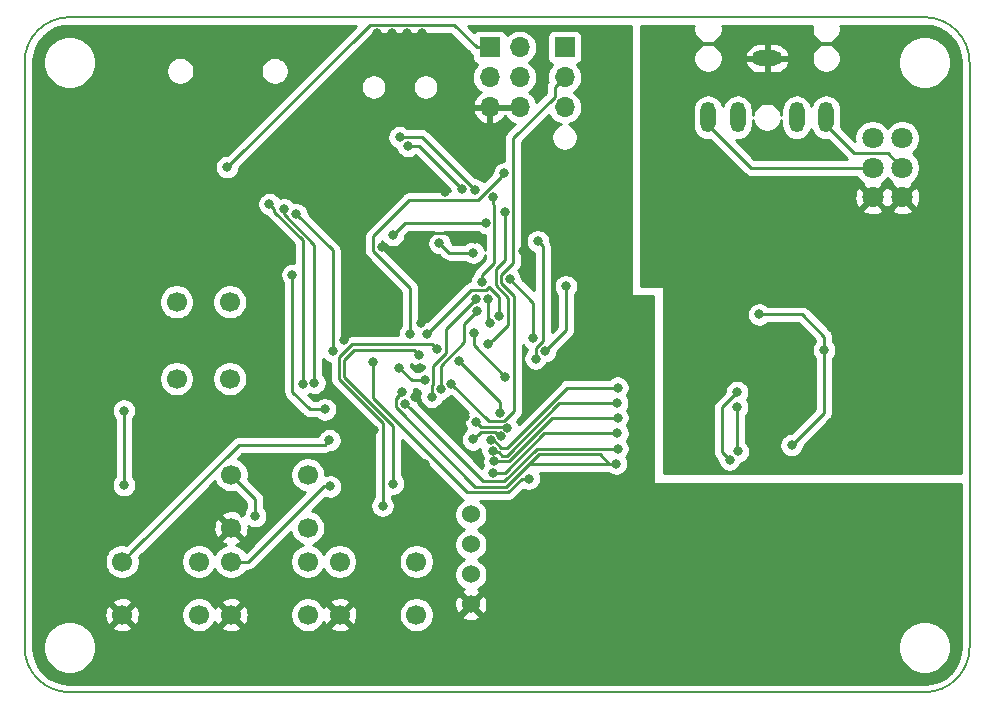
<source format=gbr>
%TF.GenerationSoftware,KiCad,Pcbnew,(5.1.4-0-10_14)*%
%TF.CreationDate,2019-10-07T11:49:19-07:00*%
%TF.ProjectId,OPL3_VGM_Player,4f504c33-5f56-4474-9d5f-506c61796572,rev?*%
%TF.SameCoordinates,Original*%
%TF.FileFunction,Copper,L2,Bot*%
%TF.FilePolarity,Positive*%
%FSLAX46Y46*%
G04 Gerber Fmt 4.6, Leading zero omitted, Abs format (unit mm)*
G04 Created by KiCad (PCBNEW (5.1.4-0-10_14)) date 2019-10-07 11:49:19*
%MOMM*%
%LPD*%
G04 APERTURE LIST*
%ADD10C,0.150000*%
%ADD11O,1.300000X2.600000*%
%ADD12O,2.600000X1.300000*%
%ADD13C,1.800000*%
%ADD14C,1.700000*%
%ADD15C,1.524000*%
%ADD16O,1.700000X1.700000*%
%ADD17R,1.700000X1.700000*%
%ADD18C,0.800000*%
%ADD19C,0.250000*%
%ADD20C,0.254000*%
G04 APERTURE END LIST*
D10*
X153670000Y-140970000D02*
X226060000Y-140970000D01*
X149860000Y-87630000D02*
X149860000Y-137160000D01*
X226060000Y-83820000D02*
X153670000Y-83820000D01*
X229870000Y-137160000D02*
X229870000Y-87630000D01*
X229870000Y-137160000D02*
G75*
G02X226060000Y-140970000I-3810000J0D01*
G01*
X153670000Y-140970000D02*
G75*
G02X149860000Y-137160000I0J3810000D01*
G01*
X149860000Y-87630000D02*
G75*
G02X153670000Y-83820000I3810000J0D01*
G01*
X226060000Y-83820000D02*
G75*
G02X229870000Y-87630000I0J-3810000D01*
G01*
D11*
X207725000Y-92300000D03*
X217725000Y-92300000D03*
X215225000Y-92300000D03*
X210225000Y-92300000D03*
D12*
X212725000Y-87300000D03*
D13*
X221655000Y-99060000D03*
X221655000Y-96560000D03*
X221655000Y-94060000D03*
X224155000Y-99060000D03*
X224155000Y-96560000D03*
X224155000Y-94060000D03*
D14*
X158115000Y-129908300D03*
X164615000Y-129908300D03*
X158115000Y-134408300D03*
X164615000Y-134408300D03*
X173835200Y-134408300D03*
X167335200Y-134408300D03*
X173835200Y-129908300D03*
X167335200Y-129908300D03*
X176530000Y-129908300D03*
X183030000Y-129908300D03*
X176530000Y-134408300D03*
X183030000Y-134408300D03*
X173835200Y-127055000D03*
X167335200Y-127055000D03*
X173835200Y-122555000D03*
X167335200Y-122555000D03*
D15*
X187648600Y-133540000D03*
X187648600Y-131000000D03*
X187648600Y-128460000D03*
X187648600Y-125920000D03*
D16*
X191770000Y-91440000D03*
X189230000Y-91440000D03*
X191770000Y-88900000D03*
X189230000Y-88900000D03*
X191770000Y-86360000D03*
D17*
X189230000Y-86360000D03*
D16*
X195580000Y-91440000D03*
X195580000Y-88900000D03*
D17*
X195580000Y-86360000D03*
D14*
X167233600Y-107924600D03*
X167233600Y-114424600D03*
X162733600Y-107924600D03*
X162733600Y-114424600D03*
D18*
X177317400Y-118313200D03*
X192024000Y-103632000D03*
X182880000Y-103682800D03*
X203835000Y-88265000D03*
X180975000Y-87630000D03*
X180975000Y-87630000D03*
X180975000Y-87630000D03*
X182245000Y-87630000D03*
X183515000Y-87630000D03*
X183515000Y-86360000D03*
X182245000Y-86360000D03*
X180975000Y-86360000D03*
X179705000Y-86360000D03*
X179705000Y-87630000D03*
X203835000Y-88900000D03*
X203835000Y-89535000D03*
X203835000Y-90170000D03*
X204470000Y-90170000D03*
X204470000Y-89535000D03*
X204470000Y-88900000D03*
X204470000Y-88265000D03*
X204470000Y-87630000D03*
X203835000Y-87630000D03*
X182245000Y-85180010D03*
X183515000Y-85180010D03*
X180975000Y-85180010D03*
X179705000Y-85180010D03*
X183449860Y-109748764D03*
X182958630Y-115999924D03*
X185449812Y-98588990D03*
X183337200Y-113512600D03*
X187121800Y-117652800D03*
X180086000Y-103251000D03*
X176682400Y-97536000D03*
X176682400Y-98044000D03*
X176682400Y-98552000D03*
X176682400Y-99060000D03*
X177292000Y-99060000D03*
X177800000Y-99060000D03*
X177800000Y-98552000D03*
X177800000Y-98044000D03*
X177800000Y-97536000D03*
X177292000Y-97536000D03*
X177292000Y-98044000D03*
X177292000Y-98552000D03*
X187960000Y-102616000D03*
X206756000Y-109728000D03*
X209804000Y-106172000D03*
X176869063Y-111176256D03*
X179451985Y-118791572D03*
X179933600Y-130200400D03*
X161467800Y-120218200D03*
X151130000Y-115570000D03*
X152400000Y-115570000D03*
X153670000Y-115570000D03*
X153670000Y-116840000D03*
X152400000Y-116840000D03*
X151130000Y-116840000D03*
X162560000Y-120015000D03*
X161925000Y-121285000D03*
X193675000Y-125730000D03*
X224790000Y-100965000D03*
X224790000Y-107950000D03*
X224790000Y-104140000D03*
X209550000Y-107315000D03*
X210820000Y-106680000D03*
X185420000Y-133985000D03*
X189636400Y-127000000D03*
X182245000Y-122555000D03*
X177139600Y-122123200D03*
X172135800Y-128346200D03*
X183743600Y-121615200D03*
X197993000Y-107848400D03*
X193370200Y-96266000D03*
X193624200Y-87833200D03*
X215874600Y-112395000D03*
X158724600Y-102539800D03*
X160070800Y-102463600D03*
X159435800Y-103378000D03*
X225806000Y-112979200D03*
X213487000Y-94488000D03*
X167005000Y-96520000D03*
X181584600Y-113487200D03*
X183723367Y-114569837D03*
X158267400Y-123431700D03*
X158267400Y-117131700D03*
X210185000Y-116840000D03*
X210257115Y-120577885D03*
X210185000Y-115570000D03*
X209550000Y-121285000D03*
X217556100Y-111988600D03*
X212058600Y-108991400D03*
X214806400Y-120053100D03*
X181065010Y-123317000D03*
X183244852Y-112395000D03*
X180172400Y-125183900D03*
X184790286Y-111912400D03*
X181610000Y-93980000D03*
X187960000Y-98425000D03*
X182317115Y-94705010D03*
X186899185Y-98389504D03*
X173402708Y-114894850D03*
X170586400Y-99637579D03*
X174396400Y-114782600D03*
X171831000Y-100087590D03*
X175285400Y-117017800D03*
X172542200Y-105638600D03*
X172872400Y-100507800D03*
X175934119Y-112111201D03*
X190500000Y-100330000D03*
X189139466Y-111511235D03*
X185973730Y-114853730D03*
X188594146Y-106211179D03*
X189078194Y-107648312D03*
X189252270Y-109696432D03*
X189509400Y-99060000D03*
X182499000Y-110667800D03*
X190474600Y-97053400D03*
X195695410Y-106603800D03*
X193931584Y-112090768D03*
X175666400Y-119634000D03*
X175742600Y-123545600D03*
X186613800Y-112903000D03*
X190145673Y-117298360D03*
X187828352Y-119567879D03*
X190169800Y-119303800D03*
X190576200Y-114300000D03*
X190728600Y-118643400D03*
X188118184Y-118116348D03*
X187885653Y-110558948D03*
X169392600Y-126060200D03*
X183951984Y-110613573D03*
X190055785Y-109101128D03*
X185077416Y-115297177D03*
X188191454Y-108658925D03*
X184331308Y-115963019D03*
X188078327Y-107665332D03*
X200075800Y-115189000D03*
X189318017Y-119651250D03*
X200025000Y-116484400D03*
X189484000Y-120523000D03*
X200075800Y-117729000D03*
X189642613Y-121401228D03*
X200050400Y-119049800D03*
X189540166Y-122395979D03*
X200075800Y-120345200D03*
X182106604Y-116535067D03*
X199948800Y-121615200D03*
X181813566Y-115578953D03*
X192557400Y-122885200D03*
X179324000Y-113030000D03*
X193319400Y-102793800D03*
X193124223Y-112734135D03*
X181035567Y-102258080D03*
X188900056Y-101240828D03*
X190925998Y-105994200D03*
X192910008Y-111014020D03*
X184988200Y-102946200D03*
X187847733Y-103753216D03*
D19*
X183358629Y-116399923D02*
X182958630Y-115999924D01*
X184211507Y-117252801D02*
X183358629Y-116399923D01*
X186721801Y-117252801D02*
X184211507Y-117252801D01*
X187121800Y-117652800D02*
X186721801Y-117252801D01*
X180517800Y-103682800D02*
X180086000Y-103251000D01*
X182880000Y-103682800D02*
X180517800Y-103682800D01*
X187960000Y-102616000D02*
X187452000Y-102108000D01*
X184454800Y-102108000D02*
X182880000Y-103682800D01*
X187452000Y-102108000D02*
X184454800Y-102108000D01*
X188130000Y-86360000D02*
X186225000Y-84455000D01*
X189230000Y-86360000D02*
X188130000Y-86360000D01*
X186225000Y-84455000D02*
X179070000Y-84455000D01*
X179070000Y-84455000D02*
X167005000Y-96520000D01*
X183157682Y-114569837D02*
X183723367Y-114569837D01*
X181584600Y-113487200D02*
X182667237Y-114569837D01*
X182667237Y-114569837D02*
X183157682Y-114569837D01*
X158267400Y-117131700D02*
X158267400Y-123431700D01*
X210185000Y-116840000D02*
X210185000Y-120505770D01*
X210185000Y-120505770D02*
X210257115Y-120577885D01*
X210185000Y-115570000D02*
X208915000Y-116840000D01*
X208915000Y-120650000D02*
X209550000Y-121285000D01*
X208915000Y-116840000D02*
X208915000Y-120650000D01*
X217556100Y-111988600D02*
X217556100Y-110876100D01*
X217556100Y-110876100D02*
X215671400Y-108991400D01*
X215671400Y-108991400D02*
X212058600Y-108991400D01*
X217556100Y-111988600D02*
X217556100Y-117303400D01*
X217556100Y-117303400D02*
X214806400Y-120053100D01*
X181065010Y-118430020D02*
X176939801Y-114304811D01*
X176939801Y-112812995D02*
X177757795Y-111995001D01*
X181065010Y-123317000D02*
X181065010Y-118430020D01*
X176939801Y-114304811D02*
X176939801Y-112812995D01*
X182844853Y-111995001D02*
X183244852Y-112395000D01*
X177757795Y-111995001D02*
X182844853Y-111995001D01*
X180172400Y-125183900D02*
X180172400Y-119144159D01*
X176489790Y-112626595D02*
X177603984Y-111512401D01*
X177603984Y-111512401D02*
X184390287Y-111512401D01*
X184390287Y-111512401D02*
X184790286Y-111912400D01*
X176489790Y-114491211D02*
X176489790Y-112626595D01*
X180176986Y-118178407D02*
X176489790Y-114491211D01*
X180176986Y-119139573D02*
X180176986Y-118178407D01*
X180172400Y-119144159D02*
X180176986Y-119139573D01*
X187960000Y-98425000D02*
X183515000Y-93980000D01*
X183515000Y-93980000D02*
X181610000Y-93980000D01*
X186899185Y-98389504D02*
X183214691Y-94705010D01*
X183214691Y-94705010D02*
X182317115Y-94705010D01*
X170986399Y-100037578D02*
X170586400Y-99637579D01*
X170986399Y-100296788D02*
X170986399Y-100037578D01*
X173402708Y-102713097D02*
X170986399Y-100296788D01*
X173402708Y-114894850D02*
X173402708Y-102713097D01*
X174396400Y-103070378D02*
X171831000Y-100504978D01*
X171831000Y-100504978D02*
X171831000Y-100087590D01*
X174396400Y-114782600D02*
X174396400Y-103070378D01*
X172542200Y-105638600D02*
X172542200Y-115544600D01*
X172542200Y-115544600D02*
X174015400Y-117017800D01*
X174015400Y-117017800D02*
X175285400Y-117017800D01*
X175934119Y-111545516D02*
X175934119Y-112111201D01*
X172872400Y-100507800D02*
X175934119Y-103569519D01*
X175934119Y-103569519D02*
X175934119Y-111545516D01*
X190500000Y-104376051D02*
X189750985Y-105125066D01*
X189750985Y-106528602D02*
X190780787Y-107558404D01*
X190500000Y-100330000D02*
X190500000Y-104376051D01*
X190780787Y-107558404D02*
X190780787Y-109869914D01*
X189539465Y-111111236D02*
X189139466Y-111511235D01*
X189750985Y-105125066D02*
X189750985Y-106528602D01*
X190780787Y-109869914D02*
X189539465Y-111111236D01*
X190476423Y-118026226D02*
X191301202Y-117201447D01*
X185973730Y-114853730D02*
X189146226Y-118026226D01*
X194730001Y-90550997D02*
X194730001Y-89749999D01*
X189146226Y-118026226D02*
X190476423Y-118026226D01*
X191301202Y-117201447D02*
X191301202Y-107442408D01*
X191225002Y-94055996D02*
X194730001Y-90550997D01*
X194730001Y-89749999D02*
X195580000Y-88900000D01*
X191225002Y-104622192D02*
X191225002Y-94055996D01*
X190200996Y-105646198D02*
X191225002Y-104622192D01*
X190200996Y-106342202D02*
X190200996Y-105646198D01*
X191301202Y-107442408D02*
X190200996Y-106342202D01*
X207725000Y-92950000D02*
X207725000Y-92300000D01*
X211335000Y-96560000D02*
X207725000Y-92950000D01*
X221655000Y-96560000D02*
X211335000Y-96560000D01*
X189078194Y-109522356D02*
X189252270Y-109696432D01*
X189078194Y-107648312D02*
X189078194Y-109522356D01*
X189625058Y-99741343D02*
X189509400Y-99625685D01*
X189509400Y-99625685D02*
X189509400Y-99060000D01*
X188594146Y-106211179D02*
X188594146Y-105645494D01*
X188594146Y-105645494D02*
X189625058Y-104614582D01*
X189625058Y-104614582D02*
X189625058Y-99741343D01*
X188214000Y-99314000D02*
X190074601Y-97453399D01*
X190074601Y-97453399D02*
X190474600Y-97053400D01*
X182499000Y-110667800D02*
X182499000Y-106737004D01*
X182422800Y-99314000D02*
X188214000Y-99314000D01*
X179360998Y-102375802D02*
X182422800Y-99314000D01*
X179360998Y-103599002D02*
X179360998Y-102375802D01*
X182499000Y-106737004D02*
X179360998Y-103599002D01*
X194331583Y-111690769D02*
X193931584Y-112090768D01*
X195695410Y-106603800D02*
X195695410Y-110326942D01*
X195695410Y-110326942D02*
X194331583Y-111690769D01*
X158964999Y-129058301D02*
X158115000Y-129908300D01*
X167989301Y-120033999D02*
X158964999Y-129058301D01*
X175266401Y-120033999D02*
X167989301Y-120033999D01*
X175666400Y-119634000D02*
X175266401Y-120033999D01*
X168537281Y-129908300D02*
X167335200Y-129908300D01*
X168814215Y-129908300D02*
X168537281Y-129908300D01*
X175176915Y-123545600D02*
X168814215Y-129908300D01*
X175742600Y-123545600D02*
X175176915Y-123545600D01*
X190145673Y-116434873D02*
X190145673Y-117236794D01*
X186613800Y-112903000D02*
X190145673Y-116434873D01*
X190145673Y-117236794D02*
X190145673Y-117298360D01*
X188228351Y-119167880D02*
X187828352Y-119567879D01*
X188469983Y-118926248D02*
X188228351Y-119167880D01*
X189666019Y-118926248D02*
X188469983Y-118926248D01*
X190169800Y-119303800D02*
X190043571Y-119303800D01*
X190043571Y-119303800D02*
X189666019Y-118926248D01*
X187885653Y-111124633D02*
X187885653Y-110558948D01*
X190576200Y-114300000D02*
X187885653Y-111609453D01*
X187885653Y-111609453D02*
X187885653Y-111124633D01*
X169392600Y-124612400D02*
X167335200Y-122555000D01*
X169392600Y-126060200D02*
X169392600Y-124612400D01*
X190561437Y-118476237D02*
X190728600Y-118643400D01*
X188118184Y-118116348D02*
X188478073Y-118476237D01*
X188478073Y-118476237D02*
X190561437Y-118476237D01*
X183951984Y-110613573D02*
X187629377Y-106936180D01*
X187629377Y-106936180D02*
X188942147Y-106936180D01*
X188942147Y-106936180D02*
X189191866Y-106686461D01*
X189191866Y-106686461D02*
X190055785Y-107550380D01*
X190055785Y-107550380D02*
X190055785Y-109101128D01*
X185077416Y-115297177D02*
X185077416Y-113334683D01*
X187791455Y-109058924D02*
X188191454Y-108658925D01*
X187057199Y-109793180D02*
X187791455Y-109058924D01*
X187057199Y-111354900D02*
X187057199Y-109793180D01*
X185077416Y-113334683D02*
X187057199Y-111354900D01*
X184448369Y-114917839D02*
X184448369Y-113327319D01*
X185515287Y-110228372D02*
X187678328Y-108065331D01*
X184331308Y-115034900D02*
X184448369Y-114917839D01*
X184448369Y-113327319D02*
X185515287Y-112260401D01*
X184331308Y-115963019D02*
X184331308Y-115034900D01*
X185515287Y-112260401D02*
X185515287Y-110228372D01*
X187678328Y-108065331D02*
X188078327Y-107665332D01*
X189584480Y-119651250D02*
X189318017Y-119651250D01*
X190220598Y-120287368D02*
X189584480Y-119651250D01*
X190704589Y-120287368D02*
X190220598Y-120287368D01*
X200075800Y-115189000D02*
X195802957Y-115189000D01*
X195802957Y-115189000D02*
X190704589Y-120287368D01*
X189990615Y-120676226D02*
X189711170Y-120676226D01*
X200025000Y-116484400D02*
X195143968Y-116484400D01*
X195143968Y-116484400D02*
X190677150Y-120951217D01*
X190265606Y-120951217D02*
X189990615Y-120676226D01*
X189711170Y-120676226D02*
X189454091Y-120419147D01*
X190677150Y-120951217D02*
X190265606Y-120951217D01*
X200075800Y-117729000D02*
X194535778Y-117729000D01*
X190863550Y-121401228D02*
X190208298Y-121401228D01*
X194535778Y-117729000D02*
X190863550Y-121401228D01*
X190208298Y-121401228D02*
X189642613Y-121401228D01*
X200050400Y-119049800D02*
X193851389Y-119049800D01*
X193851389Y-119049800D02*
X190505210Y-122395979D01*
X190105851Y-122395979D02*
X189540166Y-122395979D01*
X190505210Y-122395979D02*
X190105851Y-122395979D01*
X200075800Y-120345200D02*
X193216389Y-120345200D01*
X188692526Y-123120989D02*
X182506603Y-116935066D01*
X193216389Y-120345200D02*
X190440600Y-123120989D01*
X190440600Y-123120989D02*
X188692526Y-123120989D01*
X182506603Y-116935066D02*
X182106604Y-116535067D01*
X199383115Y-121615200D02*
X198563125Y-120795210D01*
X199948800Y-121615200D02*
X199383115Y-121615200D01*
X190627000Y-123570999D02*
X188314188Y-123570998D01*
X198563125Y-120795210D02*
X193402789Y-120795210D01*
X193402789Y-120795210D02*
X190627000Y-123570999D01*
X181594199Y-115884399D02*
X181584600Y-115874800D01*
X181315362Y-116859238D02*
X181315362Y-116163236D01*
X181315362Y-116163236D02*
X181594199Y-115884399D01*
X181692362Y-117236238D02*
X181315362Y-116859238D01*
X199948800Y-121615200D02*
X192582799Y-121615200D01*
X190627000Y-123570999D02*
X188027121Y-123570997D01*
X188027121Y-123570997D02*
X181315362Y-116859238D01*
X192582799Y-121615200D02*
X190627000Y-123570999D01*
X181315362Y-116859238D02*
X181315362Y-116077157D01*
X181315362Y-116077157D02*
X181413567Y-115978952D01*
X181413567Y-115978952D02*
X181813566Y-115578953D01*
X190813399Y-124021008D02*
X187292405Y-124021005D01*
X192557400Y-122885200D02*
X191949209Y-122885200D01*
X191949209Y-122885200D02*
X190813399Y-124021008D01*
X179324000Y-116052600D02*
X179324000Y-113030000D01*
X187292405Y-124021005D02*
X179324000Y-116052600D01*
X193124223Y-112168450D02*
X193124223Y-112734135D01*
X193124223Y-111825125D02*
X193124223Y-112168450D01*
X193719399Y-103193799D02*
X193719399Y-111229949D01*
X193319400Y-102793800D02*
X193719399Y-103193799D01*
X193719399Y-111229949D02*
X193124223Y-111825125D01*
X181035567Y-102258080D02*
X182052819Y-101240828D01*
X182052819Y-101240828D02*
X188334371Y-101240828D01*
X188334371Y-101240828D02*
X188900056Y-101240828D01*
X192910008Y-107978210D02*
X192910008Y-110448335D01*
X190925998Y-105994200D02*
X192910008Y-107978210D01*
X192910008Y-110448335D02*
X192910008Y-111014020D01*
X184988200Y-102946200D02*
X185795216Y-103753216D01*
X185795216Y-103753216D02*
X187282048Y-103753216D01*
X187282048Y-103753216D02*
X187847733Y-103753216D01*
X224155000Y-96560000D02*
X222929999Y-95334999D01*
X217725000Y-92950000D02*
X217725000Y-92300000D01*
X220109999Y-95334999D02*
X217725000Y-92950000D01*
X222929999Y-95334999D02*
X220109999Y-95334999D01*
D20*
G36*
X206490000Y-84678363D02*
G01*
X206490000Y-84921637D01*
X206537460Y-85160236D01*
X206630557Y-85384992D01*
X206765713Y-85587267D01*
X206937733Y-85759287D01*
X207140008Y-85894443D01*
X207364764Y-85987540D01*
X207603363Y-86035000D01*
X207846637Y-86035000D01*
X208085236Y-85987540D01*
X208309992Y-85894443D01*
X208512267Y-85759287D01*
X208684287Y-85587267D01*
X208819443Y-85384992D01*
X208912540Y-85160236D01*
X208960000Y-84921637D01*
X208960000Y-84678363D01*
X208930489Y-84530000D01*
X216519511Y-84530000D01*
X216490000Y-84678363D01*
X216490000Y-84921637D01*
X216537460Y-85160236D01*
X216630557Y-85384992D01*
X216765713Y-85587267D01*
X216937733Y-85759287D01*
X217140008Y-85894443D01*
X217364764Y-85987540D01*
X217603363Y-86035000D01*
X217846637Y-86035000D01*
X218085236Y-85987540D01*
X218309992Y-85894443D01*
X218512267Y-85759287D01*
X218684287Y-85587267D01*
X218819443Y-85384992D01*
X218912540Y-85160236D01*
X218960000Y-84921637D01*
X218960000Y-84678363D01*
X218930489Y-84530000D01*
X226025280Y-84530000D01*
X226661462Y-84592378D01*
X227240022Y-84767056D01*
X227773627Y-85050778D01*
X228241969Y-85432749D01*
X228627196Y-85898409D01*
X228914637Y-86430021D01*
X229093348Y-87007343D01*
X229160001Y-87641508D01*
X229160000Y-122428000D01*
X203962000Y-122428000D01*
X203962000Y-116840000D01*
X208151324Y-116840000D01*
X208155000Y-116877323D01*
X208155001Y-120612668D01*
X208151324Y-120650000D01*
X208155001Y-120687333D01*
X208165998Y-120798986D01*
X208179180Y-120842442D01*
X208209454Y-120942246D01*
X208280026Y-121074276D01*
X208335347Y-121141684D01*
X208375000Y-121190001D01*
X208403998Y-121213799D01*
X208515000Y-121324801D01*
X208515000Y-121386939D01*
X208554774Y-121586898D01*
X208632795Y-121775256D01*
X208746063Y-121944774D01*
X208890226Y-122088937D01*
X209059744Y-122202205D01*
X209248102Y-122280226D01*
X209448061Y-122320000D01*
X209651939Y-122320000D01*
X209851898Y-122280226D01*
X210040256Y-122202205D01*
X210209774Y-122088937D01*
X210353937Y-121944774D01*
X210467205Y-121775256D01*
X210545226Y-121586898D01*
X210547513Y-121575398D01*
X210559013Y-121573111D01*
X210747371Y-121495090D01*
X210916889Y-121381822D01*
X211061052Y-121237659D01*
X211174320Y-121068141D01*
X211252341Y-120879783D01*
X211292115Y-120679824D01*
X211292115Y-120475946D01*
X211252341Y-120275987D01*
X211174320Y-120087629D01*
X211061052Y-119918111D01*
X210945000Y-119802059D01*
X210945000Y-117543711D01*
X210988937Y-117499774D01*
X211102205Y-117330256D01*
X211180226Y-117141898D01*
X211220000Y-116941939D01*
X211220000Y-116738061D01*
X211180226Y-116538102D01*
X211102205Y-116349744D01*
X211005490Y-116205000D01*
X211102205Y-116060256D01*
X211180226Y-115871898D01*
X211220000Y-115671939D01*
X211220000Y-115468061D01*
X211180226Y-115268102D01*
X211102205Y-115079744D01*
X210988937Y-114910226D01*
X210844774Y-114766063D01*
X210675256Y-114652795D01*
X210486898Y-114574774D01*
X210286939Y-114535000D01*
X210083061Y-114535000D01*
X209883102Y-114574774D01*
X209694744Y-114652795D01*
X209525226Y-114766063D01*
X209381063Y-114910226D01*
X209267795Y-115079744D01*
X209189774Y-115268102D01*
X209150000Y-115468061D01*
X209150000Y-115530198D01*
X208404003Y-116276196D01*
X208374999Y-116299999D01*
X208334175Y-116349744D01*
X208280026Y-116415724D01*
X208214613Y-116538102D01*
X208209454Y-116547754D01*
X208165997Y-116691015D01*
X208155000Y-116802668D01*
X208155000Y-116802678D01*
X208151324Y-116840000D01*
X203962000Y-116840000D01*
X203962000Y-108889461D01*
X211023600Y-108889461D01*
X211023600Y-109093339D01*
X211063374Y-109293298D01*
X211141395Y-109481656D01*
X211254663Y-109651174D01*
X211398826Y-109795337D01*
X211568344Y-109908605D01*
X211756702Y-109986626D01*
X211956661Y-110026400D01*
X212160539Y-110026400D01*
X212360498Y-109986626D01*
X212548856Y-109908605D01*
X212718374Y-109795337D01*
X212762311Y-109751400D01*
X215356599Y-109751400D01*
X216796101Y-111190903D01*
X216796101Y-111284888D01*
X216752163Y-111328826D01*
X216638895Y-111498344D01*
X216560874Y-111686702D01*
X216521100Y-111886661D01*
X216521100Y-112090539D01*
X216560874Y-112290498D01*
X216638895Y-112478856D01*
X216752163Y-112648374D01*
X216796100Y-112692311D01*
X216796101Y-116988597D01*
X214766599Y-119018100D01*
X214704461Y-119018100D01*
X214504502Y-119057874D01*
X214316144Y-119135895D01*
X214146626Y-119249163D01*
X214002463Y-119393326D01*
X213889195Y-119562844D01*
X213811174Y-119751202D01*
X213771400Y-119951161D01*
X213771400Y-120155039D01*
X213811174Y-120354998D01*
X213889195Y-120543356D01*
X214002463Y-120712874D01*
X214146626Y-120857037D01*
X214316144Y-120970305D01*
X214504502Y-121048326D01*
X214704461Y-121088100D01*
X214908339Y-121088100D01*
X215108298Y-121048326D01*
X215296656Y-120970305D01*
X215466174Y-120857037D01*
X215610337Y-120712874D01*
X215723605Y-120543356D01*
X215801626Y-120354998D01*
X215841400Y-120155039D01*
X215841400Y-120092901D01*
X218067103Y-117867199D01*
X218096101Y-117843401D01*
X218122432Y-117811317D01*
X218191074Y-117727677D01*
X218261646Y-117595647D01*
X218263662Y-117589002D01*
X218305103Y-117452386D01*
X218316100Y-117340733D01*
X218316100Y-117340724D01*
X218319776Y-117303401D01*
X218316100Y-117266078D01*
X218316100Y-112692311D01*
X218360037Y-112648374D01*
X218473305Y-112478856D01*
X218551326Y-112290498D01*
X218591100Y-112090539D01*
X218591100Y-111886661D01*
X218551326Y-111686702D01*
X218473305Y-111498344D01*
X218360037Y-111328826D01*
X218316100Y-111284889D01*
X218316100Y-110913422D01*
X218319776Y-110876099D01*
X218316100Y-110838776D01*
X218316100Y-110838767D01*
X218305103Y-110727114D01*
X218261646Y-110583853D01*
X218191074Y-110451824D01*
X218096101Y-110336099D01*
X218067103Y-110312301D01*
X216235204Y-108480403D01*
X216211401Y-108451399D01*
X216095676Y-108356426D01*
X215963647Y-108285854D01*
X215820386Y-108242397D01*
X215708733Y-108231400D01*
X215708722Y-108231400D01*
X215671400Y-108227724D01*
X215634078Y-108231400D01*
X212762311Y-108231400D01*
X212718374Y-108187463D01*
X212548856Y-108074195D01*
X212360498Y-107996174D01*
X212160539Y-107956400D01*
X211956661Y-107956400D01*
X211756702Y-107996174D01*
X211568344Y-108074195D01*
X211398826Y-108187463D01*
X211254663Y-108331626D01*
X211141395Y-108501144D01*
X211063374Y-108689502D01*
X211023600Y-108889461D01*
X203962000Y-108889461D01*
X203962000Y-106680000D01*
X203959560Y-106655224D01*
X203952333Y-106631399D01*
X203940597Y-106609443D01*
X203924803Y-106590197D01*
X203905557Y-106574403D01*
X203883601Y-106562667D01*
X203859776Y-106555440D01*
X203835000Y-106553000D01*
X202057000Y-106553000D01*
X202057000Y-100124080D01*
X220770525Y-100124080D01*
X220854208Y-100378261D01*
X221126775Y-100509158D01*
X221419642Y-100584365D01*
X221721553Y-100600991D01*
X222020907Y-100558397D01*
X222306199Y-100458222D01*
X222455792Y-100378261D01*
X222539475Y-100124080D01*
X223270525Y-100124080D01*
X223354208Y-100378261D01*
X223626775Y-100509158D01*
X223919642Y-100584365D01*
X224221553Y-100600991D01*
X224520907Y-100558397D01*
X224806199Y-100458222D01*
X224955792Y-100378261D01*
X225039475Y-100124080D01*
X224155000Y-99239605D01*
X223270525Y-100124080D01*
X222539475Y-100124080D01*
X221655000Y-99239605D01*
X220770525Y-100124080D01*
X202057000Y-100124080D01*
X202057000Y-99126553D01*
X220114009Y-99126553D01*
X220156603Y-99425907D01*
X220256778Y-99711199D01*
X220336739Y-99860792D01*
X220590920Y-99944475D01*
X221475395Y-99060000D01*
X221834605Y-99060000D01*
X222719080Y-99944475D01*
X222905000Y-99883265D01*
X223090920Y-99944475D01*
X223975395Y-99060000D01*
X224334605Y-99060000D01*
X225219080Y-99944475D01*
X225473261Y-99860792D01*
X225604158Y-99588225D01*
X225679365Y-99295358D01*
X225695991Y-98993447D01*
X225653397Y-98694093D01*
X225553222Y-98408801D01*
X225473261Y-98259208D01*
X225219080Y-98175525D01*
X224334605Y-99060000D01*
X223975395Y-99060000D01*
X223090920Y-98175525D01*
X222905000Y-98236735D01*
X222719080Y-98175525D01*
X221834605Y-99060000D01*
X221475395Y-99060000D01*
X220590920Y-98175525D01*
X220336739Y-98259208D01*
X220205842Y-98531775D01*
X220130635Y-98824642D01*
X220114009Y-99126553D01*
X202057000Y-99126553D01*
X202057000Y-91586877D01*
X206440000Y-91586877D01*
X206440000Y-93013122D01*
X206458593Y-93201903D01*
X206532071Y-93444126D01*
X206651392Y-93667361D01*
X206811972Y-93863028D01*
X207007638Y-94023608D01*
X207230873Y-94142929D01*
X207473096Y-94216407D01*
X207725000Y-94241217D01*
X207922012Y-94221813D01*
X210771201Y-97071003D01*
X210794999Y-97100001D01*
X210823997Y-97123799D01*
X210910723Y-97194974D01*
X211042753Y-97265546D01*
X211186014Y-97309003D01*
X211297667Y-97320000D01*
X211297677Y-97320000D01*
X211335000Y-97323676D01*
X211372323Y-97320000D01*
X220316687Y-97320000D01*
X220462688Y-97538505D01*
X220676495Y-97752312D01*
X220819310Y-97847738D01*
X220770525Y-97995920D01*
X221655000Y-98880395D01*
X222539475Y-97995920D01*
X222490690Y-97847738D01*
X222633505Y-97752312D01*
X222847312Y-97538505D01*
X222905000Y-97452169D01*
X222962688Y-97538505D01*
X223176495Y-97752312D01*
X223319310Y-97847738D01*
X223270525Y-97995920D01*
X224155000Y-98880395D01*
X225039475Y-97995920D01*
X224990690Y-97847738D01*
X225133505Y-97752312D01*
X225347312Y-97538505D01*
X225515299Y-97287095D01*
X225631011Y-97007743D01*
X225690000Y-96711184D01*
X225690000Y-96408816D01*
X225631011Y-96112257D01*
X225515299Y-95832905D01*
X225347312Y-95581495D01*
X225133505Y-95367688D01*
X225047169Y-95310000D01*
X225133505Y-95252312D01*
X225347312Y-95038505D01*
X225515299Y-94787095D01*
X225631011Y-94507743D01*
X225690000Y-94211184D01*
X225690000Y-93908816D01*
X225631011Y-93612257D01*
X225515299Y-93332905D01*
X225347312Y-93081495D01*
X225133505Y-92867688D01*
X224882095Y-92699701D01*
X224602743Y-92583989D01*
X224306184Y-92525000D01*
X224003816Y-92525000D01*
X223707257Y-92583989D01*
X223427905Y-92699701D01*
X223176495Y-92867688D01*
X222962688Y-93081495D01*
X222905000Y-93167831D01*
X222847312Y-93081495D01*
X222633505Y-92867688D01*
X222382095Y-92699701D01*
X222102743Y-92583989D01*
X221806184Y-92525000D01*
X221503816Y-92525000D01*
X221207257Y-92583989D01*
X220927905Y-92699701D01*
X220676495Y-92867688D01*
X220462688Y-93081495D01*
X220294701Y-93332905D01*
X220178989Y-93612257D01*
X220120000Y-93908816D01*
X220120000Y-94211184D01*
X220134653Y-94284852D01*
X218996813Y-93147012D01*
X219010000Y-93013123D01*
X219010000Y-91586877D01*
X218991407Y-91398096D01*
X218917929Y-91155873D01*
X218798608Y-90932638D01*
X218638028Y-90736972D01*
X218442362Y-90576392D01*
X218219127Y-90457071D01*
X217976904Y-90383593D01*
X217725000Y-90358783D01*
X217473097Y-90383593D01*
X217230874Y-90457071D01*
X217007639Y-90576392D01*
X216811973Y-90736972D01*
X216651393Y-90932638D01*
X216532071Y-91155873D01*
X216475000Y-91344010D01*
X216417929Y-91155873D01*
X216298608Y-90932638D01*
X216138028Y-90736972D01*
X215942362Y-90576392D01*
X215719127Y-90457071D01*
X215476904Y-90383593D01*
X215225000Y-90358783D01*
X214973097Y-90383593D01*
X214730874Y-90457071D01*
X214507639Y-90576392D01*
X214311973Y-90736972D01*
X214151393Y-90932638D01*
X214032071Y-91155873D01*
X213958593Y-91398096D01*
X213940000Y-91586877D01*
X213940000Y-92077816D01*
X213912540Y-91939764D01*
X213819443Y-91715008D01*
X213684287Y-91512733D01*
X213512267Y-91340713D01*
X213309992Y-91205557D01*
X213085236Y-91112460D01*
X212846637Y-91065000D01*
X212603363Y-91065000D01*
X212364764Y-91112460D01*
X212140008Y-91205557D01*
X211937733Y-91340713D01*
X211765713Y-91512733D01*
X211630557Y-91715008D01*
X211537460Y-91939764D01*
X211510000Y-92077816D01*
X211510000Y-91586877D01*
X211491407Y-91398096D01*
X211417929Y-91155873D01*
X211298608Y-90932638D01*
X211138028Y-90736972D01*
X210942362Y-90576392D01*
X210719127Y-90457071D01*
X210476904Y-90383593D01*
X210225000Y-90358783D01*
X209973097Y-90383593D01*
X209730874Y-90457071D01*
X209507639Y-90576392D01*
X209311973Y-90736972D01*
X209151393Y-90932638D01*
X209032071Y-91155873D01*
X208975000Y-91344010D01*
X208917929Y-91155873D01*
X208798608Y-90932638D01*
X208638028Y-90736972D01*
X208442362Y-90576392D01*
X208219127Y-90457071D01*
X207976904Y-90383593D01*
X207725000Y-90358783D01*
X207473097Y-90383593D01*
X207230874Y-90457071D01*
X207007639Y-90576392D01*
X206811973Y-90736972D01*
X206651393Y-90932638D01*
X206532071Y-91155873D01*
X206458593Y-91398096D01*
X206440000Y-91586877D01*
X202057000Y-91586877D01*
X202057000Y-87178363D01*
X206490000Y-87178363D01*
X206490000Y-87421637D01*
X206537460Y-87660236D01*
X206630557Y-87884992D01*
X206765713Y-88087267D01*
X206937733Y-88259287D01*
X207140008Y-88394443D01*
X207364764Y-88487540D01*
X207603363Y-88535000D01*
X207846637Y-88535000D01*
X208085236Y-88487540D01*
X208309992Y-88394443D01*
X208512267Y-88259287D01*
X208684287Y-88087267D01*
X208819443Y-87884992D01*
X208912540Y-87660236D01*
X208919455Y-87625471D01*
X210831901Y-87625471D01*
X210839213Y-87674415D01*
X210936003Y-87908311D01*
X211076564Y-88118830D01*
X211255495Y-88297882D01*
X211465919Y-88438585D01*
X211699749Y-88535533D01*
X211948000Y-88585000D01*
X212598000Y-88585000D01*
X212598000Y-87427000D01*
X212852000Y-87427000D01*
X212852000Y-88585000D01*
X213502000Y-88585000D01*
X213750251Y-88535533D01*
X213984081Y-88438585D01*
X214194505Y-88297882D01*
X214373436Y-88118830D01*
X214513997Y-87908311D01*
X214610787Y-87674415D01*
X214618099Y-87625471D01*
X214494067Y-87427000D01*
X212852000Y-87427000D01*
X212598000Y-87427000D01*
X210955933Y-87427000D01*
X210831901Y-87625471D01*
X208919455Y-87625471D01*
X208960000Y-87421637D01*
X208960000Y-87178363D01*
X216490000Y-87178363D01*
X216490000Y-87421637D01*
X216537460Y-87660236D01*
X216630557Y-87884992D01*
X216765713Y-88087267D01*
X216937733Y-88259287D01*
X217140008Y-88394443D01*
X217364764Y-88487540D01*
X217603363Y-88535000D01*
X217846637Y-88535000D01*
X218085236Y-88487540D01*
X218309992Y-88394443D01*
X218512267Y-88259287D01*
X218684287Y-88087267D01*
X218819443Y-87884992D01*
X218912540Y-87660236D01*
X218960000Y-87421637D01*
X218960000Y-87409872D01*
X223825000Y-87409872D01*
X223825000Y-87850128D01*
X223910890Y-88281925D01*
X224079369Y-88688669D01*
X224323962Y-89054729D01*
X224635271Y-89366038D01*
X225001331Y-89610631D01*
X225408075Y-89779110D01*
X225839872Y-89865000D01*
X226280128Y-89865000D01*
X226711925Y-89779110D01*
X227118669Y-89610631D01*
X227484729Y-89366038D01*
X227796038Y-89054729D01*
X228040631Y-88688669D01*
X228209110Y-88281925D01*
X228295000Y-87850128D01*
X228295000Y-87409872D01*
X228209110Y-86978075D01*
X228040631Y-86571331D01*
X227796038Y-86205271D01*
X227484729Y-85893962D01*
X227118669Y-85649369D01*
X226711925Y-85480890D01*
X226280128Y-85395000D01*
X225839872Y-85395000D01*
X225408075Y-85480890D01*
X225001331Y-85649369D01*
X224635271Y-85893962D01*
X224323962Y-86205271D01*
X224079369Y-86571331D01*
X223910890Y-86978075D01*
X223825000Y-87409872D01*
X218960000Y-87409872D01*
X218960000Y-87178363D01*
X218912540Y-86939764D01*
X218819443Y-86715008D01*
X218684287Y-86512733D01*
X218512267Y-86340713D01*
X218309992Y-86205557D01*
X218085236Y-86112460D01*
X217846637Y-86065000D01*
X217603363Y-86065000D01*
X217364764Y-86112460D01*
X217140008Y-86205557D01*
X216937733Y-86340713D01*
X216765713Y-86512733D01*
X216630557Y-86715008D01*
X216537460Y-86939764D01*
X216490000Y-87178363D01*
X208960000Y-87178363D01*
X208919456Y-86974529D01*
X210831901Y-86974529D01*
X210955933Y-87173000D01*
X212598000Y-87173000D01*
X212598000Y-86015000D01*
X212852000Y-86015000D01*
X212852000Y-87173000D01*
X214494067Y-87173000D01*
X214618099Y-86974529D01*
X214610787Y-86925585D01*
X214513997Y-86691689D01*
X214373436Y-86481170D01*
X214194505Y-86302118D01*
X213984081Y-86161415D01*
X213750251Y-86064467D01*
X213502000Y-86015000D01*
X212852000Y-86015000D01*
X212598000Y-86015000D01*
X211948000Y-86015000D01*
X211699749Y-86064467D01*
X211465919Y-86161415D01*
X211255495Y-86302118D01*
X211076564Y-86481170D01*
X210936003Y-86691689D01*
X210839213Y-86925585D01*
X210831901Y-86974529D01*
X208919456Y-86974529D01*
X208912540Y-86939764D01*
X208819443Y-86715008D01*
X208684287Y-86512733D01*
X208512267Y-86340713D01*
X208309992Y-86205557D01*
X208085236Y-86112460D01*
X207846637Y-86065000D01*
X207603363Y-86065000D01*
X207364764Y-86112460D01*
X207140008Y-86205557D01*
X206937733Y-86340713D01*
X206765713Y-86512733D01*
X206630557Y-86715008D01*
X206537460Y-86939764D01*
X206490000Y-87178363D01*
X202057000Y-87178363D01*
X202057000Y-84530000D01*
X206519511Y-84530000D01*
X206490000Y-84678363D01*
X206490000Y-84678363D01*
G37*
X206490000Y-84678363D02*
X206490000Y-84921637D01*
X206537460Y-85160236D01*
X206630557Y-85384992D01*
X206765713Y-85587267D01*
X206937733Y-85759287D01*
X207140008Y-85894443D01*
X207364764Y-85987540D01*
X207603363Y-86035000D01*
X207846637Y-86035000D01*
X208085236Y-85987540D01*
X208309992Y-85894443D01*
X208512267Y-85759287D01*
X208684287Y-85587267D01*
X208819443Y-85384992D01*
X208912540Y-85160236D01*
X208960000Y-84921637D01*
X208960000Y-84678363D01*
X208930489Y-84530000D01*
X216519511Y-84530000D01*
X216490000Y-84678363D01*
X216490000Y-84921637D01*
X216537460Y-85160236D01*
X216630557Y-85384992D01*
X216765713Y-85587267D01*
X216937733Y-85759287D01*
X217140008Y-85894443D01*
X217364764Y-85987540D01*
X217603363Y-86035000D01*
X217846637Y-86035000D01*
X218085236Y-85987540D01*
X218309992Y-85894443D01*
X218512267Y-85759287D01*
X218684287Y-85587267D01*
X218819443Y-85384992D01*
X218912540Y-85160236D01*
X218960000Y-84921637D01*
X218960000Y-84678363D01*
X218930489Y-84530000D01*
X226025280Y-84530000D01*
X226661462Y-84592378D01*
X227240022Y-84767056D01*
X227773627Y-85050778D01*
X228241969Y-85432749D01*
X228627196Y-85898409D01*
X228914637Y-86430021D01*
X229093348Y-87007343D01*
X229160001Y-87641508D01*
X229160000Y-122428000D01*
X203962000Y-122428000D01*
X203962000Y-116840000D01*
X208151324Y-116840000D01*
X208155000Y-116877323D01*
X208155001Y-120612668D01*
X208151324Y-120650000D01*
X208155001Y-120687333D01*
X208165998Y-120798986D01*
X208179180Y-120842442D01*
X208209454Y-120942246D01*
X208280026Y-121074276D01*
X208335347Y-121141684D01*
X208375000Y-121190001D01*
X208403998Y-121213799D01*
X208515000Y-121324801D01*
X208515000Y-121386939D01*
X208554774Y-121586898D01*
X208632795Y-121775256D01*
X208746063Y-121944774D01*
X208890226Y-122088937D01*
X209059744Y-122202205D01*
X209248102Y-122280226D01*
X209448061Y-122320000D01*
X209651939Y-122320000D01*
X209851898Y-122280226D01*
X210040256Y-122202205D01*
X210209774Y-122088937D01*
X210353937Y-121944774D01*
X210467205Y-121775256D01*
X210545226Y-121586898D01*
X210547513Y-121575398D01*
X210559013Y-121573111D01*
X210747371Y-121495090D01*
X210916889Y-121381822D01*
X211061052Y-121237659D01*
X211174320Y-121068141D01*
X211252341Y-120879783D01*
X211292115Y-120679824D01*
X211292115Y-120475946D01*
X211252341Y-120275987D01*
X211174320Y-120087629D01*
X211061052Y-119918111D01*
X210945000Y-119802059D01*
X210945000Y-117543711D01*
X210988937Y-117499774D01*
X211102205Y-117330256D01*
X211180226Y-117141898D01*
X211220000Y-116941939D01*
X211220000Y-116738061D01*
X211180226Y-116538102D01*
X211102205Y-116349744D01*
X211005490Y-116205000D01*
X211102205Y-116060256D01*
X211180226Y-115871898D01*
X211220000Y-115671939D01*
X211220000Y-115468061D01*
X211180226Y-115268102D01*
X211102205Y-115079744D01*
X210988937Y-114910226D01*
X210844774Y-114766063D01*
X210675256Y-114652795D01*
X210486898Y-114574774D01*
X210286939Y-114535000D01*
X210083061Y-114535000D01*
X209883102Y-114574774D01*
X209694744Y-114652795D01*
X209525226Y-114766063D01*
X209381063Y-114910226D01*
X209267795Y-115079744D01*
X209189774Y-115268102D01*
X209150000Y-115468061D01*
X209150000Y-115530198D01*
X208404003Y-116276196D01*
X208374999Y-116299999D01*
X208334175Y-116349744D01*
X208280026Y-116415724D01*
X208214613Y-116538102D01*
X208209454Y-116547754D01*
X208165997Y-116691015D01*
X208155000Y-116802668D01*
X208155000Y-116802678D01*
X208151324Y-116840000D01*
X203962000Y-116840000D01*
X203962000Y-108889461D01*
X211023600Y-108889461D01*
X211023600Y-109093339D01*
X211063374Y-109293298D01*
X211141395Y-109481656D01*
X211254663Y-109651174D01*
X211398826Y-109795337D01*
X211568344Y-109908605D01*
X211756702Y-109986626D01*
X211956661Y-110026400D01*
X212160539Y-110026400D01*
X212360498Y-109986626D01*
X212548856Y-109908605D01*
X212718374Y-109795337D01*
X212762311Y-109751400D01*
X215356599Y-109751400D01*
X216796101Y-111190903D01*
X216796101Y-111284888D01*
X216752163Y-111328826D01*
X216638895Y-111498344D01*
X216560874Y-111686702D01*
X216521100Y-111886661D01*
X216521100Y-112090539D01*
X216560874Y-112290498D01*
X216638895Y-112478856D01*
X216752163Y-112648374D01*
X216796100Y-112692311D01*
X216796101Y-116988597D01*
X214766599Y-119018100D01*
X214704461Y-119018100D01*
X214504502Y-119057874D01*
X214316144Y-119135895D01*
X214146626Y-119249163D01*
X214002463Y-119393326D01*
X213889195Y-119562844D01*
X213811174Y-119751202D01*
X213771400Y-119951161D01*
X213771400Y-120155039D01*
X213811174Y-120354998D01*
X213889195Y-120543356D01*
X214002463Y-120712874D01*
X214146626Y-120857037D01*
X214316144Y-120970305D01*
X214504502Y-121048326D01*
X214704461Y-121088100D01*
X214908339Y-121088100D01*
X215108298Y-121048326D01*
X215296656Y-120970305D01*
X215466174Y-120857037D01*
X215610337Y-120712874D01*
X215723605Y-120543356D01*
X215801626Y-120354998D01*
X215841400Y-120155039D01*
X215841400Y-120092901D01*
X218067103Y-117867199D01*
X218096101Y-117843401D01*
X218122432Y-117811317D01*
X218191074Y-117727677D01*
X218261646Y-117595647D01*
X218263662Y-117589002D01*
X218305103Y-117452386D01*
X218316100Y-117340733D01*
X218316100Y-117340724D01*
X218319776Y-117303401D01*
X218316100Y-117266078D01*
X218316100Y-112692311D01*
X218360037Y-112648374D01*
X218473305Y-112478856D01*
X218551326Y-112290498D01*
X218591100Y-112090539D01*
X218591100Y-111886661D01*
X218551326Y-111686702D01*
X218473305Y-111498344D01*
X218360037Y-111328826D01*
X218316100Y-111284889D01*
X218316100Y-110913422D01*
X218319776Y-110876099D01*
X218316100Y-110838776D01*
X218316100Y-110838767D01*
X218305103Y-110727114D01*
X218261646Y-110583853D01*
X218191074Y-110451824D01*
X218096101Y-110336099D01*
X218067103Y-110312301D01*
X216235204Y-108480403D01*
X216211401Y-108451399D01*
X216095676Y-108356426D01*
X215963647Y-108285854D01*
X215820386Y-108242397D01*
X215708733Y-108231400D01*
X215708722Y-108231400D01*
X215671400Y-108227724D01*
X215634078Y-108231400D01*
X212762311Y-108231400D01*
X212718374Y-108187463D01*
X212548856Y-108074195D01*
X212360498Y-107996174D01*
X212160539Y-107956400D01*
X211956661Y-107956400D01*
X211756702Y-107996174D01*
X211568344Y-108074195D01*
X211398826Y-108187463D01*
X211254663Y-108331626D01*
X211141395Y-108501144D01*
X211063374Y-108689502D01*
X211023600Y-108889461D01*
X203962000Y-108889461D01*
X203962000Y-106680000D01*
X203959560Y-106655224D01*
X203952333Y-106631399D01*
X203940597Y-106609443D01*
X203924803Y-106590197D01*
X203905557Y-106574403D01*
X203883601Y-106562667D01*
X203859776Y-106555440D01*
X203835000Y-106553000D01*
X202057000Y-106553000D01*
X202057000Y-100124080D01*
X220770525Y-100124080D01*
X220854208Y-100378261D01*
X221126775Y-100509158D01*
X221419642Y-100584365D01*
X221721553Y-100600991D01*
X222020907Y-100558397D01*
X222306199Y-100458222D01*
X222455792Y-100378261D01*
X222539475Y-100124080D01*
X223270525Y-100124080D01*
X223354208Y-100378261D01*
X223626775Y-100509158D01*
X223919642Y-100584365D01*
X224221553Y-100600991D01*
X224520907Y-100558397D01*
X224806199Y-100458222D01*
X224955792Y-100378261D01*
X225039475Y-100124080D01*
X224155000Y-99239605D01*
X223270525Y-100124080D01*
X222539475Y-100124080D01*
X221655000Y-99239605D01*
X220770525Y-100124080D01*
X202057000Y-100124080D01*
X202057000Y-99126553D01*
X220114009Y-99126553D01*
X220156603Y-99425907D01*
X220256778Y-99711199D01*
X220336739Y-99860792D01*
X220590920Y-99944475D01*
X221475395Y-99060000D01*
X221834605Y-99060000D01*
X222719080Y-99944475D01*
X222905000Y-99883265D01*
X223090920Y-99944475D01*
X223975395Y-99060000D01*
X224334605Y-99060000D01*
X225219080Y-99944475D01*
X225473261Y-99860792D01*
X225604158Y-99588225D01*
X225679365Y-99295358D01*
X225695991Y-98993447D01*
X225653397Y-98694093D01*
X225553222Y-98408801D01*
X225473261Y-98259208D01*
X225219080Y-98175525D01*
X224334605Y-99060000D01*
X223975395Y-99060000D01*
X223090920Y-98175525D01*
X222905000Y-98236735D01*
X222719080Y-98175525D01*
X221834605Y-99060000D01*
X221475395Y-99060000D01*
X220590920Y-98175525D01*
X220336739Y-98259208D01*
X220205842Y-98531775D01*
X220130635Y-98824642D01*
X220114009Y-99126553D01*
X202057000Y-99126553D01*
X202057000Y-91586877D01*
X206440000Y-91586877D01*
X206440000Y-93013122D01*
X206458593Y-93201903D01*
X206532071Y-93444126D01*
X206651392Y-93667361D01*
X206811972Y-93863028D01*
X207007638Y-94023608D01*
X207230873Y-94142929D01*
X207473096Y-94216407D01*
X207725000Y-94241217D01*
X207922012Y-94221813D01*
X210771201Y-97071003D01*
X210794999Y-97100001D01*
X210823997Y-97123799D01*
X210910723Y-97194974D01*
X211042753Y-97265546D01*
X211186014Y-97309003D01*
X211297667Y-97320000D01*
X211297677Y-97320000D01*
X211335000Y-97323676D01*
X211372323Y-97320000D01*
X220316687Y-97320000D01*
X220462688Y-97538505D01*
X220676495Y-97752312D01*
X220819310Y-97847738D01*
X220770525Y-97995920D01*
X221655000Y-98880395D01*
X222539475Y-97995920D01*
X222490690Y-97847738D01*
X222633505Y-97752312D01*
X222847312Y-97538505D01*
X222905000Y-97452169D01*
X222962688Y-97538505D01*
X223176495Y-97752312D01*
X223319310Y-97847738D01*
X223270525Y-97995920D01*
X224155000Y-98880395D01*
X225039475Y-97995920D01*
X224990690Y-97847738D01*
X225133505Y-97752312D01*
X225347312Y-97538505D01*
X225515299Y-97287095D01*
X225631011Y-97007743D01*
X225690000Y-96711184D01*
X225690000Y-96408816D01*
X225631011Y-96112257D01*
X225515299Y-95832905D01*
X225347312Y-95581495D01*
X225133505Y-95367688D01*
X225047169Y-95310000D01*
X225133505Y-95252312D01*
X225347312Y-95038505D01*
X225515299Y-94787095D01*
X225631011Y-94507743D01*
X225690000Y-94211184D01*
X225690000Y-93908816D01*
X225631011Y-93612257D01*
X225515299Y-93332905D01*
X225347312Y-93081495D01*
X225133505Y-92867688D01*
X224882095Y-92699701D01*
X224602743Y-92583989D01*
X224306184Y-92525000D01*
X224003816Y-92525000D01*
X223707257Y-92583989D01*
X223427905Y-92699701D01*
X223176495Y-92867688D01*
X222962688Y-93081495D01*
X222905000Y-93167831D01*
X222847312Y-93081495D01*
X222633505Y-92867688D01*
X222382095Y-92699701D01*
X222102743Y-92583989D01*
X221806184Y-92525000D01*
X221503816Y-92525000D01*
X221207257Y-92583989D01*
X220927905Y-92699701D01*
X220676495Y-92867688D01*
X220462688Y-93081495D01*
X220294701Y-93332905D01*
X220178989Y-93612257D01*
X220120000Y-93908816D01*
X220120000Y-94211184D01*
X220134653Y-94284852D01*
X218996813Y-93147012D01*
X219010000Y-93013123D01*
X219010000Y-91586877D01*
X218991407Y-91398096D01*
X218917929Y-91155873D01*
X218798608Y-90932638D01*
X218638028Y-90736972D01*
X218442362Y-90576392D01*
X218219127Y-90457071D01*
X217976904Y-90383593D01*
X217725000Y-90358783D01*
X217473097Y-90383593D01*
X217230874Y-90457071D01*
X217007639Y-90576392D01*
X216811973Y-90736972D01*
X216651393Y-90932638D01*
X216532071Y-91155873D01*
X216475000Y-91344010D01*
X216417929Y-91155873D01*
X216298608Y-90932638D01*
X216138028Y-90736972D01*
X215942362Y-90576392D01*
X215719127Y-90457071D01*
X215476904Y-90383593D01*
X215225000Y-90358783D01*
X214973097Y-90383593D01*
X214730874Y-90457071D01*
X214507639Y-90576392D01*
X214311973Y-90736972D01*
X214151393Y-90932638D01*
X214032071Y-91155873D01*
X213958593Y-91398096D01*
X213940000Y-91586877D01*
X213940000Y-92077816D01*
X213912540Y-91939764D01*
X213819443Y-91715008D01*
X213684287Y-91512733D01*
X213512267Y-91340713D01*
X213309992Y-91205557D01*
X213085236Y-91112460D01*
X212846637Y-91065000D01*
X212603363Y-91065000D01*
X212364764Y-91112460D01*
X212140008Y-91205557D01*
X211937733Y-91340713D01*
X211765713Y-91512733D01*
X211630557Y-91715008D01*
X211537460Y-91939764D01*
X211510000Y-92077816D01*
X211510000Y-91586877D01*
X211491407Y-91398096D01*
X211417929Y-91155873D01*
X211298608Y-90932638D01*
X211138028Y-90736972D01*
X210942362Y-90576392D01*
X210719127Y-90457071D01*
X210476904Y-90383593D01*
X210225000Y-90358783D01*
X209973097Y-90383593D01*
X209730874Y-90457071D01*
X209507639Y-90576392D01*
X209311973Y-90736972D01*
X209151393Y-90932638D01*
X209032071Y-91155873D01*
X208975000Y-91344010D01*
X208917929Y-91155873D01*
X208798608Y-90932638D01*
X208638028Y-90736972D01*
X208442362Y-90576392D01*
X208219127Y-90457071D01*
X207976904Y-90383593D01*
X207725000Y-90358783D01*
X207473097Y-90383593D01*
X207230874Y-90457071D01*
X207007639Y-90576392D01*
X206811973Y-90736972D01*
X206651393Y-90932638D01*
X206532071Y-91155873D01*
X206458593Y-91398096D01*
X206440000Y-91586877D01*
X202057000Y-91586877D01*
X202057000Y-87178363D01*
X206490000Y-87178363D01*
X206490000Y-87421637D01*
X206537460Y-87660236D01*
X206630557Y-87884992D01*
X206765713Y-88087267D01*
X206937733Y-88259287D01*
X207140008Y-88394443D01*
X207364764Y-88487540D01*
X207603363Y-88535000D01*
X207846637Y-88535000D01*
X208085236Y-88487540D01*
X208309992Y-88394443D01*
X208512267Y-88259287D01*
X208684287Y-88087267D01*
X208819443Y-87884992D01*
X208912540Y-87660236D01*
X208919455Y-87625471D01*
X210831901Y-87625471D01*
X210839213Y-87674415D01*
X210936003Y-87908311D01*
X211076564Y-88118830D01*
X211255495Y-88297882D01*
X211465919Y-88438585D01*
X211699749Y-88535533D01*
X211948000Y-88585000D01*
X212598000Y-88585000D01*
X212598000Y-87427000D01*
X212852000Y-87427000D01*
X212852000Y-88585000D01*
X213502000Y-88585000D01*
X213750251Y-88535533D01*
X213984081Y-88438585D01*
X214194505Y-88297882D01*
X214373436Y-88118830D01*
X214513997Y-87908311D01*
X214610787Y-87674415D01*
X214618099Y-87625471D01*
X214494067Y-87427000D01*
X212852000Y-87427000D01*
X212598000Y-87427000D01*
X210955933Y-87427000D01*
X210831901Y-87625471D01*
X208919455Y-87625471D01*
X208960000Y-87421637D01*
X208960000Y-87178363D01*
X216490000Y-87178363D01*
X216490000Y-87421637D01*
X216537460Y-87660236D01*
X216630557Y-87884992D01*
X216765713Y-88087267D01*
X216937733Y-88259287D01*
X217140008Y-88394443D01*
X217364764Y-88487540D01*
X217603363Y-88535000D01*
X217846637Y-88535000D01*
X218085236Y-88487540D01*
X218309992Y-88394443D01*
X218512267Y-88259287D01*
X218684287Y-88087267D01*
X218819443Y-87884992D01*
X218912540Y-87660236D01*
X218960000Y-87421637D01*
X218960000Y-87409872D01*
X223825000Y-87409872D01*
X223825000Y-87850128D01*
X223910890Y-88281925D01*
X224079369Y-88688669D01*
X224323962Y-89054729D01*
X224635271Y-89366038D01*
X225001331Y-89610631D01*
X225408075Y-89779110D01*
X225839872Y-89865000D01*
X226280128Y-89865000D01*
X226711925Y-89779110D01*
X227118669Y-89610631D01*
X227484729Y-89366038D01*
X227796038Y-89054729D01*
X228040631Y-88688669D01*
X228209110Y-88281925D01*
X228295000Y-87850128D01*
X228295000Y-87409872D01*
X228209110Y-86978075D01*
X228040631Y-86571331D01*
X227796038Y-86205271D01*
X227484729Y-85893962D01*
X227118669Y-85649369D01*
X226711925Y-85480890D01*
X226280128Y-85395000D01*
X225839872Y-85395000D01*
X225408075Y-85480890D01*
X225001331Y-85649369D01*
X224635271Y-85893962D01*
X224323962Y-86205271D01*
X224079369Y-86571331D01*
X223910890Y-86978075D01*
X223825000Y-87409872D01*
X218960000Y-87409872D01*
X218960000Y-87178363D01*
X218912540Y-86939764D01*
X218819443Y-86715008D01*
X218684287Y-86512733D01*
X218512267Y-86340713D01*
X218309992Y-86205557D01*
X218085236Y-86112460D01*
X217846637Y-86065000D01*
X217603363Y-86065000D01*
X217364764Y-86112460D01*
X217140008Y-86205557D01*
X216937733Y-86340713D01*
X216765713Y-86512733D01*
X216630557Y-86715008D01*
X216537460Y-86939764D01*
X216490000Y-87178363D01*
X208960000Y-87178363D01*
X208919456Y-86974529D01*
X210831901Y-86974529D01*
X210955933Y-87173000D01*
X212598000Y-87173000D01*
X212598000Y-86015000D01*
X212852000Y-86015000D01*
X212852000Y-87173000D01*
X214494067Y-87173000D01*
X214618099Y-86974529D01*
X214610787Y-86925585D01*
X214513997Y-86691689D01*
X214373436Y-86481170D01*
X214194505Y-86302118D01*
X213984081Y-86161415D01*
X213750251Y-86064467D01*
X213502000Y-86015000D01*
X212852000Y-86015000D01*
X212598000Y-86015000D01*
X211948000Y-86015000D01*
X211699749Y-86064467D01*
X211465919Y-86161415D01*
X211255495Y-86302118D01*
X211076564Y-86481170D01*
X210936003Y-86691689D01*
X210839213Y-86925585D01*
X210831901Y-86974529D01*
X208919456Y-86974529D01*
X208912540Y-86939764D01*
X208819443Y-86715008D01*
X208684287Y-86512733D01*
X208512267Y-86340713D01*
X208309992Y-86205557D01*
X208085236Y-86112460D01*
X207846637Y-86065000D01*
X207603363Y-86065000D01*
X207364764Y-86112460D01*
X207140008Y-86205557D01*
X206937733Y-86340713D01*
X206765713Y-86512733D01*
X206630557Y-86715008D01*
X206537460Y-86939764D01*
X206490000Y-87178363D01*
X202057000Y-87178363D01*
X202057000Y-84530000D01*
X206519511Y-84530000D01*
X206490000Y-84678363D01*
G36*
X213940000Y-93013122D02*
G01*
X213958593Y-93201903D01*
X214032071Y-93444126D01*
X214151392Y-93667361D01*
X214311972Y-93863028D01*
X214507638Y-94023608D01*
X214730873Y-94142929D01*
X214973096Y-94216407D01*
X215225000Y-94241217D01*
X215476903Y-94216407D01*
X215719126Y-94142929D01*
X215942361Y-94023608D01*
X216138028Y-93863028D01*
X216298608Y-93667362D01*
X216417929Y-93444127D01*
X216475000Y-93255990D01*
X216532071Y-93444126D01*
X216651392Y-93667361D01*
X216811972Y-93863028D01*
X217007638Y-94023608D01*
X217230873Y-94142929D01*
X217473096Y-94216407D01*
X217725000Y-94241217D01*
X217922012Y-94221813D01*
X219500198Y-95800000D01*
X211649802Y-95800000D01*
X210076381Y-94226580D01*
X210225000Y-94241217D01*
X210476903Y-94216407D01*
X210719126Y-94142929D01*
X210942361Y-94023608D01*
X211138028Y-93863028D01*
X211298608Y-93667362D01*
X211417929Y-93444127D01*
X211491407Y-93201904D01*
X211510000Y-93013123D01*
X211510000Y-92522184D01*
X211537460Y-92660236D01*
X211630557Y-92884992D01*
X211765713Y-93087267D01*
X211937733Y-93259287D01*
X212140008Y-93394443D01*
X212364764Y-93487540D01*
X212603363Y-93535000D01*
X212846637Y-93535000D01*
X213085236Y-93487540D01*
X213309992Y-93394443D01*
X213512267Y-93259287D01*
X213684287Y-93087267D01*
X213819443Y-92884992D01*
X213912540Y-92660236D01*
X213940000Y-92522184D01*
X213940000Y-93013122D01*
X213940000Y-93013122D01*
G37*
X213940000Y-93013122D02*
X213958593Y-93201903D01*
X214032071Y-93444126D01*
X214151392Y-93667361D01*
X214311972Y-93863028D01*
X214507638Y-94023608D01*
X214730873Y-94142929D01*
X214973096Y-94216407D01*
X215225000Y-94241217D01*
X215476903Y-94216407D01*
X215719126Y-94142929D01*
X215942361Y-94023608D01*
X216138028Y-93863028D01*
X216298608Y-93667362D01*
X216417929Y-93444127D01*
X216475000Y-93255990D01*
X216532071Y-93444126D01*
X216651392Y-93667361D01*
X216811972Y-93863028D01*
X217007638Y-94023608D01*
X217230873Y-94142929D01*
X217473096Y-94216407D01*
X217725000Y-94241217D01*
X217922012Y-94221813D01*
X219500198Y-95800000D01*
X211649802Y-95800000D01*
X210076381Y-94226580D01*
X210225000Y-94241217D01*
X210476903Y-94216407D01*
X210719126Y-94142929D01*
X210942361Y-94023608D01*
X211138028Y-93863028D01*
X211298608Y-93667362D01*
X211417929Y-93444127D01*
X211491407Y-93201904D01*
X211510000Y-93013123D01*
X211510000Y-92522184D01*
X211537460Y-92660236D01*
X211630557Y-92884992D01*
X211765713Y-93087267D01*
X211937733Y-93259287D01*
X212140008Y-93394443D01*
X212364764Y-93487540D01*
X212603363Y-93535000D01*
X212846637Y-93535000D01*
X213085236Y-93487540D01*
X213309992Y-93394443D01*
X213512267Y-93259287D01*
X213684287Y-93087267D01*
X213819443Y-92884992D01*
X213912540Y-92660236D01*
X213940000Y-92522184D01*
X213940000Y-93013122D01*
G36*
X166965199Y-95485000D02*
G01*
X166903061Y-95485000D01*
X166703102Y-95524774D01*
X166514744Y-95602795D01*
X166345226Y-95716063D01*
X166201063Y-95860226D01*
X166087795Y-96029744D01*
X166009774Y-96218102D01*
X165970000Y-96418061D01*
X165970000Y-96621939D01*
X166009774Y-96821898D01*
X166087795Y-97010256D01*
X166201063Y-97179774D01*
X166345226Y-97323937D01*
X166514744Y-97437205D01*
X166703102Y-97515226D01*
X166903061Y-97555000D01*
X167106939Y-97555000D01*
X167306898Y-97515226D01*
X167495256Y-97437205D01*
X167664774Y-97323937D01*
X167808937Y-97179774D01*
X167922205Y-97010256D01*
X168000226Y-96821898D01*
X168040000Y-96621939D01*
X168040000Y-96559801D01*
X172802911Y-91796890D01*
X187788524Y-91796890D01*
X187833175Y-91944099D01*
X187958359Y-92206920D01*
X188132412Y-92440269D01*
X188348645Y-92635178D01*
X188598748Y-92784157D01*
X188873109Y-92881481D01*
X189103000Y-92760814D01*
X189103000Y-91567000D01*
X187909845Y-91567000D01*
X187788524Y-91796890D01*
X172802911Y-91796890D01*
X174971664Y-89628137D01*
X178325000Y-89628137D01*
X178325000Y-89841863D01*
X178366696Y-90051483D01*
X178448485Y-90248940D01*
X178567225Y-90426647D01*
X178718353Y-90577775D01*
X178896060Y-90696515D01*
X179093517Y-90778304D01*
X179303137Y-90820000D01*
X179516863Y-90820000D01*
X179726483Y-90778304D01*
X179923940Y-90696515D01*
X180101647Y-90577775D01*
X180252775Y-90426647D01*
X180371515Y-90248940D01*
X180453304Y-90051483D01*
X180495000Y-89841863D01*
X180495000Y-89628137D01*
X182725000Y-89628137D01*
X182725000Y-89841863D01*
X182766696Y-90051483D01*
X182848485Y-90248940D01*
X182967225Y-90426647D01*
X183118353Y-90577775D01*
X183296060Y-90696515D01*
X183493517Y-90778304D01*
X183703137Y-90820000D01*
X183916863Y-90820000D01*
X184126483Y-90778304D01*
X184323940Y-90696515D01*
X184501647Y-90577775D01*
X184652775Y-90426647D01*
X184771515Y-90248940D01*
X184853304Y-90051483D01*
X184895000Y-89841863D01*
X184895000Y-89628137D01*
X184853304Y-89418517D01*
X184771515Y-89221060D01*
X184652775Y-89043353D01*
X184501647Y-88892225D01*
X184323940Y-88773485D01*
X184126483Y-88691696D01*
X183916863Y-88650000D01*
X183703137Y-88650000D01*
X183493517Y-88691696D01*
X183296060Y-88773485D01*
X183118353Y-88892225D01*
X182967225Y-89043353D01*
X182848485Y-89221060D01*
X182766696Y-89418517D01*
X182725000Y-89628137D01*
X180495000Y-89628137D01*
X180453304Y-89418517D01*
X180371515Y-89221060D01*
X180252775Y-89043353D01*
X180101647Y-88892225D01*
X179923940Y-88773485D01*
X179726483Y-88691696D01*
X179516863Y-88650000D01*
X179303137Y-88650000D01*
X179093517Y-88691696D01*
X178896060Y-88773485D01*
X178718353Y-88892225D01*
X178567225Y-89043353D01*
X178448485Y-89221060D01*
X178366696Y-89418517D01*
X178325000Y-89628137D01*
X174971664Y-89628137D01*
X179384802Y-85215000D01*
X185910199Y-85215000D01*
X187566201Y-86871003D01*
X187589999Y-86900001D01*
X187705724Y-86994974D01*
X187741928Y-87014326D01*
X187741928Y-87210000D01*
X187754188Y-87334482D01*
X187790498Y-87454180D01*
X187849463Y-87564494D01*
X187928815Y-87661185D01*
X188025506Y-87740537D01*
X188135820Y-87799502D01*
X188204687Y-87820393D01*
X188174866Y-87844866D01*
X187989294Y-88070986D01*
X187851401Y-88328966D01*
X187766487Y-88608889D01*
X187737815Y-88900000D01*
X187766487Y-89191111D01*
X187851401Y-89471034D01*
X187989294Y-89729014D01*
X188174866Y-89955134D01*
X188400986Y-90140706D01*
X188465523Y-90175201D01*
X188348645Y-90244822D01*
X188132412Y-90439731D01*
X187958359Y-90673080D01*
X187833175Y-90935901D01*
X187788524Y-91083110D01*
X187909845Y-91313000D01*
X189103000Y-91313000D01*
X189103000Y-91293000D01*
X189357000Y-91293000D01*
X189357000Y-91313000D01*
X191643000Y-91313000D01*
X191643000Y-91293000D01*
X191897000Y-91293000D01*
X191897000Y-91313000D01*
X191917000Y-91313000D01*
X191917000Y-91567000D01*
X191897000Y-91567000D01*
X191897000Y-91587000D01*
X191643000Y-91587000D01*
X191643000Y-91567000D01*
X189357000Y-91567000D01*
X189357000Y-92760814D01*
X189586891Y-92881481D01*
X189861252Y-92784157D01*
X190111355Y-92635178D01*
X190327588Y-92440269D01*
X190500000Y-92209120D01*
X190672412Y-92440269D01*
X190888645Y-92635178D01*
X191138748Y-92784157D01*
X191347861Y-92858336D01*
X190714000Y-93492197D01*
X190685002Y-93515995D01*
X190661204Y-93544993D01*
X190661203Y-93544994D01*
X190590028Y-93631720D01*
X190519456Y-93763750D01*
X190499053Y-93831014D01*
X190484782Y-93878061D01*
X190476000Y-93907011D01*
X190461326Y-94055996D01*
X190465003Y-94093328D01*
X190465003Y-96018400D01*
X190372661Y-96018400D01*
X190172702Y-96058174D01*
X189984344Y-96136195D01*
X189814826Y-96249463D01*
X189670663Y-96393626D01*
X189557395Y-96563144D01*
X189479374Y-96751502D01*
X189439600Y-96951461D01*
X189439600Y-97013598D01*
X188725955Y-97727244D01*
X188619774Y-97621063D01*
X188450256Y-97507795D01*
X188261898Y-97429774D01*
X188061939Y-97390000D01*
X187999802Y-97390000D01*
X184078804Y-93469003D01*
X184055001Y-93439999D01*
X183939276Y-93345026D01*
X183807247Y-93274454D01*
X183663986Y-93230997D01*
X183552333Y-93220000D01*
X183552322Y-93220000D01*
X183515000Y-93216324D01*
X183477678Y-93220000D01*
X182313711Y-93220000D01*
X182269774Y-93176063D01*
X182100256Y-93062795D01*
X181911898Y-92984774D01*
X181711939Y-92945000D01*
X181508061Y-92945000D01*
X181308102Y-92984774D01*
X181119744Y-93062795D01*
X180950226Y-93176063D01*
X180806063Y-93320226D01*
X180692795Y-93489744D01*
X180614774Y-93678102D01*
X180575000Y-93878061D01*
X180575000Y-94081939D01*
X180614774Y-94281898D01*
X180692795Y-94470256D01*
X180806063Y-94639774D01*
X180950226Y-94783937D01*
X181119744Y-94897205D01*
X181308102Y-94975226D01*
X181315895Y-94976776D01*
X181321889Y-95006908D01*
X181399910Y-95195266D01*
X181513178Y-95364784D01*
X181657341Y-95508947D01*
X181826859Y-95622215D01*
X182015217Y-95700236D01*
X182215176Y-95740010D01*
X182419054Y-95740010D01*
X182619013Y-95700236D01*
X182807371Y-95622215D01*
X182957070Y-95522190D01*
X185864185Y-98429307D01*
X185864185Y-98491443D01*
X185876628Y-98554000D01*
X182460123Y-98554000D01*
X182422800Y-98550324D01*
X182385477Y-98554000D01*
X182385467Y-98554000D01*
X182273814Y-98564997D01*
X182149921Y-98602579D01*
X182130553Y-98608454D01*
X181998523Y-98679026D01*
X181914883Y-98747668D01*
X181882799Y-98773999D01*
X181859001Y-98802997D01*
X178849996Y-101812003D01*
X178820998Y-101835801D01*
X178797200Y-101864799D01*
X178797199Y-101864800D01*
X178726024Y-101951526D01*
X178655452Y-102083556D01*
X178611996Y-102226817D01*
X178597322Y-102375802D01*
X178600999Y-102413134D01*
X178600998Y-103561679D01*
X178597322Y-103599002D01*
X178600998Y-103636324D01*
X178600998Y-103636334D01*
X178611995Y-103747987D01*
X178645523Y-103858516D01*
X178655452Y-103891248D01*
X178726024Y-104023278D01*
X178765869Y-104071828D01*
X178820997Y-104139003D01*
X178850001Y-104162806D01*
X181739001Y-107051807D01*
X181739000Y-109964089D01*
X181695063Y-110008026D01*
X181581795Y-110177544D01*
X181503774Y-110365902D01*
X181464000Y-110565861D01*
X181464000Y-110752401D01*
X177641306Y-110752401D01*
X177603983Y-110748725D01*
X177566660Y-110752401D01*
X177566651Y-110752401D01*
X177454998Y-110763398D01*
X177311737Y-110806855D01*
X177179708Y-110877427D01*
X177063983Y-110972400D01*
X177040185Y-111001398D01*
X176694119Y-111347464D01*
X176694119Y-103606852D01*
X176697796Y-103569519D01*
X176683122Y-103420533D01*
X176639665Y-103277272D01*
X176569093Y-103145243D01*
X176497918Y-103058516D01*
X176474120Y-103029518D01*
X176445123Y-103005721D01*
X173907400Y-100467999D01*
X173907400Y-100405861D01*
X173867626Y-100205902D01*
X173789605Y-100017544D01*
X173676337Y-99848026D01*
X173532174Y-99703863D01*
X173362656Y-99590595D01*
X173174298Y-99512574D01*
X172974339Y-99472800D01*
X172770461Y-99472800D01*
X172677367Y-99491317D01*
X172634937Y-99427816D01*
X172490774Y-99283653D01*
X172321256Y-99170385D01*
X172132898Y-99092364D01*
X171932939Y-99052590D01*
X171729061Y-99052590D01*
X171529102Y-99092364D01*
X171480370Y-99112550D01*
X171390337Y-98977805D01*
X171246174Y-98833642D01*
X171076656Y-98720374D01*
X170888298Y-98642353D01*
X170688339Y-98602579D01*
X170484461Y-98602579D01*
X170284502Y-98642353D01*
X170096144Y-98720374D01*
X169926626Y-98833642D01*
X169782463Y-98977805D01*
X169669195Y-99147323D01*
X169591174Y-99335681D01*
X169551400Y-99535640D01*
X169551400Y-99739518D01*
X169591174Y-99939477D01*
X169669195Y-100127835D01*
X169782463Y-100297353D01*
X169926626Y-100441516D01*
X170096144Y-100554784D01*
X170284502Y-100632805D01*
X170306599Y-100637200D01*
X170351425Y-100721064D01*
X170373009Y-100747364D01*
X170446398Y-100836789D01*
X170475402Y-100860592D01*
X172642709Y-103027900D01*
X172642709Y-104603600D01*
X172440261Y-104603600D01*
X172240302Y-104643374D01*
X172051944Y-104721395D01*
X171882426Y-104834663D01*
X171738263Y-104978826D01*
X171624995Y-105148344D01*
X171546974Y-105336702D01*
X171507200Y-105536661D01*
X171507200Y-105740539D01*
X171546974Y-105940498D01*
X171624995Y-106128856D01*
X171738263Y-106298374D01*
X171782200Y-106342311D01*
X171782201Y-115507268D01*
X171778524Y-115544600D01*
X171782201Y-115581933D01*
X171793198Y-115693586D01*
X171795145Y-115700003D01*
X171836654Y-115836846D01*
X171907226Y-115968876D01*
X171975937Y-116052600D01*
X172002200Y-116084601D01*
X172031198Y-116108399D01*
X173451605Y-117528808D01*
X173475399Y-117557801D01*
X173504392Y-117581595D01*
X173504396Y-117581599D01*
X173573617Y-117638406D01*
X173591124Y-117652774D01*
X173723153Y-117723346D01*
X173866414Y-117766803D01*
X173978067Y-117777800D01*
X173978076Y-117777800D01*
X174015399Y-117781476D01*
X174052722Y-117777800D01*
X174581689Y-117777800D01*
X174625626Y-117821737D01*
X174795144Y-117935005D01*
X174983502Y-118013026D01*
X175183461Y-118052800D01*
X175387339Y-118052800D01*
X175587298Y-118013026D01*
X175775656Y-117935005D01*
X175945174Y-117821737D01*
X176089337Y-117677574D01*
X176202605Y-117508056D01*
X176280626Y-117319698D01*
X176320400Y-117119739D01*
X176320400Y-116915861D01*
X176280626Y-116715902D01*
X176202605Y-116527544D01*
X176089337Y-116358026D01*
X175945174Y-116213863D01*
X175775656Y-116100595D01*
X175587298Y-116022574D01*
X175387339Y-115982800D01*
X175183461Y-115982800D01*
X174983502Y-116022574D01*
X174795144Y-116100595D01*
X174625626Y-116213863D01*
X174581689Y-116257800D01*
X174330203Y-116257800D01*
X173886949Y-115814547D01*
X173892964Y-115812055D01*
X174001713Y-115739391D01*
X174094502Y-115777826D01*
X174294461Y-115817600D01*
X174498339Y-115817600D01*
X174698298Y-115777826D01*
X174886656Y-115699805D01*
X175056174Y-115586537D01*
X175200337Y-115442374D01*
X175313605Y-115272856D01*
X175391626Y-115084498D01*
X175431400Y-114884539D01*
X175431400Y-114680661D01*
X175391626Y-114480702D01*
X175313605Y-114292344D01*
X175200337Y-114122826D01*
X175156400Y-114078889D01*
X175156400Y-112797193D01*
X175274345Y-112915138D01*
X175443863Y-113028406D01*
X175632221Y-113106427D01*
X175729791Y-113125835D01*
X175729790Y-114453888D01*
X175726114Y-114491211D01*
X175729790Y-114528533D01*
X175729790Y-114528543D01*
X175740787Y-114640196D01*
X175783476Y-114780924D01*
X175784244Y-114783457D01*
X175854816Y-114915487D01*
X175874757Y-114939785D01*
X175949789Y-115031212D01*
X175978793Y-115055015D01*
X179416987Y-118493210D01*
X179416986Y-119060273D01*
X179415277Y-119077623D01*
X179408724Y-119144159D01*
X179412401Y-119181491D01*
X179412400Y-124480189D01*
X179368463Y-124524126D01*
X179255195Y-124693644D01*
X179177174Y-124882002D01*
X179137400Y-125081961D01*
X179137400Y-125285839D01*
X179177174Y-125485798D01*
X179255195Y-125674156D01*
X179368463Y-125843674D01*
X179512626Y-125987837D01*
X179682144Y-126101105D01*
X179870502Y-126179126D01*
X180070461Y-126218900D01*
X180274339Y-126218900D01*
X180474298Y-126179126D01*
X180662656Y-126101105D01*
X180832174Y-125987837D01*
X180976337Y-125843674D01*
X181089605Y-125674156D01*
X181167626Y-125485798D01*
X181207400Y-125285839D01*
X181207400Y-125081961D01*
X181167626Y-124882002D01*
X181089605Y-124693644D01*
X180976337Y-124524126D01*
X180932400Y-124480189D01*
X180932400Y-124345899D01*
X180963071Y-124352000D01*
X181166949Y-124352000D01*
X181366908Y-124312226D01*
X181555266Y-124234205D01*
X181724784Y-124120937D01*
X181868947Y-123976774D01*
X181982215Y-123807256D01*
X182060236Y-123618898D01*
X182100010Y-123418939D01*
X182100010Y-123215061D01*
X182060236Y-123015102D01*
X181982215Y-122826744D01*
X181868947Y-122657226D01*
X181825010Y-122613289D01*
X181825010Y-119628412D01*
X186728615Y-124532018D01*
X186752404Y-124561005D01*
X186781391Y-124584794D01*
X186781401Y-124584804D01*
X186868128Y-124655978D01*
X186955731Y-124702803D01*
X186758065Y-124834880D01*
X186563480Y-125029465D01*
X186410595Y-125258273D01*
X186305286Y-125512510D01*
X186251600Y-125782408D01*
X186251600Y-126057592D01*
X186305286Y-126327490D01*
X186410595Y-126581727D01*
X186563480Y-126810535D01*
X186758065Y-127005120D01*
X186986873Y-127158005D01*
X187064115Y-127190000D01*
X186986873Y-127221995D01*
X186758065Y-127374880D01*
X186563480Y-127569465D01*
X186410595Y-127798273D01*
X186305286Y-128052510D01*
X186251600Y-128322408D01*
X186251600Y-128597592D01*
X186305286Y-128867490D01*
X186410595Y-129121727D01*
X186563480Y-129350535D01*
X186758065Y-129545120D01*
X186986873Y-129698005D01*
X187064115Y-129730000D01*
X186986873Y-129761995D01*
X186758065Y-129914880D01*
X186563480Y-130109465D01*
X186410595Y-130338273D01*
X186305286Y-130592510D01*
X186251600Y-130862408D01*
X186251600Y-131137592D01*
X186305286Y-131407490D01*
X186410595Y-131661727D01*
X186563480Y-131890535D01*
X186758065Y-132085120D01*
X186986873Y-132238005D01*
X187058543Y-132267692D01*
X187045577Y-132272364D01*
X186929620Y-132334344D01*
X186862640Y-132574435D01*
X187648600Y-133360395D01*
X188434560Y-132574435D01*
X188367580Y-132334344D01*
X188231840Y-132270515D01*
X188310327Y-132238005D01*
X188539135Y-132085120D01*
X188733720Y-131890535D01*
X188886605Y-131661727D01*
X188991914Y-131407490D01*
X189045600Y-131137592D01*
X189045600Y-130862408D01*
X188991914Y-130592510D01*
X188886605Y-130338273D01*
X188733720Y-130109465D01*
X188539135Y-129914880D01*
X188310327Y-129761995D01*
X188233085Y-129730000D01*
X188310327Y-129698005D01*
X188539135Y-129545120D01*
X188733720Y-129350535D01*
X188886605Y-129121727D01*
X188991914Y-128867490D01*
X189045600Y-128597592D01*
X189045600Y-128322408D01*
X188991914Y-128052510D01*
X188886605Y-127798273D01*
X188733720Y-127569465D01*
X188539135Y-127374880D01*
X188310327Y-127221995D01*
X188233085Y-127190000D01*
X188310327Y-127158005D01*
X188539135Y-127005120D01*
X188733720Y-126810535D01*
X188886605Y-126581727D01*
X188991914Y-126327490D01*
X189045600Y-126057592D01*
X189045600Y-125782408D01*
X188991914Y-125512510D01*
X188886605Y-125258273D01*
X188733720Y-125029465D01*
X188539135Y-124834880D01*
X188458506Y-124781005D01*
X190776076Y-124781008D01*
X190813399Y-124784684D01*
X190850721Y-124781008D01*
X190850731Y-124781008D01*
X190962384Y-124770011D01*
X191105645Y-124726554D01*
X191237674Y-124655982D01*
X191237679Y-124655978D01*
X191324401Y-124584808D01*
X191324406Y-124584803D01*
X191353399Y-124561009D01*
X191377192Y-124532017D01*
X192095189Y-123814022D01*
X192255502Y-123880426D01*
X192455461Y-123920200D01*
X192659339Y-123920200D01*
X192859298Y-123880426D01*
X193047656Y-123802405D01*
X193217174Y-123689137D01*
X193361337Y-123544974D01*
X193474605Y-123375456D01*
X193552626Y-123187098D01*
X193592400Y-122987139D01*
X193592400Y-122783261D01*
X193552626Y-122583302D01*
X193474605Y-122394944D01*
X193461413Y-122375200D01*
X199245089Y-122375200D01*
X199289026Y-122419137D01*
X199458544Y-122532405D01*
X199646902Y-122610426D01*
X199846861Y-122650200D01*
X200050739Y-122650200D01*
X200250698Y-122610426D01*
X200439056Y-122532405D01*
X200608574Y-122419137D01*
X200752737Y-122274974D01*
X200866005Y-122105456D01*
X200944026Y-121917098D01*
X200983800Y-121717139D01*
X200983800Y-121513261D01*
X200944026Y-121313302D01*
X200866005Y-121124944D01*
X200823452Y-121061259D01*
X200879737Y-121004974D01*
X200993005Y-120835456D01*
X201071026Y-120647098D01*
X201110800Y-120447139D01*
X201110800Y-120243261D01*
X201071026Y-120043302D01*
X200993005Y-119854944D01*
X200879737Y-119685426D01*
X200874183Y-119679872D01*
X200967605Y-119540056D01*
X201045626Y-119351698D01*
X201085400Y-119151739D01*
X201085400Y-118947861D01*
X201045626Y-118747902D01*
X200967605Y-118559544D01*
X200864009Y-118404502D01*
X200879737Y-118388774D01*
X200993005Y-118219256D01*
X201071026Y-118030898D01*
X201110800Y-117830939D01*
X201110800Y-117627061D01*
X201071026Y-117427102D01*
X200993005Y-117238744D01*
X200879737Y-117069226D01*
X200879305Y-117068794D01*
X200942205Y-116974656D01*
X201020226Y-116786298D01*
X201060000Y-116586339D01*
X201060000Y-116382461D01*
X201020226Y-116182502D01*
X200942205Y-115994144D01*
X200858957Y-115869554D01*
X200879737Y-115848774D01*
X200993005Y-115679256D01*
X201071026Y-115490898D01*
X201110800Y-115290939D01*
X201110800Y-115087061D01*
X201071026Y-114887102D01*
X200993005Y-114698744D01*
X200879737Y-114529226D01*
X200735574Y-114385063D01*
X200566056Y-114271795D01*
X200377698Y-114193774D01*
X200177739Y-114154000D01*
X199973861Y-114154000D01*
X199773902Y-114193774D01*
X199585544Y-114271795D01*
X199416026Y-114385063D01*
X199372089Y-114429000D01*
X195840279Y-114429000D01*
X195802956Y-114425324D01*
X195765633Y-114429000D01*
X195765624Y-114429000D01*
X195653971Y-114439997D01*
X195510710Y-114483454D01*
X195378681Y-114554026D01*
X195262956Y-114648999D01*
X195239158Y-114677997D01*
X191680427Y-118236729D01*
X191645805Y-118153144D01*
X191557085Y-118020365D01*
X191812206Y-117765245D01*
X191841203Y-117741448D01*
X191936176Y-117625723D01*
X192006748Y-117493694D01*
X192050205Y-117350433D01*
X192061202Y-117238780D01*
X192061202Y-117238772D01*
X192064878Y-117201447D01*
X192061202Y-117164122D01*
X192061202Y-111606643D01*
X192106071Y-111673794D01*
X192250234Y-111817957D01*
X192364223Y-111894122D01*
X192364223Y-112030424D01*
X192320286Y-112074361D01*
X192207018Y-112243879D01*
X192128997Y-112432237D01*
X192089223Y-112632196D01*
X192089223Y-112836074D01*
X192128997Y-113036033D01*
X192207018Y-113224391D01*
X192320286Y-113393909D01*
X192464449Y-113538072D01*
X192633967Y-113651340D01*
X192822325Y-113729361D01*
X193022284Y-113769135D01*
X193226162Y-113769135D01*
X193426121Y-113729361D01*
X193614479Y-113651340D01*
X193783997Y-113538072D01*
X193928160Y-113393909D01*
X194041428Y-113224391D01*
X194086657Y-113115199D01*
X194233482Y-113085994D01*
X194421840Y-113007973D01*
X194591358Y-112894705D01*
X194735521Y-112750542D01*
X194848789Y-112581024D01*
X194926810Y-112392666D01*
X194966584Y-112192707D01*
X194966584Y-112130569D01*
X196206413Y-110890741D01*
X196235411Y-110866943D01*
X196330384Y-110751218D01*
X196400956Y-110619189D01*
X196444413Y-110475928D01*
X196455410Y-110364275D01*
X196455410Y-110364267D01*
X196459086Y-110326942D01*
X196455410Y-110289617D01*
X196455410Y-107307511D01*
X196499347Y-107263574D01*
X196612615Y-107094056D01*
X196690636Y-106905698D01*
X196730410Y-106705739D01*
X196730410Y-106501861D01*
X196690636Y-106301902D01*
X196612615Y-106113544D01*
X196499347Y-105944026D01*
X196355184Y-105799863D01*
X196185666Y-105686595D01*
X195997308Y-105608574D01*
X195797349Y-105568800D01*
X195593471Y-105568800D01*
X195393512Y-105608574D01*
X195205154Y-105686595D01*
X195035636Y-105799863D01*
X194891473Y-105944026D01*
X194778205Y-106113544D01*
X194700184Y-106301902D01*
X194660410Y-106501861D01*
X194660410Y-106705739D01*
X194700184Y-106905698D01*
X194778205Y-107094056D01*
X194891473Y-107263574D01*
X194935410Y-107307511D01*
X194935411Y-110012139D01*
X194479399Y-110468151D01*
X194479399Y-103231121D01*
X194483075Y-103193798D01*
X194479399Y-103156476D01*
X194479399Y-103156466D01*
X194468402Y-103044813D01*
X194424945Y-102901552D01*
X194354400Y-102769574D01*
X194354400Y-102691861D01*
X194314626Y-102491902D01*
X194236605Y-102303544D01*
X194123337Y-102134026D01*
X193979174Y-101989863D01*
X193809656Y-101876595D01*
X193621298Y-101798574D01*
X193421339Y-101758800D01*
X193217461Y-101758800D01*
X193017502Y-101798574D01*
X192829144Y-101876595D01*
X192659626Y-101989863D01*
X192515463Y-102134026D01*
X192402195Y-102303544D01*
X192324174Y-102491902D01*
X192284400Y-102691861D01*
X192284400Y-102895739D01*
X192324174Y-103095698D01*
X192402195Y-103284056D01*
X192515463Y-103453574D01*
X192659626Y-103597737D01*
X192829144Y-103711005D01*
X192959399Y-103764959D01*
X192959399Y-106952800D01*
X191960998Y-105954399D01*
X191960998Y-105892261D01*
X191921224Y-105692302D01*
X191843203Y-105503944D01*
X191729935Y-105334426D01*
X191658752Y-105263243D01*
X191736006Y-105185990D01*
X191765003Y-105162193D01*
X191859976Y-105046468D01*
X191930548Y-104914439D01*
X191974005Y-104771178D01*
X191985002Y-104659525D01*
X191985002Y-104659516D01*
X191988678Y-104622193D01*
X191985002Y-104584870D01*
X191985002Y-94370797D01*
X194251339Y-92104461D01*
X194339294Y-92269014D01*
X194524866Y-92495134D01*
X194750986Y-92680706D01*
X195008966Y-92818599D01*
X195245065Y-92890219D01*
X195042376Y-92974176D01*
X194856480Y-93098388D01*
X194698388Y-93256480D01*
X194574176Y-93442376D01*
X194488617Y-93648933D01*
X194445000Y-93868212D01*
X194445000Y-94091788D01*
X194488617Y-94311067D01*
X194574176Y-94517624D01*
X194698388Y-94703520D01*
X194856480Y-94861612D01*
X195042376Y-94985824D01*
X195248933Y-95071383D01*
X195468212Y-95115000D01*
X195691788Y-95115000D01*
X195911067Y-95071383D01*
X196117624Y-94985824D01*
X196303520Y-94861612D01*
X196461612Y-94703520D01*
X196585824Y-94517624D01*
X196671383Y-94311067D01*
X196715000Y-94091788D01*
X196715000Y-93868212D01*
X196671383Y-93648933D01*
X196585824Y-93442376D01*
X196461612Y-93256480D01*
X196303520Y-93098388D01*
X196117624Y-92974176D01*
X195914935Y-92890219D01*
X196151034Y-92818599D01*
X196409014Y-92680706D01*
X196635134Y-92495134D01*
X196820706Y-92269014D01*
X196958599Y-92011034D01*
X197043513Y-91731111D01*
X197072185Y-91440000D01*
X197043513Y-91148889D01*
X196958599Y-90868966D01*
X196820706Y-90610986D01*
X196635134Y-90384866D01*
X196409014Y-90199294D01*
X196354209Y-90170000D01*
X196409014Y-90140706D01*
X196635134Y-89955134D01*
X196820706Y-89729014D01*
X196958599Y-89471034D01*
X197043513Y-89191111D01*
X197072185Y-88900000D01*
X197043513Y-88608889D01*
X196958599Y-88328966D01*
X196820706Y-88070986D01*
X196635134Y-87844866D01*
X196605313Y-87820393D01*
X196674180Y-87799502D01*
X196784494Y-87740537D01*
X196881185Y-87661185D01*
X196960537Y-87564494D01*
X197019502Y-87454180D01*
X197055812Y-87334482D01*
X197068072Y-87210000D01*
X197068072Y-85510000D01*
X197055812Y-85385518D01*
X197019502Y-85265820D01*
X196960537Y-85155506D01*
X196881185Y-85058815D01*
X196784494Y-84979463D01*
X196674180Y-84920498D01*
X196554482Y-84884188D01*
X196430000Y-84871928D01*
X194730000Y-84871928D01*
X194605518Y-84884188D01*
X194485820Y-84920498D01*
X194375506Y-84979463D01*
X194278815Y-85058815D01*
X194199463Y-85155506D01*
X194140498Y-85265820D01*
X194104188Y-85385518D01*
X194091928Y-85510000D01*
X194091928Y-87210000D01*
X194104188Y-87334482D01*
X194140498Y-87454180D01*
X194199463Y-87564494D01*
X194278815Y-87661185D01*
X194375506Y-87740537D01*
X194485820Y-87799502D01*
X194554687Y-87820393D01*
X194524866Y-87844866D01*
X194339294Y-88070986D01*
X194201401Y-88328966D01*
X194116487Y-88608889D01*
X194087815Y-88900000D01*
X194116487Y-89191111D01*
X194140510Y-89270303D01*
X194095027Y-89325723D01*
X194024455Y-89457753D01*
X194009318Y-89507655D01*
X193980998Y-89601013D01*
X193970001Y-89712666D01*
X193970001Y-89712677D01*
X193966325Y-89749999D01*
X193970001Y-89787321D01*
X193970001Y-90236195D01*
X193190905Y-91015291D01*
X193166825Y-90935901D01*
X193041641Y-90673080D01*
X192867588Y-90439731D01*
X192651355Y-90244822D01*
X192534477Y-90175201D01*
X192599014Y-90140706D01*
X192825134Y-89955134D01*
X193010706Y-89729014D01*
X193148599Y-89471034D01*
X193233513Y-89191111D01*
X193262185Y-88900000D01*
X193233513Y-88608889D01*
X193148599Y-88328966D01*
X193010706Y-88070986D01*
X192825134Y-87844866D01*
X192599014Y-87659294D01*
X192544209Y-87630000D01*
X192599014Y-87600706D01*
X192825134Y-87415134D01*
X193010706Y-87189014D01*
X193148599Y-86931034D01*
X193233513Y-86651111D01*
X193262185Y-86360000D01*
X193233513Y-86068889D01*
X193148599Y-85788966D01*
X193010706Y-85530986D01*
X192825134Y-85304866D01*
X192599014Y-85119294D01*
X192341034Y-84981401D01*
X192061111Y-84896487D01*
X191842950Y-84875000D01*
X191697050Y-84875000D01*
X191478889Y-84896487D01*
X191198966Y-84981401D01*
X190940986Y-85119294D01*
X190714866Y-85304866D01*
X190690393Y-85334687D01*
X190669502Y-85265820D01*
X190610537Y-85155506D01*
X190531185Y-85058815D01*
X190434494Y-84979463D01*
X190324180Y-84920498D01*
X190204482Y-84884188D01*
X190080000Y-84871928D01*
X188380000Y-84871928D01*
X188255518Y-84884188D01*
X188135820Y-84920498D01*
X188025506Y-84979463D01*
X187928815Y-85058815D01*
X187917457Y-85072655D01*
X187374801Y-84530000D01*
X201168000Y-84530000D01*
X201168000Y-107315000D01*
X201170440Y-107339776D01*
X201177667Y-107363601D01*
X201189403Y-107385557D01*
X201205197Y-107404803D01*
X201224443Y-107420597D01*
X201246399Y-107432333D01*
X201270224Y-107439560D01*
X201295000Y-107442000D01*
X203073000Y-107442000D01*
X203073000Y-123190000D01*
X203075440Y-123214776D01*
X203082667Y-123238601D01*
X203094403Y-123260557D01*
X203110197Y-123279803D01*
X203129443Y-123295597D01*
X203151399Y-123307333D01*
X203175224Y-123314560D01*
X203200000Y-123317000D01*
X229160000Y-123317000D01*
X229160000Y-137125280D01*
X229097622Y-137761462D01*
X228922944Y-138340021D01*
X228639221Y-138873627D01*
X228257251Y-139341969D01*
X227791595Y-139727193D01*
X227259983Y-140014636D01*
X226682657Y-140193348D01*
X226048501Y-140260000D01*
X153704720Y-140260000D01*
X153068538Y-140197622D01*
X152489979Y-140022944D01*
X151956373Y-139739221D01*
X151488031Y-139357251D01*
X151102807Y-138891595D01*
X150815364Y-138359983D01*
X150636652Y-137782657D01*
X150570000Y-137148501D01*
X150570000Y-136939872D01*
X151435000Y-136939872D01*
X151435000Y-137380128D01*
X151520890Y-137811925D01*
X151689369Y-138218669D01*
X151933962Y-138584729D01*
X152245271Y-138896038D01*
X152611331Y-139140631D01*
X153018075Y-139309110D01*
X153449872Y-139395000D01*
X153890128Y-139395000D01*
X154321925Y-139309110D01*
X154728669Y-139140631D01*
X155094729Y-138896038D01*
X155406038Y-138584729D01*
X155650631Y-138218669D01*
X155819110Y-137811925D01*
X155905000Y-137380128D01*
X155905000Y-136939872D01*
X223825000Y-136939872D01*
X223825000Y-137380128D01*
X223910890Y-137811925D01*
X224079369Y-138218669D01*
X224323962Y-138584729D01*
X224635271Y-138896038D01*
X225001331Y-139140631D01*
X225408075Y-139309110D01*
X225839872Y-139395000D01*
X226280128Y-139395000D01*
X226711925Y-139309110D01*
X227118669Y-139140631D01*
X227484729Y-138896038D01*
X227796038Y-138584729D01*
X228040631Y-138218669D01*
X228209110Y-137811925D01*
X228295000Y-137380128D01*
X228295000Y-136939872D01*
X228209110Y-136508075D01*
X228040631Y-136101331D01*
X227796038Y-135735271D01*
X227484729Y-135423962D01*
X227118669Y-135179369D01*
X226711925Y-135010890D01*
X226280128Y-134925000D01*
X225839872Y-134925000D01*
X225408075Y-135010890D01*
X225001331Y-135179369D01*
X224635271Y-135423962D01*
X224323962Y-135735271D01*
X224079369Y-136101331D01*
X223910890Y-136508075D01*
X223825000Y-136939872D01*
X155905000Y-136939872D01*
X155819110Y-136508075D01*
X155650631Y-136101331D01*
X155406038Y-135735271D01*
X155107464Y-135436697D01*
X157266208Y-135436697D01*
X157343843Y-135685772D01*
X157607883Y-135811671D01*
X157891411Y-135883639D01*
X158183531Y-135898911D01*
X158473019Y-135856899D01*
X158748747Y-135759219D01*
X158886157Y-135685772D01*
X158963792Y-135436697D01*
X158115000Y-134587905D01*
X157266208Y-135436697D01*
X155107464Y-135436697D01*
X155094729Y-135423962D01*
X154728669Y-135179369D01*
X154321925Y-135010890D01*
X153890128Y-134925000D01*
X153449872Y-134925000D01*
X153018075Y-135010890D01*
X152611331Y-135179369D01*
X152245271Y-135423962D01*
X151933962Y-135735271D01*
X151689369Y-136101331D01*
X151520890Y-136508075D01*
X151435000Y-136939872D01*
X150570000Y-136939872D01*
X150570000Y-134476831D01*
X156624389Y-134476831D01*
X156666401Y-134766319D01*
X156764081Y-135042047D01*
X156837528Y-135179457D01*
X157086603Y-135257092D01*
X157935395Y-134408300D01*
X158294605Y-134408300D01*
X159143397Y-135257092D01*
X159392472Y-135179457D01*
X159518371Y-134915417D01*
X159590339Y-134631889D01*
X159605611Y-134339769D01*
X159594331Y-134262040D01*
X163130000Y-134262040D01*
X163130000Y-134554560D01*
X163187068Y-134841458D01*
X163299010Y-135111711D01*
X163461525Y-135354932D01*
X163668368Y-135561775D01*
X163911589Y-135724290D01*
X164181842Y-135836232D01*
X164468740Y-135893300D01*
X164761260Y-135893300D01*
X165048158Y-135836232D01*
X165318411Y-135724290D01*
X165561632Y-135561775D01*
X165686710Y-135436697D01*
X166486408Y-135436697D01*
X166564043Y-135685772D01*
X166828083Y-135811671D01*
X167111611Y-135883639D01*
X167403731Y-135898911D01*
X167693219Y-135856899D01*
X167968947Y-135759219D01*
X168106357Y-135685772D01*
X168183992Y-135436697D01*
X167335200Y-134587905D01*
X166486408Y-135436697D01*
X165686710Y-135436697D01*
X165768475Y-135354932D01*
X165930990Y-135111711D01*
X165973016Y-135010250D01*
X165984281Y-135042047D01*
X166057728Y-135179457D01*
X166306803Y-135257092D01*
X167155595Y-134408300D01*
X167514805Y-134408300D01*
X168363597Y-135257092D01*
X168612672Y-135179457D01*
X168738571Y-134915417D01*
X168810539Y-134631889D01*
X168825811Y-134339769D01*
X168814531Y-134262040D01*
X172350200Y-134262040D01*
X172350200Y-134554560D01*
X172407268Y-134841458D01*
X172519210Y-135111711D01*
X172681725Y-135354932D01*
X172888568Y-135561775D01*
X173131789Y-135724290D01*
X173402042Y-135836232D01*
X173688940Y-135893300D01*
X173981460Y-135893300D01*
X174268358Y-135836232D01*
X174538611Y-135724290D01*
X174781832Y-135561775D01*
X174906910Y-135436697D01*
X175681208Y-135436697D01*
X175758843Y-135685772D01*
X176022883Y-135811671D01*
X176306411Y-135883639D01*
X176598531Y-135898911D01*
X176888019Y-135856899D01*
X177163747Y-135759219D01*
X177301157Y-135685772D01*
X177378792Y-135436697D01*
X176530000Y-134587905D01*
X175681208Y-135436697D01*
X174906910Y-135436697D01*
X174988675Y-135354932D01*
X175151190Y-135111711D01*
X175179624Y-135043064D01*
X175252528Y-135179457D01*
X175501603Y-135257092D01*
X176350395Y-134408300D01*
X176709605Y-134408300D01*
X177558397Y-135257092D01*
X177807472Y-135179457D01*
X177933371Y-134915417D01*
X178005339Y-134631889D01*
X178020611Y-134339769D01*
X178009331Y-134262040D01*
X181545000Y-134262040D01*
X181545000Y-134554560D01*
X181602068Y-134841458D01*
X181714010Y-135111711D01*
X181876525Y-135354932D01*
X182083368Y-135561775D01*
X182326589Y-135724290D01*
X182596842Y-135836232D01*
X182883740Y-135893300D01*
X183176260Y-135893300D01*
X183463158Y-135836232D01*
X183733411Y-135724290D01*
X183976632Y-135561775D01*
X184183475Y-135354932D01*
X184345990Y-135111711D01*
X184457932Y-134841458D01*
X184515000Y-134554560D01*
X184515000Y-134505565D01*
X186862640Y-134505565D01*
X186929620Y-134745656D01*
X187178648Y-134862756D01*
X187445735Y-134929023D01*
X187720617Y-134941910D01*
X187992733Y-134900922D01*
X188251623Y-134807636D01*
X188367580Y-134745656D01*
X188434560Y-134505565D01*
X187648600Y-133719605D01*
X186862640Y-134505565D01*
X184515000Y-134505565D01*
X184515000Y-134262040D01*
X184457932Y-133975142D01*
X184345990Y-133704889D01*
X184283935Y-133612017D01*
X186246690Y-133612017D01*
X186287678Y-133884133D01*
X186380964Y-134143023D01*
X186442944Y-134258980D01*
X186683035Y-134325960D01*
X187468995Y-133540000D01*
X187828205Y-133540000D01*
X188614165Y-134325960D01*
X188854256Y-134258980D01*
X188971356Y-134009952D01*
X189037623Y-133742865D01*
X189050510Y-133467983D01*
X189009522Y-133195867D01*
X188916236Y-132936977D01*
X188854256Y-132821020D01*
X188614165Y-132754040D01*
X187828205Y-133540000D01*
X187468995Y-133540000D01*
X186683035Y-132754040D01*
X186442944Y-132821020D01*
X186325844Y-133070048D01*
X186259577Y-133337135D01*
X186246690Y-133612017D01*
X184283935Y-133612017D01*
X184183475Y-133461668D01*
X183976632Y-133254825D01*
X183733411Y-133092310D01*
X183463158Y-132980368D01*
X183176260Y-132923300D01*
X182883740Y-132923300D01*
X182596842Y-132980368D01*
X182326589Y-133092310D01*
X182083368Y-133254825D01*
X181876525Y-133461668D01*
X181714010Y-133704889D01*
X181602068Y-133975142D01*
X181545000Y-134262040D01*
X178009331Y-134262040D01*
X177978599Y-134050281D01*
X177880919Y-133774553D01*
X177807472Y-133637143D01*
X177558397Y-133559508D01*
X176709605Y-134408300D01*
X176350395Y-134408300D01*
X175501603Y-133559508D01*
X175252528Y-133637143D01*
X175183282Y-133782367D01*
X175151190Y-133704889D01*
X174988675Y-133461668D01*
X174906910Y-133379903D01*
X175681208Y-133379903D01*
X176530000Y-134228695D01*
X177378792Y-133379903D01*
X177301157Y-133130828D01*
X177037117Y-133004929D01*
X176753589Y-132932961D01*
X176461469Y-132917689D01*
X176171981Y-132959701D01*
X175896253Y-133057381D01*
X175758843Y-133130828D01*
X175681208Y-133379903D01*
X174906910Y-133379903D01*
X174781832Y-133254825D01*
X174538611Y-133092310D01*
X174268358Y-132980368D01*
X173981460Y-132923300D01*
X173688940Y-132923300D01*
X173402042Y-132980368D01*
X173131789Y-133092310D01*
X172888568Y-133254825D01*
X172681725Y-133461668D01*
X172519210Y-133704889D01*
X172407268Y-133975142D01*
X172350200Y-134262040D01*
X168814531Y-134262040D01*
X168783799Y-134050281D01*
X168686119Y-133774553D01*
X168612672Y-133637143D01*
X168363597Y-133559508D01*
X167514805Y-134408300D01*
X167155595Y-134408300D01*
X166306803Y-133559508D01*
X166057728Y-133637143D01*
X165974890Y-133810874D01*
X165930990Y-133704889D01*
X165768475Y-133461668D01*
X165686710Y-133379903D01*
X166486408Y-133379903D01*
X167335200Y-134228695D01*
X168183992Y-133379903D01*
X168106357Y-133130828D01*
X167842317Y-133004929D01*
X167558789Y-132932961D01*
X167266669Y-132917689D01*
X166977181Y-132959701D01*
X166701453Y-133057381D01*
X166564043Y-133130828D01*
X166486408Y-133379903D01*
X165686710Y-133379903D01*
X165561632Y-133254825D01*
X165318411Y-133092310D01*
X165048158Y-132980368D01*
X164761260Y-132923300D01*
X164468740Y-132923300D01*
X164181842Y-132980368D01*
X163911589Y-133092310D01*
X163668368Y-133254825D01*
X163461525Y-133461668D01*
X163299010Y-133704889D01*
X163187068Y-133975142D01*
X163130000Y-134262040D01*
X159594331Y-134262040D01*
X159563599Y-134050281D01*
X159465919Y-133774553D01*
X159392472Y-133637143D01*
X159143397Y-133559508D01*
X158294605Y-134408300D01*
X157935395Y-134408300D01*
X157086603Y-133559508D01*
X156837528Y-133637143D01*
X156711629Y-133901183D01*
X156639661Y-134184711D01*
X156624389Y-134476831D01*
X150570000Y-134476831D01*
X150570000Y-133379903D01*
X157266208Y-133379903D01*
X158115000Y-134228695D01*
X158963792Y-133379903D01*
X158886157Y-133130828D01*
X158622117Y-133004929D01*
X158338589Y-132932961D01*
X158046469Y-132917689D01*
X157756981Y-132959701D01*
X157481253Y-133057381D01*
X157343843Y-133130828D01*
X157266208Y-133379903D01*
X150570000Y-133379903D01*
X150570000Y-129762040D01*
X156630000Y-129762040D01*
X156630000Y-130054560D01*
X156687068Y-130341458D01*
X156799010Y-130611711D01*
X156961525Y-130854932D01*
X157168368Y-131061775D01*
X157411589Y-131224290D01*
X157681842Y-131336232D01*
X157968740Y-131393300D01*
X158261260Y-131393300D01*
X158548158Y-131336232D01*
X158818411Y-131224290D01*
X159061632Y-131061775D01*
X159268475Y-130854932D01*
X159430990Y-130611711D01*
X159542932Y-130341458D01*
X159600000Y-130054560D01*
X159600000Y-129762040D01*
X163130000Y-129762040D01*
X163130000Y-130054560D01*
X163187068Y-130341458D01*
X163299010Y-130611711D01*
X163461525Y-130854932D01*
X163668368Y-131061775D01*
X163911589Y-131224290D01*
X164181842Y-131336232D01*
X164468740Y-131393300D01*
X164761260Y-131393300D01*
X165048158Y-131336232D01*
X165318411Y-131224290D01*
X165561632Y-131061775D01*
X165768475Y-130854932D01*
X165930990Y-130611711D01*
X165975100Y-130505220D01*
X166019210Y-130611711D01*
X166181725Y-130854932D01*
X166388568Y-131061775D01*
X166631789Y-131224290D01*
X166902042Y-131336232D01*
X167188940Y-131393300D01*
X167481460Y-131393300D01*
X167768358Y-131336232D01*
X168038611Y-131224290D01*
X168281832Y-131061775D01*
X168488675Y-130854932D01*
X168613378Y-130668300D01*
X168776893Y-130668300D01*
X168814215Y-130671976D01*
X168851537Y-130668300D01*
X168851548Y-130668300D01*
X168963201Y-130657303D01*
X169106462Y-130613846D01*
X169238491Y-130543274D01*
X169354216Y-130448301D01*
X169378019Y-130419297D01*
X172390990Y-127406326D01*
X172407268Y-127488158D01*
X172519210Y-127758411D01*
X172681725Y-128001632D01*
X172888568Y-128208475D01*
X173131789Y-128370990D01*
X173398947Y-128481650D01*
X173131789Y-128592310D01*
X172888568Y-128754825D01*
X172681725Y-128961668D01*
X172519210Y-129204889D01*
X172407268Y-129475142D01*
X172350200Y-129762040D01*
X172350200Y-130054560D01*
X172407268Y-130341458D01*
X172519210Y-130611711D01*
X172681725Y-130854932D01*
X172888568Y-131061775D01*
X173131789Y-131224290D01*
X173402042Y-131336232D01*
X173688940Y-131393300D01*
X173981460Y-131393300D01*
X174268358Y-131336232D01*
X174538611Y-131224290D01*
X174781832Y-131061775D01*
X174988675Y-130854932D01*
X175151190Y-130611711D01*
X175182600Y-130535880D01*
X175214010Y-130611711D01*
X175376525Y-130854932D01*
X175583368Y-131061775D01*
X175826589Y-131224290D01*
X176096842Y-131336232D01*
X176383740Y-131393300D01*
X176676260Y-131393300D01*
X176963158Y-131336232D01*
X177233411Y-131224290D01*
X177476632Y-131061775D01*
X177683475Y-130854932D01*
X177845990Y-130611711D01*
X177957932Y-130341458D01*
X178015000Y-130054560D01*
X178015000Y-129762040D01*
X181545000Y-129762040D01*
X181545000Y-130054560D01*
X181602068Y-130341458D01*
X181714010Y-130611711D01*
X181876525Y-130854932D01*
X182083368Y-131061775D01*
X182326589Y-131224290D01*
X182596842Y-131336232D01*
X182883740Y-131393300D01*
X183176260Y-131393300D01*
X183463158Y-131336232D01*
X183733411Y-131224290D01*
X183976632Y-131061775D01*
X184183475Y-130854932D01*
X184345990Y-130611711D01*
X184457932Y-130341458D01*
X184515000Y-130054560D01*
X184515000Y-129762040D01*
X184457932Y-129475142D01*
X184345990Y-129204889D01*
X184183475Y-128961668D01*
X183976632Y-128754825D01*
X183733411Y-128592310D01*
X183463158Y-128480368D01*
X183176260Y-128423300D01*
X182883740Y-128423300D01*
X182596842Y-128480368D01*
X182326589Y-128592310D01*
X182083368Y-128754825D01*
X181876525Y-128961668D01*
X181714010Y-129204889D01*
X181602068Y-129475142D01*
X181545000Y-129762040D01*
X178015000Y-129762040D01*
X177957932Y-129475142D01*
X177845990Y-129204889D01*
X177683475Y-128961668D01*
X177476632Y-128754825D01*
X177233411Y-128592310D01*
X176963158Y-128480368D01*
X176676260Y-128423300D01*
X176383740Y-128423300D01*
X176096842Y-128480368D01*
X175826589Y-128592310D01*
X175583368Y-128754825D01*
X175376525Y-128961668D01*
X175214010Y-129204889D01*
X175182600Y-129280720D01*
X175151190Y-129204889D01*
X174988675Y-128961668D01*
X174781832Y-128754825D01*
X174538611Y-128592310D01*
X174271453Y-128481650D01*
X174538611Y-128370990D01*
X174781832Y-128208475D01*
X174988675Y-128001632D01*
X175151190Y-127758411D01*
X175263132Y-127488158D01*
X175320200Y-127201260D01*
X175320200Y-126908740D01*
X175263132Y-126621842D01*
X175151190Y-126351589D01*
X174988675Y-126108368D01*
X174781832Y-125901525D01*
X174538611Y-125739010D01*
X174268358Y-125627068D01*
X174186526Y-125610791D01*
X175310445Y-124486872D01*
X175440702Y-124540826D01*
X175640661Y-124580600D01*
X175844539Y-124580600D01*
X176044498Y-124540826D01*
X176232856Y-124462805D01*
X176402374Y-124349537D01*
X176546537Y-124205374D01*
X176659805Y-124035856D01*
X176737826Y-123847498D01*
X176777600Y-123647539D01*
X176777600Y-123443661D01*
X176737826Y-123243702D01*
X176659805Y-123055344D01*
X176546537Y-122885826D01*
X176402374Y-122741663D01*
X176232856Y-122628395D01*
X176044498Y-122550374D01*
X175844539Y-122510600D01*
X175640661Y-122510600D01*
X175440702Y-122550374D01*
X175320200Y-122600288D01*
X175320200Y-122408740D01*
X175263132Y-122121842D01*
X175151190Y-121851589D01*
X174988675Y-121608368D01*
X174781832Y-121401525D01*
X174538611Y-121239010D01*
X174268358Y-121127068D01*
X173981460Y-121070000D01*
X173688940Y-121070000D01*
X173402042Y-121127068D01*
X173131789Y-121239010D01*
X172888568Y-121401525D01*
X172681725Y-121608368D01*
X172519210Y-121851589D01*
X172407268Y-122121842D01*
X172350200Y-122408740D01*
X172350200Y-122701260D01*
X172407268Y-122988158D01*
X172519210Y-123258411D01*
X172681725Y-123501632D01*
X172888568Y-123708475D01*
X173131789Y-123870990D01*
X173402042Y-123982932D01*
X173621190Y-124026524D01*
X168567731Y-129079983D01*
X168488675Y-128961668D01*
X168281832Y-128754825D01*
X168038611Y-128592310D01*
X167768358Y-128480368D01*
X167762234Y-128479150D01*
X167968947Y-128405919D01*
X168106357Y-128332472D01*
X168183992Y-128083397D01*
X167335200Y-127234605D01*
X166486408Y-128083397D01*
X166564043Y-128332472D01*
X166828083Y-128458371D01*
X166909163Y-128478952D01*
X166902042Y-128480368D01*
X166631789Y-128592310D01*
X166388568Y-128754825D01*
X166181725Y-128961668D01*
X166019210Y-129204889D01*
X165975100Y-129311380D01*
X165930990Y-129204889D01*
X165768475Y-128961668D01*
X165561632Y-128754825D01*
X165318411Y-128592310D01*
X165048158Y-128480368D01*
X164761260Y-128423300D01*
X164468740Y-128423300D01*
X164181842Y-128480368D01*
X163911589Y-128592310D01*
X163668368Y-128754825D01*
X163461525Y-128961668D01*
X163299010Y-129204889D01*
X163187068Y-129475142D01*
X163130000Y-129762040D01*
X159600000Y-129762040D01*
X159556209Y-129541892D01*
X161974570Y-127123531D01*
X165844589Y-127123531D01*
X165886601Y-127413019D01*
X165984281Y-127688747D01*
X166057728Y-127826157D01*
X166306803Y-127903792D01*
X167155595Y-127055000D01*
X166306803Y-126206208D01*
X166057728Y-126283843D01*
X165931829Y-126547883D01*
X165859861Y-126831411D01*
X165844589Y-127123531D01*
X161974570Y-127123531D01*
X165966630Y-123131472D01*
X166019210Y-123258411D01*
X166181725Y-123501632D01*
X166388568Y-123708475D01*
X166631789Y-123870990D01*
X166902042Y-123982932D01*
X167188940Y-124040000D01*
X167481460Y-124040000D01*
X167701608Y-123996209D01*
X168632601Y-124927203D01*
X168632600Y-125356489D01*
X168588663Y-125400426D01*
X168475395Y-125569944D01*
X168397374Y-125758302D01*
X168357600Y-125958261D01*
X168357600Y-125968000D01*
X168300096Y-125910496D01*
X168183991Y-126026601D01*
X168106357Y-125777528D01*
X167842317Y-125651629D01*
X167558789Y-125579661D01*
X167266669Y-125564389D01*
X166977181Y-125606401D01*
X166701453Y-125704081D01*
X166564043Y-125777528D01*
X166486408Y-126026603D01*
X167335200Y-126875395D01*
X167349343Y-126861253D01*
X167528948Y-127040858D01*
X167514805Y-127055000D01*
X168363597Y-127903792D01*
X168612672Y-127826157D01*
X168738571Y-127562117D01*
X168810539Y-127278589D01*
X168825811Y-126986469D01*
X168816136Y-126919803D01*
X168902344Y-126977405D01*
X169090702Y-127055426D01*
X169290661Y-127095200D01*
X169494539Y-127095200D01*
X169694498Y-127055426D01*
X169882856Y-126977405D01*
X170052374Y-126864137D01*
X170196537Y-126719974D01*
X170309805Y-126550456D01*
X170387826Y-126362098D01*
X170427600Y-126162139D01*
X170427600Y-125958261D01*
X170387826Y-125758302D01*
X170309805Y-125569944D01*
X170196537Y-125400426D01*
X170152600Y-125356489D01*
X170152600Y-124649722D01*
X170156276Y-124612400D01*
X170152600Y-124575077D01*
X170152600Y-124575067D01*
X170141603Y-124463414D01*
X170098146Y-124320153D01*
X170069572Y-124266695D01*
X170027574Y-124188123D01*
X169956399Y-124101397D01*
X169932601Y-124072399D01*
X169903603Y-124048601D01*
X168776409Y-122921408D01*
X168820200Y-122701260D01*
X168820200Y-122408740D01*
X168763132Y-122121842D01*
X168651190Y-121851589D01*
X168488675Y-121608368D01*
X168281832Y-121401525D01*
X168038611Y-121239010D01*
X167911672Y-121186430D01*
X168304103Y-120793999D01*
X175229079Y-120793999D01*
X175266401Y-120797675D01*
X175303723Y-120793999D01*
X175303734Y-120793999D01*
X175415387Y-120783002D01*
X175558648Y-120739545D01*
X175690626Y-120669000D01*
X175768339Y-120669000D01*
X175968298Y-120629226D01*
X176156656Y-120551205D01*
X176326174Y-120437937D01*
X176470337Y-120293774D01*
X176583605Y-120124256D01*
X176661626Y-119935898D01*
X176701400Y-119735939D01*
X176701400Y-119532061D01*
X176661626Y-119332102D01*
X176583605Y-119143744D01*
X176470337Y-118974226D01*
X176326174Y-118830063D01*
X176156656Y-118716795D01*
X175968298Y-118638774D01*
X175768339Y-118599000D01*
X175564461Y-118599000D01*
X175364502Y-118638774D01*
X175176144Y-118716795D01*
X175006626Y-118830063D01*
X174862463Y-118974226D01*
X174749195Y-119143744D01*
X174695241Y-119273999D01*
X168026623Y-119273999D01*
X167989300Y-119270323D01*
X167951977Y-119273999D01*
X167951968Y-119273999D01*
X167840315Y-119284996D01*
X167697054Y-119328453D01*
X167565025Y-119399025D01*
X167449300Y-119493998D01*
X167425502Y-119522996D01*
X158481408Y-128467091D01*
X158261260Y-128423300D01*
X157968740Y-128423300D01*
X157681842Y-128480368D01*
X157411589Y-128592310D01*
X157168368Y-128754825D01*
X156961525Y-128961668D01*
X156799010Y-129204889D01*
X156687068Y-129475142D01*
X156630000Y-129762040D01*
X150570000Y-129762040D01*
X150570000Y-117029761D01*
X157232400Y-117029761D01*
X157232400Y-117233639D01*
X157272174Y-117433598D01*
X157350195Y-117621956D01*
X157463463Y-117791474D01*
X157507400Y-117835411D01*
X157507401Y-122727988D01*
X157463463Y-122771926D01*
X157350195Y-122941444D01*
X157272174Y-123129802D01*
X157232400Y-123329761D01*
X157232400Y-123533639D01*
X157272174Y-123733598D01*
X157350195Y-123921956D01*
X157463463Y-124091474D01*
X157607626Y-124235637D01*
X157777144Y-124348905D01*
X157965502Y-124426926D01*
X158165461Y-124466700D01*
X158369339Y-124466700D01*
X158569298Y-124426926D01*
X158757656Y-124348905D01*
X158927174Y-124235637D01*
X159071337Y-124091474D01*
X159184605Y-123921956D01*
X159262626Y-123733598D01*
X159302400Y-123533639D01*
X159302400Y-123329761D01*
X159262626Y-123129802D01*
X159184605Y-122941444D01*
X159071337Y-122771926D01*
X159027400Y-122727989D01*
X159027400Y-117835411D01*
X159071337Y-117791474D01*
X159184605Y-117621956D01*
X159262626Y-117433598D01*
X159302400Y-117233639D01*
X159302400Y-117029761D01*
X159262626Y-116829802D01*
X159184605Y-116641444D01*
X159071337Y-116471926D01*
X158927174Y-116327763D01*
X158757656Y-116214495D01*
X158569298Y-116136474D01*
X158369339Y-116096700D01*
X158165461Y-116096700D01*
X157965502Y-116136474D01*
X157777144Y-116214495D01*
X157607626Y-116327763D01*
X157463463Y-116471926D01*
X157350195Y-116641444D01*
X157272174Y-116829802D01*
X157232400Y-117029761D01*
X150570000Y-117029761D01*
X150570000Y-114278340D01*
X161248600Y-114278340D01*
X161248600Y-114570860D01*
X161305668Y-114857758D01*
X161417610Y-115128011D01*
X161580125Y-115371232D01*
X161786968Y-115578075D01*
X162030189Y-115740590D01*
X162300442Y-115852532D01*
X162587340Y-115909600D01*
X162879860Y-115909600D01*
X163166758Y-115852532D01*
X163437011Y-115740590D01*
X163680232Y-115578075D01*
X163887075Y-115371232D01*
X164049590Y-115128011D01*
X164161532Y-114857758D01*
X164218600Y-114570860D01*
X164218600Y-114278340D01*
X165748600Y-114278340D01*
X165748600Y-114570860D01*
X165805668Y-114857758D01*
X165917610Y-115128011D01*
X166080125Y-115371232D01*
X166286968Y-115578075D01*
X166530189Y-115740590D01*
X166800442Y-115852532D01*
X167087340Y-115909600D01*
X167379860Y-115909600D01*
X167666758Y-115852532D01*
X167937011Y-115740590D01*
X168180232Y-115578075D01*
X168387075Y-115371232D01*
X168549590Y-115128011D01*
X168661532Y-114857758D01*
X168718600Y-114570860D01*
X168718600Y-114278340D01*
X168661532Y-113991442D01*
X168549590Y-113721189D01*
X168387075Y-113477968D01*
X168180232Y-113271125D01*
X167937011Y-113108610D01*
X167666758Y-112996668D01*
X167379860Y-112939600D01*
X167087340Y-112939600D01*
X166800442Y-112996668D01*
X166530189Y-113108610D01*
X166286968Y-113271125D01*
X166080125Y-113477968D01*
X165917610Y-113721189D01*
X165805668Y-113991442D01*
X165748600Y-114278340D01*
X164218600Y-114278340D01*
X164161532Y-113991442D01*
X164049590Y-113721189D01*
X163887075Y-113477968D01*
X163680232Y-113271125D01*
X163437011Y-113108610D01*
X163166758Y-112996668D01*
X162879860Y-112939600D01*
X162587340Y-112939600D01*
X162300442Y-112996668D01*
X162030189Y-113108610D01*
X161786968Y-113271125D01*
X161580125Y-113477968D01*
X161417610Y-113721189D01*
X161305668Y-113991442D01*
X161248600Y-114278340D01*
X150570000Y-114278340D01*
X150570000Y-107778340D01*
X161248600Y-107778340D01*
X161248600Y-108070860D01*
X161305668Y-108357758D01*
X161417610Y-108628011D01*
X161580125Y-108871232D01*
X161786968Y-109078075D01*
X162030189Y-109240590D01*
X162300442Y-109352532D01*
X162587340Y-109409600D01*
X162879860Y-109409600D01*
X163166758Y-109352532D01*
X163437011Y-109240590D01*
X163680232Y-109078075D01*
X163887075Y-108871232D01*
X164049590Y-108628011D01*
X164161532Y-108357758D01*
X164218600Y-108070860D01*
X164218600Y-107778340D01*
X165748600Y-107778340D01*
X165748600Y-108070860D01*
X165805668Y-108357758D01*
X165917610Y-108628011D01*
X166080125Y-108871232D01*
X166286968Y-109078075D01*
X166530189Y-109240590D01*
X166800442Y-109352532D01*
X167087340Y-109409600D01*
X167379860Y-109409600D01*
X167666758Y-109352532D01*
X167937011Y-109240590D01*
X168180232Y-109078075D01*
X168387075Y-108871232D01*
X168549590Y-108628011D01*
X168661532Y-108357758D01*
X168718600Y-108070860D01*
X168718600Y-107778340D01*
X168661532Y-107491442D01*
X168549590Y-107221189D01*
X168387075Y-106977968D01*
X168180232Y-106771125D01*
X167937011Y-106608610D01*
X167666758Y-106496668D01*
X167379860Y-106439600D01*
X167087340Y-106439600D01*
X166800442Y-106496668D01*
X166530189Y-106608610D01*
X166286968Y-106771125D01*
X166080125Y-106977968D01*
X165917610Y-107221189D01*
X165805668Y-107491442D01*
X165748600Y-107778340D01*
X164218600Y-107778340D01*
X164161532Y-107491442D01*
X164049590Y-107221189D01*
X163887075Y-106977968D01*
X163680232Y-106771125D01*
X163437011Y-106608610D01*
X163166758Y-106496668D01*
X162879860Y-106439600D01*
X162587340Y-106439600D01*
X162300442Y-106496668D01*
X162030189Y-106608610D01*
X161786968Y-106771125D01*
X161580125Y-106977968D01*
X161417610Y-107221189D01*
X161305668Y-107491442D01*
X161248600Y-107778340D01*
X150570000Y-107778340D01*
X150570000Y-87664720D01*
X150594987Y-87409872D01*
X151435000Y-87409872D01*
X151435000Y-87850128D01*
X151520890Y-88281925D01*
X151689369Y-88688669D01*
X151933962Y-89054729D01*
X152245271Y-89366038D01*
X152611331Y-89610631D01*
X153018075Y-89779110D01*
X153449872Y-89865000D01*
X153890128Y-89865000D01*
X154321925Y-89779110D01*
X154728669Y-89610631D01*
X155094729Y-89366038D01*
X155406038Y-89054729D01*
X155650631Y-88688669D01*
X155819110Y-88281925D01*
X155824806Y-88253288D01*
X161845000Y-88253288D01*
X161845000Y-88486712D01*
X161890539Y-88715652D01*
X161979866Y-88931308D01*
X162109550Y-89125394D01*
X162274606Y-89290450D01*
X162468692Y-89420134D01*
X162684348Y-89509461D01*
X162913288Y-89555000D01*
X163146712Y-89555000D01*
X163375652Y-89509461D01*
X163591308Y-89420134D01*
X163785394Y-89290450D01*
X163950450Y-89125394D01*
X164080134Y-88931308D01*
X164169461Y-88715652D01*
X164215000Y-88486712D01*
X164215000Y-88253288D01*
X169845000Y-88253288D01*
X169845000Y-88486712D01*
X169890539Y-88715652D01*
X169979866Y-88931308D01*
X170109550Y-89125394D01*
X170274606Y-89290450D01*
X170468692Y-89420134D01*
X170684348Y-89509461D01*
X170913288Y-89555000D01*
X171146712Y-89555000D01*
X171375652Y-89509461D01*
X171591308Y-89420134D01*
X171785394Y-89290450D01*
X171950450Y-89125394D01*
X172080134Y-88931308D01*
X172169461Y-88715652D01*
X172215000Y-88486712D01*
X172215000Y-88253288D01*
X172169461Y-88024348D01*
X172080134Y-87808692D01*
X171950450Y-87614606D01*
X171785394Y-87449550D01*
X171591308Y-87319866D01*
X171375652Y-87230539D01*
X171146712Y-87185000D01*
X170913288Y-87185000D01*
X170684348Y-87230539D01*
X170468692Y-87319866D01*
X170274606Y-87449550D01*
X170109550Y-87614606D01*
X169979866Y-87808692D01*
X169890539Y-88024348D01*
X169845000Y-88253288D01*
X164215000Y-88253288D01*
X164169461Y-88024348D01*
X164080134Y-87808692D01*
X163950450Y-87614606D01*
X163785394Y-87449550D01*
X163591308Y-87319866D01*
X163375652Y-87230539D01*
X163146712Y-87185000D01*
X162913288Y-87185000D01*
X162684348Y-87230539D01*
X162468692Y-87319866D01*
X162274606Y-87449550D01*
X162109550Y-87614606D01*
X161979866Y-87808692D01*
X161890539Y-88024348D01*
X161845000Y-88253288D01*
X155824806Y-88253288D01*
X155905000Y-87850128D01*
X155905000Y-87409872D01*
X155819110Y-86978075D01*
X155650631Y-86571331D01*
X155406038Y-86205271D01*
X155094729Y-85893962D01*
X154728669Y-85649369D01*
X154321925Y-85480890D01*
X153890128Y-85395000D01*
X153449872Y-85395000D01*
X153018075Y-85480890D01*
X152611331Y-85649369D01*
X152245271Y-85893962D01*
X151933962Y-86205271D01*
X151689369Y-86571331D01*
X151520890Y-86978075D01*
X151435000Y-87409872D01*
X150594987Y-87409872D01*
X150632378Y-87028538D01*
X150807056Y-86449978D01*
X151090778Y-85916373D01*
X151472749Y-85448031D01*
X151938409Y-85062804D01*
X152470021Y-84775363D01*
X153047343Y-84596652D01*
X153681498Y-84530000D01*
X177920198Y-84530000D01*
X166965199Y-95485000D01*
X166965199Y-95485000D01*
G37*
X166965199Y-95485000D02*
X166903061Y-95485000D01*
X166703102Y-95524774D01*
X166514744Y-95602795D01*
X166345226Y-95716063D01*
X166201063Y-95860226D01*
X166087795Y-96029744D01*
X166009774Y-96218102D01*
X165970000Y-96418061D01*
X165970000Y-96621939D01*
X166009774Y-96821898D01*
X166087795Y-97010256D01*
X166201063Y-97179774D01*
X166345226Y-97323937D01*
X166514744Y-97437205D01*
X166703102Y-97515226D01*
X166903061Y-97555000D01*
X167106939Y-97555000D01*
X167306898Y-97515226D01*
X167495256Y-97437205D01*
X167664774Y-97323937D01*
X167808937Y-97179774D01*
X167922205Y-97010256D01*
X168000226Y-96821898D01*
X168040000Y-96621939D01*
X168040000Y-96559801D01*
X172802911Y-91796890D01*
X187788524Y-91796890D01*
X187833175Y-91944099D01*
X187958359Y-92206920D01*
X188132412Y-92440269D01*
X188348645Y-92635178D01*
X188598748Y-92784157D01*
X188873109Y-92881481D01*
X189103000Y-92760814D01*
X189103000Y-91567000D01*
X187909845Y-91567000D01*
X187788524Y-91796890D01*
X172802911Y-91796890D01*
X174971664Y-89628137D01*
X178325000Y-89628137D01*
X178325000Y-89841863D01*
X178366696Y-90051483D01*
X178448485Y-90248940D01*
X178567225Y-90426647D01*
X178718353Y-90577775D01*
X178896060Y-90696515D01*
X179093517Y-90778304D01*
X179303137Y-90820000D01*
X179516863Y-90820000D01*
X179726483Y-90778304D01*
X179923940Y-90696515D01*
X180101647Y-90577775D01*
X180252775Y-90426647D01*
X180371515Y-90248940D01*
X180453304Y-90051483D01*
X180495000Y-89841863D01*
X180495000Y-89628137D01*
X182725000Y-89628137D01*
X182725000Y-89841863D01*
X182766696Y-90051483D01*
X182848485Y-90248940D01*
X182967225Y-90426647D01*
X183118353Y-90577775D01*
X183296060Y-90696515D01*
X183493517Y-90778304D01*
X183703137Y-90820000D01*
X183916863Y-90820000D01*
X184126483Y-90778304D01*
X184323940Y-90696515D01*
X184501647Y-90577775D01*
X184652775Y-90426647D01*
X184771515Y-90248940D01*
X184853304Y-90051483D01*
X184895000Y-89841863D01*
X184895000Y-89628137D01*
X184853304Y-89418517D01*
X184771515Y-89221060D01*
X184652775Y-89043353D01*
X184501647Y-88892225D01*
X184323940Y-88773485D01*
X184126483Y-88691696D01*
X183916863Y-88650000D01*
X183703137Y-88650000D01*
X183493517Y-88691696D01*
X183296060Y-88773485D01*
X183118353Y-88892225D01*
X182967225Y-89043353D01*
X182848485Y-89221060D01*
X182766696Y-89418517D01*
X182725000Y-89628137D01*
X180495000Y-89628137D01*
X180453304Y-89418517D01*
X180371515Y-89221060D01*
X180252775Y-89043353D01*
X180101647Y-88892225D01*
X179923940Y-88773485D01*
X179726483Y-88691696D01*
X179516863Y-88650000D01*
X179303137Y-88650000D01*
X179093517Y-88691696D01*
X178896060Y-88773485D01*
X178718353Y-88892225D01*
X178567225Y-89043353D01*
X178448485Y-89221060D01*
X178366696Y-89418517D01*
X178325000Y-89628137D01*
X174971664Y-89628137D01*
X179384802Y-85215000D01*
X185910199Y-85215000D01*
X187566201Y-86871003D01*
X187589999Y-86900001D01*
X187705724Y-86994974D01*
X187741928Y-87014326D01*
X187741928Y-87210000D01*
X187754188Y-87334482D01*
X187790498Y-87454180D01*
X187849463Y-87564494D01*
X187928815Y-87661185D01*
X188025506Y-87740537D01*
X188135820Y-87799502D01*
X188204687Y-87820393D01*
X188174866Y-87844866D01*
X187989294Y-88070986D01*
X187851401Y-88328966D01*
X187766487Y-88608889D01*
X187737815Y-88900000D01*
X187766487Y-89191111D01*
X187851401Y-89471034D01*
X187989294Y-89729014D01*
X188174866Y-89955134D01*
X188400986Y-90140706D01*
X188465523Y-90175201D01*
X188348645Y-90244822D01*
X188132412Y-90439731D01*
X187958359Y-90673080D01*
X187833175Y-90935901D01*
X187788524Y-91083110D01*
X187909845Y-91313000D01*
X189103000Y-91313000D01*
X189103000Y-91293000D01*
X189357000Y-91293000D01*
X189357000Y-91313000D01*
X191643000Y-91313000D01*
X191643000Y-91293000D01*
X191897000Y-91293000D01*
X191897000Y-91313000D01*
X191917000Y-91313000D01*
X191917000Y-91567000D01*
X191897000Y-91567000D01*
X191897000Y-91587000D01*
X191643000Y-91587000D01*
X191643000Y-91567000D01*
X189357000Y-91567000D01*
X189357000Y-92760814D01*
X189586891Y-92881481D01*
X189861252Y-92784157D01*
X190111355Y-92635178D01*
X190327588Y-92440269D01*
X190500000Y-92209120D01*
X190672412Y-92440269D01*
X190888645Y-92635178D01*
X191138748Y-92784157D01*
X191347861Y-92858336D01*
X190714000Y-93492197D01*
X190685002Y-93515995D01*
X190661204Y-93544993D01*
X190661203Y-93544994D01*
X190590028Y-93631720D01*
X190519456Y-93763750D01*
X190499053Y-93831014D01*
X190484782Y-93878061D01*
X190476000Y-93907011D01*
X190461326Y-94055996D01*
X190465003Y-94093328D01*
X190465003Y-96018400D01*
X190372661Y-96018400D01*
X190172702Y-96058174D01*
X189984344Y-96136195D01*
X189814826Y-96249463D01*
X189670663Y-96393626D01*
X189557395Y-96563144D01*
X189479374Y-96751502D01*
X189439600Y-96951461D01*
X189439600Y-97013598D01*
X188725955Y-97727244D01*
X188619774Y-97621063D01*
X188450256Y-97507795D01*
X188261898Y-97429774D01*
X188061939Y-97390000D01*
X187999802Y-97390000D01*
X184078804Y-93469003D01*
X184055001Y-93439999D01*
X183939276Y-93345026D01*
X183807247Y-93274454D01*
X183663986Y-93230997D01*
X183552333Y-93220000D01*
X183552322Y-93220000D01*
X183515000Y-93216324D01*
X183477678Y-93220000D01*
X182313711Y-93220000D01*
X182269774Y-93176063D01*
X182100256Y-93062795D01*
X181911898Y-92984774D01*
X181711939Y-92945000D01*
X181508061Y-92945000D01*
X181308102Y-92984774D01*
X181119744Y-93062795D01*
X180950226Y-93176063D01*
X180806063Y-93320226D01*
X180692795Y-93489744D01*
X180614774Y-93678102D01*
X180575000Y-93878061D01*
X180575000Y-94081939D01*
X180614774Y-94281898D01*
X180692795Y-94470256D01*
X180806063Y-94639774D01*
X180950226Y-94783937D01*
X181119744Y-94897205D01*
X181308102Y-94975226D01*
X181315895Y-94976776D01*
X181321889Y-95006908D01*
X181399910Y-95195266D01*
X181513178Y-95364784D01*
X181657341Y-95508947D01*
X181826859Y-95622215D01*
X182015217Y-95700236D01*
X182215176Y-95740010D01*
X182419054Y-95740010D01*
X182619013Y-95700236D01*
X182807371Y-95622215D01*
X182957070Y-95522190D01*
X185864185Y-98429307D01*
X185864185Y-98491443D01*
X185876628Y-98554000D01*
X182460123Y-98554000D01*
X182422800Y-98550324D01*
X182385477Y-98554000D01*
X182385467Y-98554000D01*
X182273814Y-98564997D01*
X182149921Y-98602579D01*
X182130553Y-98608454D01*
X181998523Y-98679026D01*
X181914883Y-98747668D01*
X181882799Y-98773999D01*
X181859001Y-98802997D01*
X178849996Y-101812003D01*
X178820998Y-101835801D01*
X178797200Y-101864799D01*
X178797199Y-101864800D01*
X178726024Y-101951526D01*
X178655452Y-102083556D01*
X178611996Y-102226817D01*
X178597322Y-102375802D01*
X178600999Y-102413134D01*
X178600998Y-103561679D01*
X178597322Y-103599002D01*
X178600998Y-103636324D01*
X178600998Y-103636334D01*
X178611995Y-103747987D01*
X178645523Y-103858516D01*
X178655452Y-103891248D01*
X178726024Y-104023278D01*
X178765869Y-104071828D01*
X178820997Y-104139003D01*
X178850001Y-104162806D01*
X181739001Y-107051807D01*
X181739000Y-109964089D01*
X181695063Y-110008026D01*
X181581795Y-110177544D01*
X181503774Y-110365902D01*
X181464000Y-110565861D01*
X181464000Y-110752401D01*
X177641306Y-110752401D01*
X177603983Y-110748725D01*
X177566660Y-110752401D01*
X177566651Y-110752401D01*
X177454998Y-110763398D01*
X177311737Y-110806855D01*
X177179708Y-110877427D01*
X177063983Y-110972400D01*
X177040185Y-111001398D01*
X176694119Y-111347464D01*
X176694119Y-103606852D01*
X176697796Y-103569519D01*
X176683122Y-103420533D01*
X176639665Y-103277272D01*
X176569093Y-103145243D01*
X176497918Y-103058516D01*
X176474120Y-103029518D01*
X176445123Y-103005721D01*
X173907400Y-100467999D01*
X173907400Y-100405861D01*
X173867626Y-100205902D01*
X173789605Y-100017544D01*
X173676337Y-99848026D01*
X173532174Y-99703863D01*
X173362656Y-99590595D01*
X173174298Y-99512574D01*
X172974339Y-99472800D01*
X172770461Y-99472800D01*
X172677367Y-99491317D01*
X172634937Y-99427816D01*
X172490774Y-99283653D01*
X172321256Y-99170385D01*
X172132898Y-99092364D01*
X171932939Y-99052590D01*
X171729061Y-99052590D01*
X171529102Y-99092364D01*
X171480370Y-99112550D01*
X171390337Y-98977805D01*
X171246174Y-98833642D01*
X171076656Y-98720374D01*
X170888298Y-98642353D01*
X170688339Y-98602579D01*
X170484461Y-98602579D01*
X170284502Y-98642353D01*
X170096144Y-98720374D01*
X169926626Y-98833642D01*
X169782463Y-98977805D01*
X169669195Y-99147323D01*
X169591174Y-99335681D01*
X169551400Y-99535640D01*
X169551400Y-99739518D01*
X169591174Y-99939477D01*
X169669195Y-100127835D01*
X169782463Y-100297353D01*
X169926626Y-100441516D01*
X170096144Y-100554784D01*
X170284502Y-100632805D01*
X170306599Y-100637200D01*
X170351425Y-100721064D01*
X170373009Y-100747364D01*
X170446398Y-100836789D01*
X170475402Y-100860592D01*
X172642709Y-103027900D01*
X172642709Y-104603600D01*
X172440261Y-104603600D01*
X172240302Y-104643374D01*
X172051944Y-104721395D01*
X171882426Y-104834663D01*
X171738263Y-104978826D01*
X171624995Y-105148344D01*
X171546974Y-105336702D01*
X171507200Y-105536661D01*
X171507200Y-105740539D01*
X171546974Y-105940498D01*
X171624995Y-106128856D01*
X171738263Y-106298374D01*
X171782200Y-106342311D01*
X171782201Y-115507268D01*
X171778524Y-115544600D01*
X171782201Y-115581933D01*
X171793198Y-115693586D01*
X171795145Y-115700003D01*
X171836654Y-115836846D01*
X171907226Y-115968876D01*
X171975937Y-116052600D01*
X172002200Y-116084601D01*
X172031198Y-116108399D01*
X173451605Y-117528808D01*
X173475399Y-117557801D01*
X173504392Y-117581595D01*
X173504396Y-117581599D01*
X173573617Y-117638406D01*
X173591124Y-117652774D01*
X173723153Y-117723346D01*
X173866414Y-117766803D01*
X173978067Y-117777800D01*
X173978076Y-117777800D01*
X174015399Y-117781476D01*
X174052722Y-117777800D01*
X174581689Y-117777800D01*
X174625626Y-117821737D01*
X174795144Y-117935005D01*
X174983502Y-118013026D01*
X175183461Y-118052800D01*
X175387339Y-118052800D01*
X175587298Y-118013026D01*
X175775656Y-117935005D01*
X175945174Y-117821737D01*
X176089337Y-117677574D01*
X176202605Y-117508056D01*
X176280626Y-117319698D01*
X176320400Y-117119739D01*
X176320400Y-116915861D01*
X176280626Y-116715902D01*
X176202605Y-116527544D01*
X176089337Y-116358026D01*
X175945174Y-116213863D01*
X175775656Y-116100595D01*
X175587298Y-116022574D01*
X175387339Y-115982800D01*
X175183461Y-115982800D01*
X174983502Y-116022574D01*
X174795144Y-116100595D01*
X174625626Y-116213863D01*
X174581689Y-116257800D01*
X174330203Y-116257800D01*
X173886949Y-115814547D01*
X173892964Y-115812055D01*
X174001713Y-115739391D01*
X174094502Y-115777826D01*
X174294461Y-115817600D01*
X174498339Y-115817600D01*
X174698298Y-115777826D01*
X174886656Y-115699805D01*
X175056174Y-115586537D01*
X175200337Y-115442374D01*
X175313605Y-115272856D01*
X175391626Y-115084498D01*
X175431400Y-114884539D01*
X175431400Y-114680661D01*
X175391626Y-114480702D01*
X175313605Y-114292344D01*
X175200337Y-114122826D01*
X175156400Y-114078889D01*
X175156400Y-112797193D01*
X175274345Y-112915138D01*
X175443863Y-113028406D01*
X175632221Y-113106427D01*
X175729791Y-113125835D01*
X175729790Y-114453888D01*
X175726114Y-114491211D01*
X175729790Y-114528533D01*
X175729790Y-114528543D01*
X175740787Y-114640196D01*
X175783476Y-114780924D01*
X175784244Y-114783457D01*
X175854816Y-114915487D01*
X175874757Y-114939785D01*
X175949789Y-115031212D01*
X175978793Y-115055015D01*
X179416987Y-118493210D01*
X179416986Y-119060273D01*
X179415277Y-119077623D01*
X179408724Y-119144159D01*
X179412401Y-119181491D01*
X179412400Y-124480189D01*
X179368463Y-124524126D01*
X179255195Y-124693644D01*
X179177174Y-124882002D01*
X179137400Y-125081961D01*
X179137400Y-125285839D01*
X179177174Y-125485798D01*
X179255195Y-125674156D01*
X179368463Y-125843674D01*
X179512626Y-125987837D01*
X179682144Y-126101105D01*
X179870502Y-126179126D01*
X180070461Y-126218900D01*
X180274339Y-126218900D01*
X180474298Y-126179126D01*
X180662656Y-126101105D01*
X180832174Y-125987837D01*
X180976337Y-125843674D01*
X181089605Y-125674156D01*
X181167626Y-125485798D01*
X181207400Y-125285839D01*
X181207400Y-125081961D01*
X181167626Y-124882002D01*
X181089605Y-124693644D01*
X180976337Y-124524126D01*
X180932400Y-124480189D01*
X180932400Y-124345899D01*
X180963071Y-124352000D01*
X181166949Y-124352000D01*
X181366908Y-124312226D01*
X181555266Y-124234205D01*
X181724784Y-124120937D01*
X181868947Y-123976774D01*
X181982215Y-123807256D01*
X182060236Y-123618898D01*
X182100010Y-123418939D01*
X182100010Y-123215061D01*
X182060236Y-123015102D01*
X181982215Y-122826744D01*
X181868947Y-122657226D01*
X181825010Y-122613289D01*
X181825010Y-119628412D01*
X186728615Y-124532018D01*
X186752404Y-124561005D01*
X186781391Y-124584794D01*
X186781401Y-124584804D01*
X186868128Y-124655978D01*
X186955731Y-124702803D01*
X186758065Y-124834880D01*
X186563480Y-125029465D01*
X186410595Y-125258273D01*
X186305286Y-125512510D01*
X186251600Y-125782408D01*
X186251600Y-126057592D01*
X186305286Y-126327490D01*
X186410595Y-126581727D01*
X186563480Y-126810535D01*
X186758065Y-127005120D01*
X186986873Y-127158005D01*
X187064115Y-127190000D01*
X186986873Y-127221995D01*
X186758065Y-127374880D01*
X186563480Y-127569465D01*
X186410595Y-127798273D01*
X186305286Y-128052510D01*
X186251600Y-128322408D01*
X186251600Y-128597592D01*
X186305286Y-128867490D01*
X186410595Y-129121727D01*
X186563480Y-129350535D01*
X186758065Y-129545120D01*
X186986873Y-129698005D01*
X187064115Y-129730000D01*
X186986873Y-129761995D01*
X186758065Y-129914880D01*
X186563480Y-130109465D01*
X186410595Y-130338273D01*
X186305286Y-130592510D01*
X186251600Y-130862408D01*
X186251600Y-131137592D01*
X186305286Y-131407490D01*
X186410595Y-131661727D01*
X186563480Y-131890535D01*
X186758065Y-132085120D01*
X186986873Y-132238005D01*
X187058543Y-132267692D01*
X187045577Y-132272364D01*
X186929620Y-132334344D01*
X186862640Y-132574435D01*
X187648600Y-133360395D01*
X188434560Y-132574435D01*
X188367580Y-132334344D01*
X188231840Y-132270515D01*
X188310327Y-132238005D01*
X188539135Y-132085120D01*
X188733720Y-131890535D01*
X188886605Y-131661727D01*
X188991914Y-131407490D01*
X189045600Y-131137592D01*
X189045600Y-130862408D01*
X188991914Y-130592510D01*
X188886605Y-130338273D01*
X188733720Y-130109465D01*
X188539135Y-129914880D01*
X188310327Y-129761995D01*
X188233085Y-129730000D01*
X188310327Y-129698005D01*
X188539135Y-129545120D01*
X188733720Y-129350535D01*
X188886605Y-129121727D01*
X188991914Y-128867490D01*
X189045600Y-128597592D01*
X189045600Y-128322408D01*
X188991914Y-128052510D01*
X188886605Y-127798273D01*
X188733720Y-127569465D01*
X188539135Y-127374880D01*
X188310327Y-127221995D01*
X188233085Y-127190000D01*
X188310327Y-127158005D01*
X188539135Y-127005120D01*
X188733720Y-126810535D01*
X188886605Y-126581727D01*
X188991914Y-126327490D01*
X189045600Y-126057592D01*
X189045600Y-125782408D01*
X188991914Y-125512510D01*
X188886605Y-125258273D01*
X188733720Y-125029465D01*
X188539135Y-124834880D01*
X188458506Y-124781005D01*
X190776076Y-124781008D01*
X190813399Y-124784684D01*
X190850721Y-124781008D01*
X190850731Y-124781008D01*
X190962384Y-124770011D01*
X191105645Y-124726554D01*
X191237674Y-124655982D01*
X191237679Y-124655978D01*
X191324401Y-124584808D01*
X191324406Y-124584803D01*
X191353399Y-124561009D01*
X191377192Y-124532017D01*
X192095189Y-123814022D01*
X192255502Y-123880426D01*
X192455461Y-123920200D01*
X192659339Y-123920200D01*
X192859298Y-123880426D01*
X193047656Y-123802405D01*
X193217174Y-123689137D01*
X193361337Y-123544974D01*
X193474605Y-123375456D01*
X193552626Y-123187098D01*
X193592400Y-122987139D01*
X193592400Y-122783261D01*
X193552626Y-122583302D01*
X193474605Y-122394944D01*
X193461413Y-122375200D01*
X199245089Y-122375200D01*
X199289026Y-122419137D01*
X199458544Y-122532405D01*
X199646902Y-122610426D01*
X199846861Y-122650200D01*
X200050739Y-122650200D01*
X200250698Y-122610426D01*
X200439056Y-122532405D01*
X200608574Y-122419137D01*
X200752737Y-122274974D01*
X200866005Y-122105456D01*
X200944026Y-121917098D01*
X200983800Y-121717139D01*
X200983800Y-121513261D01*
X200944026Y-121313302D01*
X200866005Y-121124944D01*
X200823452Y-121061259D01*
X200879737Y-121004974D01*
X200993005Y-120835456D01*
X201071026Y-120647098D01*
X201110800Y-120447139D01*
X201110800Y-120243261D01*
X201071026Y-120043302D01*
X200993005Y-119854944D01*
X200879737Y-119685426D01*
X200874183Y-119679872D01*
X200967605Y-119540056D01*
X201045626Y-119351698D01*
X201085400Y-119151739D01*
X201085400Y-118947861D01*
X201045626Y-118747902D01*
X200967605Y-118559544D01*
X200864009Y-118404502D01*
X200879737Y-118388774D01*
X200993005Y-118219256D01*
X201071026Y-118030898D01*
X201110800Y-117830939D01*
X201110800Y-117627061D01*
X201071026Y-117427102D01*
X200993005Y-117238744D01*
X200879737Y-117069226D01*
X200879305Y-117068794D01*
X200942205Y-116974656D01*
X201020226Y-116786298D01*
X201060000Y-116586339D01*
X201060000Y-116382461D01*
X201020226Y-116182502D01*
X200942205Y-115994144D01*
X200858957Y-115869554D01*
X200879737Y-115848774D01*
X200993005Y-115679256D01*
X201071026Y-115490898D01*
X201110800Y-115290939D01*
X201110800Y-115087061D01*
X201071026Y-114887102D01*
X200993005Y-114698744D01*
X200879737Y-114529226D01*
X200735574Y-114385063D01*
X200566056Y-114271795D01*
X200377698Y-114193774D01*
X200177739Y-114154000D01*
X199973861Y-114154000D01*
X199773902Y-114193774D01*
X199585544Y-114271795D01*
X199416026Y-114385063D01*
X199372089Y-114429000D01*
X195840279Y-114429000D01*
X195802956Y-114425324D01*
X195765633Y-114429000D01*
X195765624Y-114429000D01*
X195653971Y-114439997D01*
X195510710Y-114483454D01*
X195378681Y-114554026D01*
X195262956Y-114648999D01*
X195239158Y-114677997D01*
X191680427Y-118236729D01*
X191645805Y-118153144D01*
X191557085Y-118020365D01*
X191812206Y-117765245D01*
X191841203Y-117741448D01*
X191936176Y-117625723D01*
X192006748Y-117493694D01*
X192050205Y-117350433D01*
X192061202Y-117238780D01*
X192061202Y-117238772D01*
X192064878Y-117201447D01*
X192061202Y-117164122D01*
X192061202Y-111606643D01*
X192106071Y-111673794D01*
X192250234Y-111817957D01*
X192364223Y-111894122D01*
X192364223Y-112030424D01*
X192320286Y-112074361D01*
X192207018Y-112243879D01*
X192128997Y-112432237D01*
X192089223Y-112632196D01*
X192089223Y-112836074D01*
X192128997Y-113036033D01*
X192207018Y-113224391D01*
X192320286Y-113393909D01*
X192464449Y-113538072D01*
X192633967Y-113651340D01*
X192822325Y-113729361D01*
X193022284Y-113769135D01*
X193226162Y-113769135D01*
X193426121Y-113729361D01*
X193614479Y-113651340D01*
X193783997Y-113538072D01*
X193928160Y-113393909D01*
X194041428Y-113224391D01*
X194086657Y-113115199D01*
X194233482Y-113085994D01*
X194421840Y-113007973D01*
X194591358Y-112894705D01*
X194735521Y-112750542D01*
X194848789Y-112581024D01*
X194926810Y-112392666D01*
X194966584Y-112192707D01*
X194966584Y-112130569D01*
X196206413Y-110890741D01*
X196235411Y-110866943D01*
X196330384Y-110751218D01*
X196400956Y-110619189D01*
X196444413Y-110475928D01*
X196455410Y-110364275D01*
X196455410Y-110364267D01*
X196459086Y-110326942D01*
X196455410Y-110289617D01*
X196455410Y-107307511D01*
X196499347Y-107263574D01*
X196612615Y-107094056D01*
X196690636Y-106905698D01*
X196730410Y-106705739D01*
X196730410Y-106501861D01*
X196690636Y-106301902D01*
X196612615Y-106113544D01*
X196499347Y-105944026D01*
X196355184Y-105799863D01*
X196185666Y-105686595D01*
X195997308Y-105608574D01*
X195797349Y-105568800D01*
X195593471Y-105568800D01*
X195393512Y-105608574D01*
X195205154Y-105686595D01*
X195035636Y-105799863D01*
X194891473Y-105944026D01*
X194778205Y-106113544D01*
X194700184Y-106301902D01*
X194660410Y-106501861D01*
X194660410Y-106705739D01*
X194700184Y-106905698D01*
X194778205Y-107094056D01*
X194891473Y-107263574D01*
X194935410Y-107307511D01*
X194935411Y-110012139D01*
X194479399Y-110468151D01*
X194479399Y-103231121D01*
X194483075Y-103193798D01*
X194479399Y-103156476D01*
X194479399Y-103156466D01*
X194468402Y-103044813D01*
X194424945Y-102901552D01*
X194354400Y-102769574D01*
X194354400Y-102691861D01*
X194314626Y-102491902D01*
X194236605Y-102303544D01*
X194123337Y-102134026D01*
X193979174Y-101989863D01*
X193809656Y-101876595D01*
X193621298Y-101798574D01*
X193421339Y-101758800D01*
X193217461Y-101758800D01*
X193017502Y-101798574D01*
X192829144Y-101876595D01*
X192659626Y-101989863D01*
X192515463Y-102134026D01*
X192402195Y-102303544D01*
X192324174Y-102491902D01*
X192284400Y-102691861D01*
X192284400Y-102895739D01*
X192324174Y-103095698D01*
X192402195Y-103284056D01*
X192515463Y-103453574D01*
X192659626Y-103597737D01*
X192829144Y-103711005D01*
X192959399Y-103764959D01*
X192959399Y-106952800D01*
X191960998Y-105954399D01*
X191960998Y-105892261D01*
X191921224Y-105692302D01*
X191843203Y-105503944D01*
X191729935Y-105334426D01*
X191658752Y-105263243D01*
X191736006Y-105185990D01*
X191765003Y-105162193D01*
X191859976Y-105046468D01*
X191930548Y-104914439D01*
X191974005Y-104771178D01*
X191985002Y-104659525D01*
X191985002Y-104659516D01*
X191988678Y-104622193D01*
X191985002Y-104584870D01*
X191985002Y-94370797D01*
X194251339Y-92104461D01*
X194339294Y-92269014D01*
X194524866Y-92495134D01*
X194750986Y-92680706D01*
X195008966Y-92818599D01*
X195245065Y-92890219D01*
X195042376Y-92974176D01*
X194856480Y-93098388D01*
X194698388Y-93256480D01*
X194574176Y-93442376D01*
X194488617Y-93648933D01*
X194445000Y-93868212D01*
X194445000Y-94091788D01*
X194488617Y-94311067D01*
X194574176Y-94517624D01*
X194698388Y-94703520D01*
X194856480Y-94861612D01*
X195042376Y-94985824D01*
X195248933Y-95071383D01*
X195468212Y-95115000D01*
X195691788Y-95115000D01*
X195911067Y-95071383D01*
X196117624Y-94985824D01*
X196303520Y-94861612D01*
X196461612Y-94703520D01*
X196585824Y-94517624D01*
X196671383Y-94311067D01*
X196715000Y-94091788D01*
X196715000Y-93868212D01*
X196671383Y-93648933D01*
X196585824Y-93442376D01*
X196461612Y-93256480D01*
X196303520Y-93098388D01*
X196117624Y-92974176D01*
X195914935Y-92890219D01*
X196151034Y-92818599D01*
X196409014Y-92680706D01*
X196635134Y-92495134D01*
X196820706Y-92269014D01*
X196958599Y-92011034D01*
X197043513Y-91731111D01*
X197072185Y-91440000D01*
X197043513Y-91148889D01*
X196958599Y-90868966D01*
X196820706Y-90610986D01*
X196635134Y-90384866D01*
X196409014Y-90199294D01*
X196354209Y-90170000D01*
X196409014Y-90140706D01*
X196635134Y-89955134D01*
X196820706Y-89729014D01*
X196958599Y-89471034D01*
X197043513Y-89191111D01*
X197072185Y-88900000D01*
X197043513Y-88608889D01*
X196958599Y-88328966D01*
X196820706Y-88070986D01*
X196635134Y-87844866D01*
X196605313Y-87820393D01*
X196674180Y-87799502D01*
X196784494Y-87740537D01*
X196881185Y-87661185D01*
X196960537Y-87564494D01*
X197019502Y-87454180D01*
X197055812Y-87334482D01*
X197068072Y-87210000D01*
X197068072Y-85510000D01*
X197055812Y-85385518D01*
X197019502Y-85265820D01*
X196960537Y-85155506D01*
X196881185Y-85058815D01*
X196784494Y-84979463D01*
X196674180Y-84920498D01*
X196554482Y-84884188D01*
X196430000Y-84871928D01*
X194730000Y-84871928D01*
X194605518Y-84884188D01*
X194485820Y-84920498D01*
X194375506Y-84979463D01*
X194278815Y-85058815D01*
X194199463Y-85155506D01*
X194140498Y-85265820D01*
X194104188Y-85385518D01*
X194091928Y-85510000D01*
X194091928Y-87210000D01*
X194104188Y-87334482D01*
X194140498Y-87454180D01*
X194199463Y-87564494D01*
X194278815Y-87661185D01*
X194375506Y-87740537D01*
X194485820Y-87799502D01*
X194554687Y-87820393D01*
X194524866Y-87844866D01*
X194339294Y-88070986D01*
X194201401Y-88328966D01*
X194116487Y-88608889D01*
X194087815Y-88900000D01*
X194116487Y-89191111D01*
X194140510Y-89270303D01*
X194095027Y-89325723D01*
X194024455Y-89457753D01*
X194009318Y-89507655D01*
X193980998Y-89601013D01*
X193970001Y-89712666D01*
X193970001Y-89712677D01*
X193966325Y-89749999D01*
X193970001Y-89787321D01*
X193970001Y-90236195D01*
X193190905Y-91015291D01*
X193166825Y-90935901D01*
X193041641Y-90673080D01*
X192867588Y-90439731D01*
X192651355Y-90244822D01*
X192534477Y-90175201D01*
X192599014Y-90140706D01*
X192825134Y-89955134D01*
X193010706Y-89729014D01*
X193148599Y-89471034D01*
X193233513Y-89191111D01*
X193262185Y-88900000D01*
X193233513Y-88608889D01*
X193148599Y-88328966D01*
X193010706Y-88070986D01*
X192825134Y-87844866D01*
X192599014Y-87659294D01*
X192544209Y-87630000D01*
X192599014Y-87600706D01*
X192825134Y-87415134D01*
X193010706Y-87189014D01*
X193148599Y-86931034D01*
X193233513Y-86651111D01*
X193262185Y-86360000D01*
X193233513Y-86068889D01*
X193148599Y-85788966D01*
X193010706Y-85530986D01*
X192825134Y-85304866D01*
X192599014Y-85119294D01*
X192341034Y-84981401D01*
X192061111Y-84896487D01*
X191842950Y-84875000D01*
X191697050Y-84875000D01*
X191478889Y-84896487D01*
X191198966Y-84981401D01*
X190940986Y-85119294D01*
X190714866Y-85304866D01*
X190690393Y-85334687D01*
X190669502Y-85265820D01*
X190610537Y-85155506D01*
X190531185Y-85058815D01*
X190434494Y-84979463D01*
X190324180Y-84920498D01*
X190204482Y-84884188D01*
X190080000Y-84871928D01*
X188380000Y-84871928D01*
X188255518Y-84884188D01*
X188135820Y-84920498D01*
X188025506Y-84979463D01*
X187928815Y-85058815D01*
X187917457Y-85072655D01*
X187374801Y-84530000D01*
X201168000Y-84530000D01*
X201168000Y-107315000D01*
X201170440Y-107339776D01*
X201177667Y-107363601D01*
X201189403Y-107385557D01*
X201205197Y-107404803D01*
X201224443Y-107420597D01*
X201246399Y-107432333D01*
X201270224Y-107439560D01*
X201295000Y-107442000D01*
X203073000Y-107442000D01*
X203073000Y-123190000D01*
X203075440Y-123214776D01*
X203082667Y-123238601D01*
X203094403Y-123260557D01*
X203110197Y-123279803D01*
X203129443Y-123295597D01*
X203151399Y-123307333D01*
X203175224Y-123314560D01*
X203200000Y-123317000D01*
X229160000Y-123317000D01*
X229160000Y-137125280D01*
X229097622Y-137761462D01*
X228922944Y-138340021D01*
X228639221Y-138873627D01*
X228257251Y-139341969D01*
X227791595Y-139727193D01*
X227259983Y-140014636D01*
X226682657Y-140193348D01*
X226048501Y-140260000D01*
X153704720Y-140260000D01*
X153068538Y-140197622D01*
X152489979Y-140022944D01*
X151956373Y-139739221D01*
X151488031Y-139357251D01*
X151102807Y-138891595D01*
X150815364Y-138359983D01*
X150636652Y-137782657D01*
X150570000Y-137148501D01*
X150570000Y-136939872D01*
X151435000Y-136939872D01*
X151435000Y-137380128D01*
X151520890Y-137811925D01*
X151689369Y-138218669D01*
X151933962Y-138584729D01*
X152245271Y-138896038D01*
X152611331Y-139140631D01*
X153018075Y-139309110D01*
X153449872Y-139395000D01*
X153890128Y-139395000D01*
X154321925Y-139309110D01*
X154728669Y-139140631D01*
X155094729Y-138896038D01*
X155406038Y-138584729D01*
X155650631Y-138218669D01*
X155819110Y-137811925D01*
X155905000Y-137380128D01*
X155905000Y-136939872D01*
X223825000Y-136939872D01*
X223825000Y-137380128D01*
X223910890Y-137811925D01*
X224079369Y-138218669D01*
X224323962Y-138584729D01*
X224635271Y-138896038D01*
X225001331Y-139140631D01*
X225408075Y-139309110D01*
X225839872Y-139395000D01*
X226280128Y-139395000D01*
X226711925Y-139309110D01*
X227118669Y-139140631D01*
X227484729Y-138896038D01*
X227796038Y-138584729D01*
X228040631Y-138218669D01*
X228209110Y-137811925D01*
X228295000Y-137380128D01*
X228295000Y-136939872D01*
X228209110Y-136508075D01*
X228040631Y-136101331D01*
X227796038Y-135735271D01*
X227484729Y-135423962D01*
X227118669Y-135179369D01*
X226711925Y-135010890D01*
X226280128Y-134925000D01*
X225839872Y-134925000D01*
X225408075Y-135010890D01*
X225001331Y-135179369D01*
X224635271Y-135423962D01*
X224323962Y-135735271D01*
X224079369Y-136101331D01*
X223910890Y-136508075D01*
X223825000Y-136939872D01*
X155905000Y-136939872D01*
X155819110Y-136508075D01*
X155650631Y-136101331D01*
X155406038Y-135735271D01*
X155107464Y-135436697D01*
X157266208Y-135436697D01*
X157343843Y-135685772D01*
X157607883Y-135811671D01*
X157891411Y-135883639D01*
X158183531Y-135898911D01*
X158473019Y-135856899D01*
X158748747Y-135759219D01*
X158886157Y-135685772D01*
X158963792Y-135436697D01*
X158115000Y-134587905D01*
X157266208Y-135436697D01*
X155107464Y-135436697D01*
X155094729Y-135423962D01*
X154728669Y-135179369D01*
X154321925Y-135010890D01*
X153890128Y-134925000D01*
X153449872Y-134925000D01*
X153018075Y-135010890D01*
X152611331Y-135179369D01*
X152245271Y-135423962D01*
X151933962Y-135735271D01*
X151689369Y-136101331D01*
X151520890Y-136508075D01*
X151435000Y-136939872D01*
X150570000Y-136939872D01*
X150570000Y-134476831D01*
X156624389Y-134476831D01*
X156666401Y-134766319D01*
X156764081Y-135042047D01*
X156837528Y-135179457D01*
X157086603Y-135257092D01*
X157935395Y-134408300D01*
X158294605Y-134408300D01*
X159143397Y-135257092D01*
X159392472Y-135179457D01*
X159518371Y-134915417D01*
X159590339Y-134631889D01*
X159605611Y-134339769D01*
X159594331Y-134262040D01*
X163130000Y-134262040D01*
X163130000Y-134554560D01*
X163187068Y-134841458D01*
X163299010Y-135111711D01*
X163461525Y-135354932D01*
X163668368Y-135561775D01*
X163911589Y-135724290D01*
X164181842Y-135836232D01*
X164468740Y-135893300D01*
X164761260Y-135893300D01*
X165048158Y-135836232D01*
X165318411Y-135724290D01*
X165561632Y-135561775D01*
X165686710Y-135436697D01*
X166486408Y-135436697D01*
X166564043Y-135685772D01*
X166828083Y-135811671D01*
X167111611Y-135883639D01*
X167403731Y-135898911D01*
X167693219Y-135856899D01*
X167968947Y-135759219D01*
X168106357Y-135685772D01*
X168183992Y-135436697D01*
X167335200Y-134587905D01*
X166486408Y-135436697D01*
X165686710Y-135436697D01*
X165768475Y-135354932D01*
X165930990Y-135111711D01*
X165973016Y-135010250D01*
X165984281Y-135042047D01*
X166057728Y-135179457D01*
X166306803Y-135257092D01*
X167155595Y-134408300D01*
X167514805Y-134408300D01*
X168363597Y-135257092D01*
X168612672Y-135179457D01*
X168738571Y-134915417D01*
X168810539Y-134631889D01*
X168825811Y-134339769D01*
X168814531Y-134262040D01*
X172350200Y-134262040D01*
X172350200Y-134554560D01*
X172407268Y-134841458D01*
X172519210Y-135111711D01*
X172681725Y-135354932D01*
X172888568Y-135561775D01*
X173131789Y-135724290D01*
X173402042Y-135836232D01*
X173688940Y-135893300D01*
X173981460Y-135893300D01*
X174268358Y-135836232D01*
X174538611Y-135724290D01*
X174781832Y-135561775D01*
X174906910Y-135436697D01*
X175681208Y-135436697D01*
X175758843Y-135685772D01*
X176022883Y-135811671D01*
X176306411Y-135883639D01*
X176598531Y-135898911D01*
X176888019Y-135856899D01*
X177163747Y-135759219D01*
X177301157Y-135685772D01*
X177378792Y-135436697D01*
X176530000Y-134587905D01*
X175681208Y-135436697D01*
X174906910Y-135436697D01*
X174988675Y-135354932D01*
X175151190Y-135111711D01*
X175179624Y-135043064D01*
X175252528Y-135179457D01*
X175501603Y-135257092D01*
X176350395Y-134408300D01*
X176709605Y-134408300D01*
X177558397Y-135257092D01*
X177807472Y-135179457D01*
X177933371Y-134915417D01*
X178005339Y-134631889D01*
X178020611Y-134339769D01*
X178009331Y-134262040D01*
X181545000Y-134262040D01*
X181545000Y-134554560D01*
X181602068Y-134841458D01*
X181714010Y-135111711D01*
X181876525Y-135354932D01*
X182083368Y-135561775D01*
X182326589Y-135724290D01*
X182596842Y-135836232D01*
X182883740Y-135893300D01*
X183176260Y-135893300D01*
X183463158Y-135836232D01*
X183733411Y-135724290D01*
X183976632Y-135561775D01*
X184183475Y-135354932D01*
X184345990Y-135111711D01*
X184457932Y-134841458D01*
X184515000Y-134554560D01*
X184515000Y-134505565D01*
X186862640Y-134505565D01*
X186929620Y-134745656D01*
X187178648Y-134862756D01*
X187445735Y-134929023D01*
X187720617Y-134941910D01*
X187992733Y-134900922D01*
X188251623Y-134807636D01*
X188367580Y-134745656D01*
X188434560Y-134505565D01*
X187648600Y-133719605D01*
X186862640Y-134505565D01*
X184515000Y-134505565D01*
X184515000Y-134262040D01*
X184457932Y-133975142D01*
X184345990Y-133704889D01*
X184283935Y-133612017D01*
X186246690Y-133612017D01*
X186287678Y-133884133D01*
X186380964Y-134143023D01*
X186442944Y-134258980D01*
X186683035Y-134325960D01*
X187468995Y-133540000D01*
X187828205Y-133540000D01*
X188614165Y-134325960D01*
X188854256Y-134258980D01*
X188971356Y-134009952D01*
X189037623Y-133742865D01*
X189050510Y-133467983D01*
X189009522Y-133195867D01*
X188916236Y-132936977D01*
X188854256Y-132821020D01*
X188614165Y-132754040D01*
X187828205Y-133540000D01*
X187468995Y-133540000D01*
X186683035Y-132754040D01*
X186442944Y-132821020D01*
X186325844Y-133070048D01*
X186259577Y-133337135D01*
X186246690Y-133612017D01*
X184283935Y-133612017D01*
X184183475Y-133461668D01*
X183976632Y-133254825D01*
X183733411Y-133092310D01*
X183463158Y-132980368D01*
X183176260Y-132923300D01*
X182883740Y-132923300D01*
X182596842Y-132980368D01*
X182326589Y-133092310D01*
X182083368Y-133254825D01*
X181876525Y-133461668D01*
X181714010Y-133704889D01*
X181602068Y-133975142D01*
X181545000Y-134262040D01*
X178009331Y-134262040D01*
X177978599Y-134050281D01*
X177880919Y-133774553D01*
X177807472Y-133637143D01*
X177558397Y-133559508D01*
X176709605Y-134408300D01*
X176350395Y-134408300D01*
X175501603Y-133559508D01*
X175252528Y-133637143D01*
X175183282Y-133782367D01*
X175151190Y-133704889D01*
X174988675Y-133461668D01*
X174906910Y-133379903D01*
X175681208Y-133379903D01*
X176530000Y-134228695D01*
X177378792Y-133379903D01*
X177301157Y-133130828D01*
X177037117Y-133004929D01*
X176753589Y-132932961D01*
X176461469Y-132917689D01*
X176171981Y-132959701D01*
X175896253Y-133057381D01*
X175758843Y-133130828D01*
X175681208Y-133379903D01*
X174906910Y-133379903D01*
X174781832Y-133254825D01*
X174538611Y-133092310D01*
X174268358Y-132980368D01*
X173981460Y-132923300D01*
X173688940Y-132923300D01*
X173402042Y-132980368D01*
X173131789Y-133092310D01*
X172888568Y-133254825D01*
X172681725Y-133461668D01*
X172519210Y-133704889D01*
X172407268Y-133975142D01*
X172350200Y-134262040D01*
X168814531Y-134262040D01*
X168783799Y-134050281D01*
X168686119Y-133774553D01*
X168612672Y-133637143D01*
X168363597Y-133559508D01*
X167514805Y-134408300D01*
X167155595Y-134408300D01*
X166306803Y-133559508D01*
X166057728Y-133637143D01*
X165974890Y-133810874D01*
X165930990Y-133704889D01*
X165768475Y-133461668D01*
X165686710Y-133379903D01*
X166486408Y-133379903D01*
X167335200Y-134228695D01*
X168183992Y-133379903D01*
X168106357Y-133130828D01*
X167842317Y-133004929D01*
X167558789Y-132932961D01*
X167266669Y-132917689D01*
X166977181Y-132959701D01*
X166701453Y-133057381D01*
X166564043Y-133130828D01*
X166486408Y-133379903D01*
X165686710Y-133379903D01*
X165561632Y-133254825D01*
X165318411Y-133092310D01*
X165048158Y-132980368D01*
X164761260Y-132923300D01*
X164468740Y-132923300D01*
X164181842Y-132980368D01*
X163911589Y-133092310D01*
X163668368Y-133254825D01*
X163461525Y-133461668D01*
X163299010Y-133704889D01*
X163187068Y-133975142D01*
X163130000Y-134262040D01*
X159594331Y-134262040D01*
X159563599Y-134050281D01*
X159465919Y-133774553D01*
X159392472Y-133637143D01*
X159143397Y-133559508D01*
X158294605Y-134408300D01*
X157935395Y-134408300D01*
X157086603Y-133559508D01*
X156837528Y-133637143D01*
X156711629Y-133901183D01*
X156639661Y-134184711D01*
X156624389Y-134476831D01*
X150570000Y-134476831D01*
X150570000Y-133379903D01*
X157266208Y-133379903D01*
X158115000Y-134228695D01*
X158963792Y-133379903D01*
X158886157Y-133130828D01*
X158622117Y-133004929D01*
X158338589Y-132932961D01*
X158046469Y-132917689D01*
X157756981Y-132959701D01*
X157481253Y-133057381D01*
X157343843Y-133130828D01*
X157266208Y-133379903D01*
X150570000Y-133379903D01*
X150570000Y-129762040D01*
X156630000Y-129762040D01*
X156630000Y-130054560D01*
X156687068Y-130341458D01*
X156799010Y-130611711D01*
X156961525Y-130854932D01*
X157168368Y-131061775D01*
X157411589Y-131224290D01*
X157681842Y-131336232D01*
X157968740Y-131393300D01*
X158261260Y-131393300D01*
X158548158Y-131336232D01*
X158818411Y-131224290D01*
X159061632Y-131061775D01*
X159268475Y-130854932D01*
X159430990Y-130611711D01*
X159542932Y-130341458D01*
X159600000Y-130054560D01*
X159600000Y-129762040D01*
X163130000Y-129762040D01*
X163130000Y-130054560D01*
X163187068Y-130341458D01*
X163299010Y-130611711D01*
X163461525Y-130854932D01*
X163668368Y-131061775D01*
X163911589Y-131224290D01*
X164181842Y-131336232D01*
X164468740Y-131393300D01*
X164761260Y-131393300D01*
X165048158Y-131336232D01*
X165318411Y-131224290D01*
X165561632Y-131061775D01*
X165768475Y-130854932D01*
X165930990Y-130611711D01*
X165975100Y-130505220D01*
X166019210Y-130611711D01*
X166181725Y-130854932D01*
X166388568Y-131061775D01*
X166631789Y-131224290D01*
X166902042Y-131336232D01*
X167188940Y-131393300D01*
X167481460Y-131393300D01*
X167768358Y-131336232D01*
X168038611Y-131224290D01*
X168281832Y-131061775D01*
X168488675Y-130854932D01*
X168613378Y-130668300D01*
X168776893Y-130668300D01*
X168814215Y-130671976D01*
X168851537Y-130668300D01*
X168851548Y-130668300D01*
X168963201Y-130657303D01*
X169106462Y-130613846D01*
X169238491Y-130543274D01*
X169354216Y-130448301D01*
X169378019Y-130419297D01*
X172390990Y-127406326D01*
X172407268Y-127488158D01*
X172519210Y-127758411D01*
X172681725Y-128001632D01*
X172888568Y-128208475D01*
X173131789Y-128370990D01*
X173398947Y-128481650D01*
X173131789Y-128592310D01*
X172888568Y-128754825D01*
X172681725Y-128961668D01*
X172519210Y-129204889D01*
X172407268Y-129475142D01*
X172350200Y-129762040D01*
X172350200Y-130054560D01*
X172407268Y-130341458D01*
X172519210Y-130611711D01*
X172681725Y-130854932D01*
X172888568Y-131061775D01*
X173131789Y-131224290D01*
X173402042Y-131336232D01*
X173688940Y-131393300D01*
X173981460Y-131393300D01*
X174268358Y-131336232D01*
X174538611Y-131224290D01*
X174781832Y-131061775D01*
X174988675Y-130854932D01*
X175151190Y-130611711D01*
X175182600Y-130535880D01*
X175214010Y-130611711D01*
X175376525Y-130854932D01*
X175583368Y-131061775D01*
X175826589Y-131224290D01*
X176096842Y-131336232D01*
X176383740Y-131393300D01*
X176676260Y-131393300D01*
X176963158Y-131336232D01*
X177233411Y-131224290D01*
X177476632Y-131061775D01*
X177683475Y-130854932D01*
X177845990Y-130611711D01*
X177957932Y-130341458D01*
X178015000Y-130054560D01*
X178015000Y-129762040D01*
X181545000Y-129762040D01*
X181545000Y-130054560D01*
X181602068Y-130341458D01*
X181714010Y-130611711D01*
X181876525Y-130854932D01*
X182083368Y-131061775D01*
X182326589Y-131224290D01*
X182596842Y-131336232D01*
X182883740Y-131393300D01*
X183176260Y-131393300D01*
X183463158Y-131336232D01*
X183733411Y-131224290D01*
X183976632Y-131061775D01*
X184183475Y-130854932D01*
X184345990Y-130611711D01*
X184457932Y-130341458D01*
X184515000Y-130054560D01*
X184515000Y-129762040D01*
X184457932Y-129475142D01*
X184345990Y-129204889D01*
X184183475Y-128961668D01*
X183976632Y-128754825D01*
X183733411Y-128592310D01*
X183463158Y-128480368D01*
X183176260Y-128423300D01*
X182883740Y-128423300D01*
X182596842Y-128480368D01*
X182326589Y-128592310D01*
X182083368Y-128754825D01*
X181876525Y-128961668D01*
X181714010Y-129204889D01*
X181602068Y-129475142D01*
X181545000Y-129762040D01*
X178015000Y-129762040D01*
X177957932Y-129475142D01*
X177845990Y-129204889D01*
X177683475Y-128961668D01*
X177476632Y-128754825D01*
X177233411Y-128592310D01*
X176963158Y-128480368D01*
X176676260Y-128423300D01*
X176383740Y-128423300D01*
X176096842Y-128480368D01*
X175826589Y-128592310D01*
X175583368Y-128754825D01*
X175376525Y-128961668D01*
X175214010Y-129204889D01*
X175182600Y-129280720D01*
X175151190Y-129204889D01*
X174988675Y-128961668D01*
X174781832Y-128754825D01*
X174538611Y-128592310D01*
X174271453Y-128481650D01*
X174538611Y-128370990D01*
X174781832Y-128208475D01*
X174988675Y-128001632D01*
X175151190Y-127758411D01*
X175263132Y-127488158D01*
X175320200Y-127201260D01*
X175320200Y-126908740D01*
X175263132Y-126621842D01*
X175151190Y-126351589D01*
X174988675Y-126108368D01*
X174781832Y-125901525D01*
X174538611Y-125739010D01*
X174268358Y-125627068D01*
X174186526Y-125610791D01*
X175310445Y-124486872D01*
X175440702Y-124540826D01*
X175640661Y-124580600D01*
X175844539Y-124580600D01*
X176044498Y-124540826D01*
X176232856Y-124462805D01*
X176402374Y-124349537D01*
X176546537Y-124205374D01*
X176659805Y-124035856D01*
X176737826Y-123847498D01*
X176777600Y-123647539D01*
X176777600Y-123443661D01*
X176737826Y-123243702D01*
X176659805Y-123055344D01*
X176546537Y-122885826D01*
X176402374Y-122741663D01*
X176232856Y-122628395D01*
X176044498Y-122550374D01*
X175844539Y-122510600D01*
X175640661Y-122510600D01*
X175440702Y-122550374D01*
X175320200Y-122600288D01*
X175320200Y-122408740D01*
X175263132Y-122121842D01*
X175151190Y-121851589D01*
X174988675Y-121608368D01*
X174781832Y-121401525D01*
X174538611Y-121239010D01*
X174268358Y-121127068D01*
X173981460Y-121070000D01*
X173688940Y-121070000D01*
X173402042Y-121127068D01*
X173131789Y-121239010D01*
X172888568Y-121401525D01*
X172681725Y-121608368D01*
X172519210Y-121851589D01*
X172407268Y-122121842D01*
X172350200Y-122408740D01*
X172350200Y-122701260D01*
X172407268Y-122988158D01*
X172519210Y-123258411D01*
X172681725Y-123501632D01*
X172888568Y-123708475D01*
X173131789Y-123870990D01*
X173402042Y-123982932D01*
X173621190Y-124026524D01*
X168567731Y-129079983D01*
X168488675Y-128961668D01*
X168281832Y-128754825D01*
X168038611Y-128592310D01*
X167768358Y-128480368D01*
X167762234Y-128479150D01*
X167968947Y-128405919D01*
X168106357Y-128332472D01*
X168183992Y-128083397D01*
X167335200Y-127234605D01*
X166486408Y-128083397D01*
X166564043Y-128332472D01*
X166828083Y-128458371D01*
X166909163Y-128478952D01*
X166902042Y-128480368D01*
X166631789Y-128592310D01*
X166388568Y-128754825D01*
X166181725Y-128961668D01*
X166019210Y-129204889D01*
X165975100Y-129311380D01*
X165930990Y-129204889D01*
X165768475Y-128961668D01*
X165561632Y-128754825D01*
X165318411Y-128592310D01*
X165048158Y-128480368D01*
X164761260Y-128423300D01*
X164468740Y-128423300D01*
X164181842Y-128480368D01*
X163911589Y-128592310D01*
X163668368Y-128754825D01*
X163461525Y-128961668D01*
X163299010Y-129204889D01*
X163187068Y-129475142D01*
X163130000Y-129762040D01*
X159600000Y-129762040D01*
X159556209Y-129541892D01*
X161974570Y-127123531D01*
X165844589Y-127123531D01*
X165886601Y-127413019D01*
X165984281Y-127688747D01*
X166057728Y-127826157D01*
X166306803Y-127903792D01*
X167155595Y-127055000D01*
X166306803Y-126206208D01*
X166057728Y-126283843D01*
X165931829Y-126547883D01*
X165859861Y-126831411D01*
X165844589Y-127123531D01*
X161974570Y-127123531D01*
X165966630Y-123131472D01*
X166019210Y-123258411D01*
X166181725Y-123501632D01*
X166388568Y-123708475D01*
X166631789Y-123870990D01*
X166902042Y-123982932D01*
X167188940Y-124040000D01*
X167481460Y-124040000D01*
X167701608Y-123996209D01*
X168632601Y-124927203D01*
X168632600Y-125356489D01*
X168588663Y-125400426D01*
X168475395Y-125569944D01*
X168397374Y-125758302D01*
X168357600Y-125958261D01*
X168357600Y-125968000D01*
X168300096Y-125910496D01*
X168183991Y-126026601D01*
X168106357Y-125777528D01*
X167842317Y-125651629D01*
X167558789Y-125579661D01*
X167266669Y-125564389D01*
X166977181Y-125606401D01*
X166701453Y-125704081D01*
X166564043Y-125777528D01*
X166486408Y-126026603D01*
X167335200Y-126875395D01*
X167349343Y-126861253D01*
X167528948Y-127040858D01*
X167514805Y-127055000D01*
X168363597Y-127903792D01*
X168612672Y-127826157D01*
X168738571Y-127562117D01*
X168810539Y-127278589D01*
X168825811Y-126986469D01*
X168816136Y-126919803D01*
X168902344Y-126977405D01*
X169090702Y-127055426D01*
X169290661Y-127095200D01*
X169494539Y-127095200D01*
X169694498Y-127055426D01*
X169882856Y-126977405D01*
X170052374Y-126864137D01*
X170196537Y-126719974D01*
X170309805Y-126550456D01*
X170387826Y-126362098D01*
X170427600Y-126162139D01*
X170427600Y-125958261D01*
X170387826Y-125758302D01*
X170309805Y-125569944D01*
X170196537Y-125400426D01*
X170152600Y-125356489D01*
X170152600Y-124649722D01*
X170156276Y-124612400D01*
X170152600Y-124575077D01*
X170152600Y-124575067D01*
X170141603Y-124463414D01*
X170098146Y-124320153D01*
X170069572Y-124266695D01*
X170027574Y-124188123D01*
X169956399Y-124101397D01*
X169932601Y-124072399D01*
X169903603Y-124048601D01*
X168776409Y-122921408D01*
X168820200Y-122701260D01*
X168820200Y-122408740D01*
X168763132Y-122121842D01*
X168651190Y-121851589D01*
X168488675Y-121608368D01*
X168281832Y-121401525D01*
X168038611Y-121239010D01*
X167911672Y-121186430D01*
X168304103Y-120793999D01*
X175229079Y-120793999D01*
X175266401Y-120797675D01*
X175303723Y-120793999D01*
X175303734Y-120793999D01*
X175415387Y-120783002D01*
X175558648Y-120739545D01*
X175690626Y-120669000D01*
X175768339Y-120669000D01*
X175968298Y-120629226D01*
X176156656Y-120551205D01*
X176326174Y-120437937D01*
X176470337Y-120293774D01*
X176583605Y-120124256D01*
X176661626Y-119935898D01*
X176701400Y-119735939D01*
X176701400Y-119532061D01*
X176661626Y-119332102D01*
X176583605Y-119143744D01*
X176470337Y-118974226D01*
X176326174Y-118830063D01*
X176156656Y-118716795D01*
X175968298Y-118638774D01*
X175768339Y-118599000D01*
X175564461Y-118599000D01*
X175364502Y-118638774D01*
X175176144Y-118716795D01*
X175006626Y-118830063D01*
X174862463Y-118974226D01*
X174749195Y-119143744D01*
X174695241Y-119273999D01*
X168026623Y-119273999D01*
X167989300Y-119270323D01*
X167951977Y-119273999D01*
X167951968Y-119273999D01*
X167840315Y-119284996D01*
X167697054Y-119328453D01*
X167565025Y-119399025D01*
X167449300Y-119493998D01*
X167425502Y-119522996D01*
X158481408Y-128467091D01*
X158261260Y-128423300D01*
X157968740Y-128423300D01*
X157681842Y-128480368D01*
X157411589Y-128592310D01*
X157168368Y-128754825D01*
X156961525Y-128961668D01*
X156799010Y-129204889D01*
X156687068Y-129475142D01*
X156630000Y-129762040D01*
X150570000Y-129762040D01*
X150570000Y-117029761D01*
X157232400Y-117029761D01*
X157232400Y-117233639D01*
X157272174Y-117433598D01*
X157350195Y-117621956D01*
X157463463Y-117791474D01*
X157507400Y-117835411D01*
X157507401Y-122727988D01*
X157463463Y-122771926D01*
X157350195Y-122941444D01*
X157272174Y-123129802D01*
X157232400Y-123329761D01*
X157232400Y-123533639D01*
X157272174Y-123733598D01*
X157350195Y-123921956D01*
X157463463Y-124091474D01*
X157607626Y-124235637D01*
X157777144Y-124348905D01*
X157965502Y-124426926D01*
X158165461Y-124466700D01*
X158369339Y-124466700D01*
X158569298Y-124426926D01*
X158757656Y-124348905D01*
X158927174Y-124235637D01*
X159071337Y-124091474D01*
X159184605Y-123921956D01*
X159262626Y-123733598D01*
X159302400Y-123533639D01*
X159302400Y-123329761D01*
X159262626Y-123129802D01*
X159184605Y-122941444D01*
X159071337Y-122771926D01*
X159027400Y-122727989D01*
X159027400Y-117835411D01*
X159071337Y-117791474D01*
X159184605Y-117621956D01*
X159262626Y-117433598D01*
X159302400Y-117233639D01*
X159302400Y-117029761D01*
X159262626Y-116829802D01*
X159184605Y-116641444D01*
X159071337Y-116471926D01*
X158927174Y-116327763D01*
X158757656Y-116214495D01*
X158569298Y-116136474D01*
X158369339Y-116096700D01*
X158165461Y-116096700D01*
X157965502Y-116136474D01*
X157777144Y-116214495D01*
X157607626Y-116327763D01*
X157463463Y-116471926D01*
X157350195Y-116641444D01*
X157272174Y-116829802D01*
X157232400Y-117029761D01*
X150570000Y-117029761D01*
X150570000Y-114278340D01*
X161248600Y-114278340D01*
X161248600Y-114570860D01*
X161305668Y-114857758D01*
X161417610Y-115128011D01*
X161580125Y-115371232D01*
X161786968Y-115578075D01*
X162030189Y-115740590D01*
X162300442Y-115852532D01*
X162587340Y-115909600D01*
X162879860Y-115909600D01*
X163166758Y-115852532D01*
X163437011Y-115740590D01*
X163680232Y-115578075D01*
X163887075Y-115371232D01*
X164049590Y-115128011D01*
X164161532Y-114857758D01*
X164218600Y-114570860D01*
X164218600Y-114278340D01*
X165748600Y-114278340D01*
X165748600Y-114570860D01*
X165805668Y-114857758D01*
X165917610Y-115128011D01*
X166080125Y-115371232D01*
X166286968Y-115578075D01*
X166530189Y-115740590D01*
X166800442Y-115852532D01*
X167087340Y-115909600D01*
X167379860Y-115909600D01*
X167666758Y-115852532D01*
X167937011Y-115740590D01*
X168180232Y-115578075D01*
X168387075Y-115371232D01*
X168549590Y-115128011D01*
X168661532Y-114857758D01*
X168718600Y-114570860D01*
X168718600Y-114278340D01*
X168661532Y-113991442D01*
X168549590Y-113721189D01*
X168387075Y-113477968D01*
X168180232Y-113271125D01*
X167937011Y-113108610D01*
X167666758Y-112996668D01*
X167379860Y-112939600D01*
X167087340Y-112939600D01*
X166800442Y-112996668D01*
X166530189Y-113108610D01*
X166286968Y-113271125D01*
X166080125Y-113477968D01*
X165917610Y-113721189D01*
X165805668Y-113991442D01*
X165748600Y-114278340D01*
X164218600Y-114278340D01*
X164161532Y-113991442D01*
X164049590Y-113721189D01*
X163887075Y-113477968D01*
X163680232Y-113271125D01*
X163437011Y-113108610D01*
X163166758Y-112996668D01*
X162879860Y-112939600D01*
X162587340Y-112939600D01*
X162300442Y-112996668D01*
X162030189Y-113108610D01*
X161786968Y-113271125D01*
X161580125Y-113477968D01*
X161417610Y-113721189D01*
X161305668Y-113991442D01*
X161248600Y-114278340D01*
X150570000Y-114278340D01*
X150570000Y-107778340D01*
X161248600Y-107778340D01*
X161248600Y-108070860D01*
X161305668Y-108357758D01*
X161417610Y-108628011D01*
X161580125Y-108871232D01*
X161786968Y-109078075D01*
X162030189Y-109240590D01*
X162300442Y-109352532D01*
X162587340Y-109409600D01*
X162879860Y-109409600D01*
X163166758Y-109352532D01*
X163437011Y-109240590D01*
X163680232Y-109078075D01*
X163887075Y-108871232D01*
X164049590Y-108628011D01*
X164161532Y-108357758D01*
X164218600Y-108070860D01*
X164218600Y-107778340D01*
X165748600Y-107778340D01*
X165748600Y-108070860D01*
X165805668Y-108357758D01*
X165917610Y-108628011D01*
X166080125Y-108871232D01*
X166286968Y-109078075D01*
X166530189Y-109240590D01*
X166800442Y-109352532D01*
X167087340Y-109409600D01*
X167379860Y-109409600D01*
X167666758Y-109352532D01*
X167937011Y-109240590D01*
X168180232Y-109078075D01*
X168387075Y-108871232D01*
X168549590Y-108628011D01*
X168661532Y-108357758D01*
X168718600Y-108070860D01*
X168718600Y-107778340D01*
X168661532Y-107491442D01*
X168549590Y-107221189D01*
X168387075Y-106977968D01*
X168180232Y-106771125D01*
X167937011Y-106608610D01*
X167666758Y-106496668D01*
X167379860Y-106439600D01*
X167087340Y-106439600D01*
X166800442Y-106496668D01*
X166530189Y-106608610D01*
X166286968Y-106771125D01*
X166080125Y-106977968D01*
X165917610Y-107221189D01*
X165805668Y-107491442D01*
X165748600Y-107778340D01*
X164218600Y-107778340D01*
X164161532Y-107491442D01*
X164049590Y-107221189D01*
X163887075Y-106977968D01*
X163680232Y-106771125D01*
X163437011Y-106608610D01*
X163166758Y-106496668D01*
X162879860Y-106439600D01*
X162587340Y-106439600D01*
X162300442Y-106496668D01*
X162030189Y-106608610D01*
X161786968Y-106771125D01*
X161580125Y-106977968D01*
X161417610Y-107221189D01*
X161305668Y-107491442D01*
X161248600Y-107778340D01*
X150570000Y-107778340D01*
X150570000Y-87664720D01*
X150594987Y-87409872D01*
X151435000Y-87409872D01*
X151435000Y-87850128D01*
X151520890Y-88281925D01*
X151689369Y-88688669D01*
X151933962Y-89054729D01*
X152245271Y-89366038D01*
X152611331Y-89610631D01*
X153018075Y-89779110D01*
X153449872Y-89865000D01*
X153890128Y-89865000D01*
X154321925Y-89779110D01*
X154728669Y-89610631D01*
X155094729Y-89366038D01*
X155406038Y-89054729D01*
X155650631Y-88688669D01*
X155819110Y-88281925D01*
X155824806Y-88253288D01*
X161845000Y-88253288D01*
X161845000Y-88486712D01*
X161890539Y-88715652D01*
X161979866Y-88931308D01*
X162109550Y-89125394D01*
X162274606Y-89290450D01*
X162468692Y-89420134D01*
X162684348Y-89509461D01*
X162913288Y-89555000D01*
X163146712Y-89555000D01*
X163375652Y-89509461D01*
X163591308Y-89420134D01*
X163785394Y-89290450D01*
X163950450Y-89125394D01*
X164080134Y-88931308D01*
X164169461Y-88715652D01*
X164215000Y-88486712D01*
X164215000Y-88253288D01*
X169845000Y-88253288D01*
X169845000Y-88486712D01*
X169890539Y-88715652D01*
X169979866Y-88931308D01*
X170109550Y-89125394D01*
X170274606Y-89290450D01*
X170468692Y-89420134D01*
X170684348Y-89509461D01*
X170913288Y-89555000D01*
X171146712Y-89555000D01*
X171375652Y-89509461D01*
X171591308Y-89420134D01*
X171785394Y-89290450D01*
X171950450Y-89125394D01*
X172080134Y-88931308D01*
X172169461Y-88715652D01*
X172215000Y-88486712D01*
X172215000Y-88253288D01*
X172169461Y-88024348D01*
X172080134Y-87808692D01*
X171950450Y-87614606D01*
X171785394Y-87449550D01*
X171591308Y-87319866D01*
X171375652Y-87230539D01*
X171146712Y-87185000D01*
X170913288Y-87185000D01*
X170684348Y-87230539D01*
X170468692Y-87319866D01*
X170274606Y-87449550D01*
X170109550Y-87614606D01*
X169979866Y-87808692D01*
X169890539Y-88024348D01*
X169845000Y-88253288D01*
X164215000Y-88253288D01*
X164169461Y-88024348D01*
X164080134Y-87808692D01*
X163950450Y-87614606D01*
X163785394Y-87449550D01*
X163591308Y-87319866D01*
X163375652Y-87230539D01*
X163146712Y-87185000D01*
X162913288Y-87185000D01*
X162684348Y-87230539D01*
X162468692Y-87319866D01*
X162274606Y-87449550D01*
X162109550Y-87614606D01*
X161979866Y-87808692D01*
X161890539Y-88024348D01*
X161845000Y-88253288D01*
X155824806Y-88253288D01*
X155905000Y-87850128D01*
X155905000Y-87409872D01*
X155819110Y-86978075D01*
X155650631Y-86571331D01*
X155406038Y-86205271D01*
X155094729Y-85893962D01*
X154728669Y-85649369D01*
X154321925Y-85480890D01*
X153890128Y-85395000D01*
X153449872Y-85395000D01*
X153018075Y-85480890D01*
X152611331Y-85649369D01*
X152245271Y-85893962D01*
X151933962Y-86205271D01*
X151689369Y-86571331D01*
X151520890Y-86978075D01*
X151435000Y-87409872D01*
X150594987Y-87409872D01*
X150632378Y-87028538D01*
X150807056Y-86449978D01*
X151090778Y-85916373D01*
X151472749Y-85448031D01*
X151938409Y-85062804D01*
X152470021Y-84775363D01*
X153047343Y-84596652D01*
X153681498Y-84530000D01*
X177920198Y-84530000D01*
X166965199Y-95485000D01*
G36*
X183063593Y-115373774D02*
G01*
X183233111Y-115487042D01*
X183382549Y-115548942D01*
X183336082Y-115661121D01*
X183296308Y-115861080D01*
X183296308Y-116064958D01*
X183336082Y-116264917D01*
X183414103Y-116453275D01*
X183527371Y-116622793D01*
X183671534Y-116766956D01*
X183841052Y-116880224D01*
X184029410Y-116958245D01*
X184229369Y-116998019D01*
X184433247Y-116998019D01*
X184633206Y-116958245D01*
X184821564Y-116880224D01*
X184991082Y-116766956D01*
X185135245Y-116622793D01*
X185248513Y-116453275D01*
X185309387Y-116306312D01*
X185379314Y-116292403D01*
X185567672Y-116214382D01*
X185737190Y-116101114D01*
X185881353Y-115956951D01*
X185926937Y-115888730D01*
X185933929Y-115888730D01*
X187408010Y-117362811D01*
X187314247Y-117456574D01*
X187200979Y-117626092D01*
X187122958Y-117814450D01*
X187083184Y-118014409D01*
X187083184Y-118218287D01*
X187122958Y-118418246D01*
X187200979Y-118606604D01*
X187263659Y-118700411D01*
X187168578Y-118763942D01*
X187024415Y-118908105D01*
X186911147Y-119077623D01*
X186833126Y-119265981D01*
X186793352Y-119465940D01*
X186793352Y-119669818D01*
X186833126Y-119869777D01*
X186911147Y-120058135D01*
X187024415Y-120227653D01*
X187168578Y-120371816D01*
X187338096Y-120485084D01*
X187526454Y-120563105D01*
X187726413Y-120602879D01*
X187930291Y-120602879D01*
X188130250Y-120563105D01*
X188318608Y-120485084D01*
X188454300Y-120394418D01*
X188449000Y-120421061D01*
X188449000Y-120624939D01*
X188488774Y-120824898D01*
X188566795Y-121013256D01*
X188642093Y-121125947D01*
X188607613Y-121299289D01*
X188607613Y-121503167D01*
X188647387Y-121703126D01*
X188689844Y-121805625D01*
X188622961Y-121905723D01*
X188602195Y-121955856D01*
X183141604Y-116495266D01*
X183141604Y-116433128D01*
X183101830Y-116233169D01*
X183023809Y-116044811D01*
X182910541Y-115875293D01*
X182826595Y-115791347D01*
X182848566Y-115680892D01*
X182848566Y-115477014D01*
X182819291Y-115329837D01*
X183019656Y-115329837D01*
X183063593Y-115373774D01*
X183063593Y-115373774D01*
G37*
X183063593Y-115373774D02*
X183233111Y-115487042D01*
X183382549Y-115548942D01*
X183336082Y-115661121D01*
X183296308Y-115861080D01*
X183296308Y-116064958D01*
X183336082Y-116264917D01*
X183414103Y-116453275D01*
X183527371Y-116622793D01*
X183671534Y-116766956D01*
X183841052Y-116880224D01*
X184029410Y-116958245D01*
X184229369Y-116998019D01*
X184433247Y-116998019D01*
X184633206Y-116958245D01*
X184821564Y-116880224D01*
X184991082Y-116766956D01*
X185135245Y-116622793D01*
X185248513Y-116453275D01*
X185309387Y-116306312D01*
X185379314Y-116292403D01*
X185567672Y-116214382D01*
X185737190Y-116101114D01*
X185881353Y-115956951D01*
X185926937Y-115888730D01*
X185933929Y-115888730D01*
X187408010Y-117362811D01*
X187314247Y-117456574D01*
X187200979Y-117626092D01*
X187122958Y-117814450D01*
X187083184Y-118014409D01*
X187083184Y-118218287D01*
X187122958Y-118418246D01*
X187200979Y-118606604D01*
X187263659Y-118700411D01*
X187168578Y-118763942D01*
X187024415Y-118908105D01*
X186911147Y-119077623D01*
X186833126Y-119265981D01*
X186793352Y-119465940D01*
X186793352Y-119669818D01*
X186833126Y-119869777D01*
X186911147Y-120058135D01*
X187024415Y-120227653D01*
X187168578Y-120371816D01*
X187338096Y-120485084D01*
X187526454Y-120563105D01*
X187726413Y-120602879D01*
X187930291Y-120602879D01*
X188130250Y-120563105D01*
X188318608Y-120485084D01*
X188454300Y-120394418D01*
X188449000Y-120421061D01*
X188449000Y-120624939D01*
X188488774Y-120824898D01*
X188566795Y-121013256D01*
X188642093Y-121125947D01*
X188607613Y-121299289D01*
X188607613Y-121503167D01*
X188647387Y-121703126D01*
X188689844Y-121805625D01*
X188622961Y-121905723D01*
X188602195Y-121955856D01*
X183141604Y-116495266D01*
X183141604Y-116433128D01*
X183101830Y-116233169D01*
X183023809Y-116044811D01*
X182910541Y-115875293D01*
X182826595Y-115791347D01*
X182848566Y-115680892D01*
X182848566Y-115477014D01*
X182819291Y-115329837D01*
X183019656Y-115329837D01*
X183063593Y-115373774D01*
G36*
X182585078Y-113198937D02*
G01*
X182754596Y-113312205D01*
X182942954Y-113390226D01*
X183142913Y-113430000D01*
X183346791Y-113430000D01*
X183546750Y-113390226D01*
X183685239Y-113332862D01*
X183688370Y-113364651D01*
X183688370Y-113534837D01*
X183621428Y-113534837D01*
X183421469Y-113574611D01*
X183233111Y-113652632D01*
X183063593Y-113765900D01*
X183019656Y-113809837D01*
X182982039Y-113809837D01*
X182619600Y-113447399D01*
X182619600Y-113385261D01*
X182581908Y-113195767D01*
X182585078Y-113198937D01*
X182585078Y-113198937D01*
G37*
X182585078Y-113198937D02*
X182754596Y-113312205D01*
X182942954Y-113390226D01*
X183142913Y-113430000D01*
X183346791Y-113430000D01*
X183546750Y-113390226D01*
X183685239Y-113332862D01*
X183688370Y-113364651D01*
X183688370Y-113534837D01*
X183621428Y-113534837D01*
X183421469Y-113574611D01*
X183233111Y-113652632D01*
X183063593Y-113765900D01*
X183019656Y-113809837D01*
X182982039Y-113809837D01*
X182619600Y-113447399D01*
X182619600Y-113385261D01*
X182581908Y-113195767D01*
X182585078Y-113198937D01*
G36*
X184497944Y-102028995D02*
G01*
X184328426Y-102142263D01*
X184184263Y-102286426D01*
X184070995Y-102455944D01*
X183992974Y-102644302D01*
X183953200Y-102844261D01*
X183953200Y-103048139D01*
X183992974Y-103248098D01*
X184070995Y-103436456D01*
X184184263Y-103605974D01*
X184328426Y-103750137D01*
X184497944Y-103863405D01*
X184686302Y-103941426D01*
X184886261Y-103981200D01*
X184948398Y-103981200D01*
X185231417Y-104264218D01*
X185255215Y-104293217D01*
X185284213Y-104317015D01*
X185370939Y-104388190D01*
X185429553Y-104419520D01*
X185502969Y-104458762D01*
X185646230Y-104502219D01*
X185757883Y-104513216D01*
X185757893Y-104513216D01*
X185795216Y-104516892D01*
X185832539Y-104513216D01*
X187144022Y-104513216D01*
X187187959Y-104557153D01*
X187357477Y-104670421D01*
X187545835Y-104748442D01*
X187745794Y-104788216D01*
X187949672Y-104788216D01*
X188149631Y-104748442D01*
X188337989Y-104670421D01*
X188507507Y-104557153D01*
X188651670Y-104412990D01*
X188764938Y-104243472D01*
X188842959Y-104055114D01*
X188865058Y-103944013D01*
X188865058Y-104299780D01*
X188083144Y-105081695D01*
X188054146Y-105105493D01*
X188030348Y-105134491D01*
X188030347Y-105134492D01*
X187959172Y-105221218D01*
X187920283Y-105293974D01*
X187888600Y-105353247D01*
X187845159Y-105496455D01*
X187790209Y-105551405D01*
X187676941Y-105720923D01*
X187598920Y-105909281D01*
X187559146Y-106109240D01*
X187559146Y-106179420D01*
X187480391Y-106187177D01*
X187352403Y-106226001D01*
X187337130Y-106230634D01*
X187205100Y-106301206D01*
X187155147Y-106342202D01*
X187089376Y-106396179D01*
X187065578Y-106425177D01*
X183912183Y-109578573D01*
X183850045Y-109578573D01*
X183650086Y-109618347D01*
X183461728Y-109696368D01*
X183292210Y-109809636D01*
X183259000Y-109842846D01*
X183259000Y-106774326D01*
X183262676Y-106737004D01*
X183259000Y-106699681D01*
X183259000Y-106699671D01*
X183248003Y-106588018D01*
X183204546Y-106444757D01*
X183203359Y-106442537D01*
X183133974Y-106312727D01*
X183062799Y-106226001D01*
X183039001Y-106197003D01*
X183010003Y-106173205D01*
X180120998Y-103284201D01*
X180120998Y-102752281D01*
X180231630Y-102917854D01*
X180375793Y-103062017D01*
X180545311Y-103175285D01*
X180733669Y-103253306D01*
X180933628Y-103293080D01*
X181137506Y-103293080D01*
X181337465Y-103253306D01*
X181525823Y-103175285D01*
X181695341Y-103062017D01*
X181839504Y-102917854D01*
X181952772Y-102748336D01*
X182030793Y-102559978D01*
X182070567Y-102360019D01*
X182070567Y-102297881D01*
X182367621Y-102000828D01*
X184565945Y-102000828D01*
X184497944Y-102028995D01*
X184497944Y-102028995D01*
G37*
X184497944Y-102028995D02*
X184328426Y-102142263D01*
X184184263Y-102286426D01*
X184070995Y-102455944D01*
X183992974Y-102644302D01*
X183953200Y-102844261D01*
X183953200Y-103048139D01*
X183992974Y-103248098D01*
X184070995Y-103436456D01*
X184184263Y-103605974D01*
X184328426Y-103750137D01*
X184497944Y-103863405D01*
X184686302Y-103941426D01*
X184886261Y-103981200D01*
X184948398Y-103981200D01*
X185231417Y-104264218D01*
X185255215Y-104293217D01*
X185284213Y-104317015D01*
X185370939Y-104388190D01*
X185429553Y-104419520D01*
X185502969Y-104458762D01*
X185646230Y-104502219D01*
X185757883Y-104513216D01*
X185757893Y-104513216D01*
X185795216Y-104516892D01*
X185832539Y-104513216D01*
X187144022Y-104513216D01*
X187187959Y-104557153D01*
X187357477Y-104670421D01*
X187545835Y-104748442D01*
X187745794Y-104788216D01*
X187949672Y-104788216D01*
X188149631Y-104748442D01*
X188337989Y-104670421D01*
X188507507Y-104557153D01*
X188651670Y-104412990D01*
X188764938Y-104243472D01*
X188842959Y-104055114D01*
X188865058Y-103944013D01*
X188865058Y-104299780D01*
X188083144Y-105081695D01*
X188054146Y-105105493D01*
X188030348Y-105134491D01*
X188030347Y-105134492D01*
X187959172Y-105221218D01*
X187920283Y-105293974D01*
X187888600Y-105353247D01*
X187845159Y-105496455D01*
X187790209Y-105551405D01*
X187676941Y-105720923D01*
X187598920Y-105909281D01*
X187559146Y-106109240D01*
X187559146Y-106179420D01*
X187480391Y-106187177D01*
X187352403Y-106226001D01*
X187337130Y-106230634D01*
X187205100Y-106301206D01*
X187155147Y-106342202D01*
X187089376Y-106396179D01*
X187065578Y-106425177D01*
X183912183Y-109578573D01*
X183850045Y-109578573D01*
X183650086Y-109618347D01*
X183461728Y-109696368D01*
X183292210Y-109809636D01*
X183259000Y-109842846D01*
X183259000Y-106774326D01*
X183262676Y-106737004D01*
X183259000Y-106699681D01*
X183259000Y-106699671D01*
X183248003Y-106588018D01*
X183204546Y-106444757D01*
X183203359Y-106442537D01*
X183133974Y-106312727D01*
X183062799Y-106226001D01*
X183039001Y-106197003D01*
X183010003Y-106173205D01*
X180120998Y-103284201D01*
X180120998Y-102752281D01*
X180231630Y-102917854D01*
X180375793Y-103062017D01*
X180545311Y-103175285D01*
X180733669Y-103253306D01*
X180933628Y-103293080D01*
X181137506Y-103293080D01*
X181337465Y-103253306D01*
X181525823Y-103175285D01*
X181695341Y-103062017D01*
X181839504Y-102917854D01*
X181952772Y-102748336D01*
X182030793Y-102559978D01*
X182070567Y-102360019D01*
X182070567Y-102297881D01*
X182367621Y-102000828D01*
X184565945Y-102000828D01*
X184497944Y-102028995D01*
G36*
X188240282Y-102044765D02*
G01*
X188409800Y-102158033D01*
X188598158Y-102236054D01*
X188798117Y-102275828D01*
X188865058Y-102275828D01*
X188865058Y-103562419D01*
X188842959Y-103451318D01*
X188764938Y-103262960D01*
X188651670Y-103093442D01*
X188507507Y-102949279D01*
X188337989Y-102836011D01*
X188149631Y-102757990D01*
X187949672Y-102718216D01*
X187745794Y-102718216D01*
X187545835Y-102757990D01*
X187357477Y-102836011D01*
X187187959Y-102949279D01*
X187144022Y-102993216D01*
X186110018Y-102993216D01*
X186023200Y-102906398D01*
X186023200Y-102844261D01*
X185983426Y-102644302D01*
X185905405Y-102455944D01*
X185792137Y-102286426D01*
X185647974Y-102142263D01*
X185478456Y-102028995D01*
X185410455Y-102000828D01*
X188196345Y-102000828D01*
X188240282Y-102044765D01*
X188240282Y-102044765D01*
G37*
X188240282Y-102044765D02*
X188409800Y-102158033D01*
X188598158Y-102236054D01*
X188798117Y-102275828D01*
X188865058Y-102275828D01*
X188865058Y-103562419D01*
X188842959Y-103451318D01*
X188764938Y-103262960D01*
X188651670Y-103093442D01*
X188507507Y-102949279D01*
X188337989Y-102836011D01*
X188149631Y-102757990D01*
X187949672Y-102718216D01*
X187745794Y-102718216D01*
X187545835Y-102757990D01*
X187357477Y-102836011D01*
X187187959Y-102949279D01*
X187144022Y-102993216D01*
X186110018Y-102993216D01*
X186023200Y-102906398D01*
X186023200Y-102844261D01*
X185983426Y-102644302D01*
X185905405Y-102455944D01*
X185792137Y-102286426D01*
X185647974Y-102142263D01*
X185478456Y-102028995D01*
X185410455Y-102000828D01*
X188196345Y-102000828D01*
X188240282Y-102044765D01*
M02*

</source>
